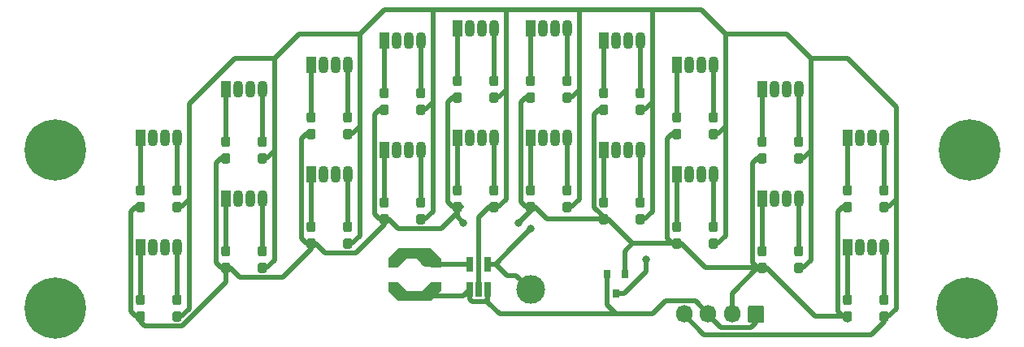
<source format=gbr>
G04 #@! TF.GenerationSoftware,KiCad,Pcbnew,5.1.5-52549c5~84~ubuntu18.04.1*
G04 #@! TF.CreationDate,2020-02-12T22:06:01+00:00*
G04 #@! TF.ProjectId,TSAL_LED,5453414c-5f4c-4454-942e-6b696361645f,rev?*
G04 #@! TF.SameCoordinates,Original*
G04 #@! TF.FileFunction,Copper,L1,Top*
G04 #@! TF.FilePolarity,Positive*
%FSLAX46Y46*%
G04 Gerber Fmt 4.6, Leading zero omitted, Abs format (unit mm)*
G04 Created by KiCad (PCBNEW 5.1.5-52549c5~84~ubuntu18.04.1) date 2020-02-12 22:06:01*
%MOMM*%
%LPD*%
G04 APERTURE LIST*
%ADD10C,3.000000*%
%ADD11R,0.800000X0.900000*%
%ADD12R,0.650000X1.560000*%
%ADD13C,0.100000*%
%ADD14O,1.700000X1.850000*%
%ADD15C,6.400000*%
%ADD16O,1.070000X1.800000*%
%ADD17R,1.070000X1.800000*%
%ADD18C,0.800000*%
%ADD19C,0.500000*%
G04 APERTURE END LIST*
D10*
X128905000Y-82550000D03*
D11*
X137795000Y-82915000D03*
X136845000Y-80915000D03*
X138745000Y-80915000D03*
D12*
X122560000Y-79850000D03*
X124460000Y-79850000D03*
X124460000Y-82550000D03*
X123510000Y-82550000D03*
X122560000Y-82550000D03*
G04 #@! TA.AperFunction,SMDPad,CuDef*
D13*
G36*
X115140000Y-78212500D02*
G01*
X118540000Y-78212500D01*
X119595000Y-79267500D01*
X119595000Y-80207500D01*
X118540000Y-80207500D01*
X117684500Y-79267500D01*
X115995500Y-79267500D01*
X115140000Y-80207500D01*
X114085000Y-80207500D01*
X114085000Y-79267500D01*
X115140000Y-78212500D01*
G37*
G04 #@! TD.AperFunction*
G04 #@! TA.AperFunction,SMDPad,CuDef*
G36*
X115140000Y-81727500D02*
G01*
X115995500Y-82667500D01*
X117684500Y-82667500D01*
X118540000Y-81727500D01*
X119595000Y-81727500D01*
X119595000Y-82667500D01*
X118540000Y-83722500D01*
X115140000Y-83722500D01*
X114085000Y-82667500D01*
X114085000Y-81727500D01*
X115140000Y-81727500D01*
G37*
G04 #@! TD.AperFunction*
G04 #@! TA.AperFunction,SMDPad,CuDef*
G36*
X148215779Y-77186144D02*
G01*
X148238834Y-77189563D01*
X148261443Y-77195227D01*
X148283387Y-77203079D01*
X148304457Y-77213044D01*
X148324448Y-77225026D01*
X148343168Y-77238910D01*
X148360438Y-77254562D01*
X148376090Y-77271832D01*
X148389974Y-77290552D01*
X148401956Y-77310543D01*
X148411921Y-77331613D01*
X148419773Y-77353557D01*
X148425437Y-77376166D01*
X148428856Y-77399221D01*
X148430000Y-77422500D01*
X148430000Y-77997500D01*
X148428856Y-78020779D01*
X148425437Y-78043834D01*
X148419773Y-78066443D01*
X148411921Y-78088387D01*
X148401956Y-78109457D01*
X148389974Y-78129448D01*
X148376090Y-78148168D01*
X148360438Y-78165438D01*
X148343168Y-78181090D01*
X148324448Y-78194974D01*
X148304457Y-78206956D01*
X148283387Y-78216921D01*
X148261443Y-78224773D01*
X148238834Y-78230437D01*
X148215779Y-78233856D01*
X148192500Y-78235000D01*
X147717500Y-78235000D01*
X147694221Y-78233856D01*
X147671166Y-78230437D01*
X147648557Y-78224773D01*
X147626613Y-78216921D01*
X147605543Y-78206956D01*
X147585552Y-78194974D01*
X147566832Y-78181090D01*
X147549562Y-78165438D01*
X147533910Y-78148168D01*
X147520026Y-78129448D01*
X147508044Y-78109457D01*
X147498079Y-78088387D01*
X147490227Y-78066443D01*
X147484563Y-78043834D01*
X147481144Y-78020779D01*
X147480000Y-77997500D01*
X147480000Y-77422500D01*
X147481144Y-77399221D01*
X147484563Y-77376166D01*
X147490227Y-77353557D01*
X147498079Y-77331613D01*
X147508044Y-77310543D01*
X147520026Y-77290552D01*
X147533910Y-77271832D01*
X147549562Y-77254562D01*
X147566832Y-77238910D01*
X147585552Y-77225026D01*
X147605543Y-77213044D01*
X147626613Y-77203079D01*
X147648557Y-77195227D01*
X147671166Y-77189563D01*
X147694221Y-77186144D01*
X147717500Y-77185000D01*
X148192500Y-77185000D01*
X148215779Y-77186144D01*
G37*
G04 #@! TD.AperFunction*
G04 #@! TA.AperFunction,SMDPad,CuDef*
G36*
X148215779Y-75436144D02*
G01*
X148238834Y-75439563D01*
X148261443Y-75445227D01*
X148283387Y-75453079D01*
X148304457Y-75463044D01*
X148324448Y-75475026D01*
X148343168Y-75488910D01*
X148360438Y-75504562D01*
X148376090Y-75521832D01*
X148389974Y-75540552D01*
X148401956Y-75560543D01*
X148411921Y-75581613D01*
X148419773Y-75603557D01*
X148425437Y-75626166D01*
X148428856Y-75649221D01*
X148430000Y-75672500D01*
X148430000Y-76247500D01*
X148428856Y-76270779D01*
X148425437Y-76293834D01*
X148419773Y-76316443D01*
X148411921Y-76338387D01*
X148401956Y-76359457D01*
X148389974Y-76379448D01*
X148376090Y-76398168D01*
X148360438Y-76415438D01*
X148343168Y-76431090D01*
X148324448Y-76444974D01*
X148304457Y-76456956D01*
X148283387Y-76466921D01*
X148261443Y-76474773D01*
X148238834Y-76480437D01*
X148215779Y-76483856D01*
X148192500Y-76485000D01*
X147717500Y-76485000D01*
X147694221Y-76483856D01*
X147671166Y-76480437D01*
X147648557Y-76474773D01*
X147626613Y-76466921D01*
X147605543Y-76456956D01*
X147585552Y-76444974D01*
X147566832Y-76431090D01*
X147549562Y-76415438D01*
X147533910Y-76398168D01*
X147520026Y-76379448D01*
X147508044Y-76359457D01*
X147498079Y-76338387D01*
X147490227Y-76316443D01*
X147484563Y-76293834D01*
X147481144Y-76270779D01*
X147480000Y-76247500D01*
X147480000Y-75672500D01*
X147481144Y-75649221D01*
X147484563Y-75626166D01*
X147490227Y-75603557D01*
X147498079Y-75581613D01*
X147508044Y-75560543D01*
X147520026Y-75540552D01*
X147533910Y-75521832D01*
X147549562Y-75504562D01*
X147566832Y-75488910D01*
X147585552Y-75475026D01*
X147605543Y-75463044D01*
X147626613Y-75453079D01*
X147648557Y-75445227D01*
X147671166Y-75439563D01*
X147694221Y-75436144D01*
X147717500Y-75435000D01*
X148192500Y-75435000D01*
X148215779Y-75436144D01*
G37*
G04 #@! TD.AperFunction*
G04 #@! TA.AperFunction,SMDPad,CuDef*
G36*
X148215779Y-65756144D02*
G01*
X148238834Y-65759563D01*
X148261443Y-65765227D01*
X148283387Y-65773079D01*
X148304457Y-65783044D01*
X148324448Y-65795026D01*
X148343168Y-65808910D01*
X148360438Y-65824562D01*
X148376090Y-65841832D01*
X148389974Y-65860552D01*
X148401956Y-65880543D01*
X148411921Y-65901613D01*
X148419773Y-65923557D01*
X148425437Y-65946166D01*
X148428856Y-65969221D01*
X148430000Y-65992500D01*
X148430000Y-66567500D01*
X148428856Y-66590779D01*
X148425437Y-66613834D01*
X148419773Y-66636443D01*
X148411921Y-66658387D01*
X148401956Y-66679457D01*
X148389974Y-66699448D01*
X148376090Y-66718168D01*
X148360438Y-66735438D01*
X148343168Y-66751090D01*
X148324448Y-66764974D01*
X148304457Y-66776956D01*
X148283387Y-66786921D01*
X148261443Y-66794773D01*
X148238834Y-66800437D01*
X148215779Y-66803856D01*
X148192500Y-66805000D01*
X147717500Y-66805000D01*
X147694221Y-66803856D01*
X147671166Y-66800437D01*
X147648557Y-66794773D01*
X147626613Y-66786921D01*
X147605543Y-66776956D01*
X147585552Y-66764974D01*
X147566832Y-66751090D01*
X147549562Y-66735438D01*
X147533910Y-66718168D01*
X147520026Y-66699448D01*
X147508044Y-66679457D01*
X147498079Y-66658387D01*
X147490227Y-66636443D01*
X147484563Y-66613834D01*
X147481144Y-66590779D01*
X147480000Y-66567500D01*
X147480000Y-65992500D01*
X147481144Y-65969221D01*
X147484563Y-65946166D01*
X147490227Y-65923557D01*
X147498079Y-65901613D01*
X147508044Y-65880543D01*
X147520026Y-65860552D01*
X147533910Y-65841832D01*
X147549562Y-65824562D01*
X147566832Y-65808910D01*
X147585552Y-65795026D01*
X147605543Y-65783044D01*
X147626613Y-65773079D01*
X147648557Y-65765227D01*
X147671166Y-65759563D01*
X147694221Y-65756144D01*
X147717500Y-65755000D01*
X148192500Y-65755000D01*
X148215779Y-65756144D01*
G37*
G04 #@! TD.AperFunction*
G04 #@! TA.AperFunction,SMDPad,CuDef*
G36*
X148215779Y-64006144D02*
G01*
X148238834Y-64009563D01*
X148261443Y-64015227D01*
X148283387Y-64023079D01*
X148304457Y-64033044D01*
X148324448Y-64045026D01*
X148343168Y-64058910D01*
X148360438Y-64074562D01*
X148376090Y-64091832D01*
X148389974Y-64110552D01*
X148401956Y-64130543D01*
X148411921Y-64151613D01*
X148419773Y-64173557D01*
X148425437Y-64196166D01*
X148428856Y-64219221D01*
X148430000Y-64242500D01*
X148430000Y-64817500D01*
X148428856Y-64840779D01*
X148425437Y-64863834D01*
X148419773Y-64886443D01*
X148411921Y-64908387D01*
X148401956Y-64929457D01*
X148389974Y-64949448D01*
X148376090Y-64968168D01*
X148360438Y-64985438D01*
X148343168Y-65001090D01*
X148324448Y-65014974D01*
X148304457Y-65026956D01*
X148283387Y-65036921D01*
X148261443Y-65044773D01*
X148238834Y-65050437D01*
X148215779Y-65053856D01*
X148192500Y-65055000D01*
X147717500Y-65055000D01*
X147694221Y-65053856D01*
X147671166Y-65050437D01*
X147648557Y-65044773D01*
X147626613Y-65036921D01*
X147605543Y-65026956D01*
X147585552Y-65014974D01*
X147566832Y-65001090D01*
X147549562Y-64985438D01*
X147533910Y-64968168D01*
X147520026Y-64949448D01*
X147508044Y-64929457D01*
X147498079Y-64908387D01*
X147490227Y-64886443D01*
X147484563Y-64863834D01*
X147481144Y-64840779D01*
X147480000Y-64817500D01*
X147480000Y-64242500D01*
X147481144Y-64219221D01*
X147484563Y-64196166D01*
X147490227Y-64173557D01*
X147498079Y-64151613D01*
X147508044Y-64130543D01*
X147520026Y-64110552D01*
X147533910Y-64091832D01*
X147549562Y-64074562D01*
X147566832Y-64058910D01*
X147585552Y-64045026D01*
X147605543Y-64033044D01*
X147626613Y-64023079D01*
X147648557Y-64015227D01*
X147671166Y-64009563D01*
X147694221Y-64006144D01*
X147717500Y-64005000D01*
X148192500Y-64005000D01*
X148215779Y-64006144D01*
G37*
G04 #@! TD.AperFunction*
G04 #@! TA.AperFunction,SMDPad,CuDef*
G36*
X132975779Y-73376144D02*
G01*
X132998834Y-73379563D01*
X133021443Y-73385227D01*
X133043387Y-73393079D01*
X133064457Y-73403044D01*
X133084448Y-73415026D01*
X133103168Y-73428910D01*
X133120438Y-73444562D01*
X133136090Y-73461832D01*
X133149974Y-73480552D01*
X133161956Y-73500543D01*
X133171921Y-73521613D01*
X133179773Y-73543557D01*
X133185437Y-73566166D01*
X133188856Y-73589221D01*
X133190000Y-73612500D01*
X133190000Y-74187500D01*
X133188856Y-74210779D01*
X133185437Y-74233834D01*
X133179773Y-74256443D01*
X133171921Y-74278387D01*
X133161956Y-74299457D01*
X133149974Y-74319448D01*
X133136090Y-74338168D01*
X133120438Y-74355438D01*
X133103168Y-74371090D01*
X133084448Y-74384974D01*
X133064457Y-74396956D01*
X133043387Y-74406921D01*
X133021443Y-74414773D01*
X132998834Y-74420437D01*
X132975779Y-74423856D01*
X132952500Y-74425000D01*
X132477500Y-74425000D01*
X132454221Y-74423856D01*
X132431166Y-74420437D01*
X132408557Y-74414773D01*
X132386613Y-74406921D01*
X132365543Y-74396956D01*
X132345552Y-74384974D01*
X132326832Y-74371090D01*
X132309562Y-74355438D01*
X132293910Y-74338168D01*
X132280026Y-74319448D01*
X132268044Y-74299457D01*
X132258079Y-74278387D01*
X132250227Y-74256443D01*
X132244563Y-74233834D01*
X132241144Y-74210779D01*
X132240000Y-74187500D01*
X132240000Y-73612500D01*
X132241144Y-73589221D01*
X132244563Y-73566166D01*
X132250227Y-73543557D01*
X132258079Y-73521613D01*
X132268044Y-73500543D01*
X132280026Y-73480552D01*
X132293910Y-73461832D01*
X132309562Y-73444562D01*
X132326832Y-73428910D01*
X132345552Y-73415026D01*
X132365543Y-73403044D01*
X132386613Y-73393079D01*
X132408557Y-73385227D01*
X132431166Y-73379563D01*
X132454221Y-73376144D01*
X132477500Y-73375000D01*
X132952500Y-73375000D01*
X132975779Y-73376144D01*
G37*
G04 #@! TD.AperFunction*
G04 #@! TA.AperFunction,SMDPad,CuDef*
G36*
X132975779Y-71626144D02*
G01*
X132998834Y-71629563D01*
X133021443Y-71635227D01*
X133043387Y-71643079D01*
X133064457Y-71653044D01*
X133084448Y-71665026D01*
X133103168Y-71678910D01*
X133120438Y-71694562D01*
X133136090Y-71711832D01*
X133149974Y-71730552D01*
X133161956Y-71750543D01*
X133171921Y-71771613D01*
X133179773Y-71793557D01*
X133185437Y-71816166D01*
X133188856Y-71839221D01*
X133190000Y-71862500D01*
X133190000Y-72437500D01*
X133188856Y-72460779D01*
X133185437Y-72483834D01*
X133179773Y-72506443D01*
X133171921Y-72528387D01*
X133161956Y-72549457D01*
X133149974Y-72569448D01*
X133136090Y-72588168D01*
X133120438Y-72605438D01*
X133103168Y-72621090D01*
X133084448Y-72634974D01*
X133064457Y-72646956D01*
X133043387Y-72656921D01*
X133021443Y-72664773D01*
X132998834Y-72670437D01*
X132975779Y-72673856D01*
X132952500Y-72675000D01*
X132477500Y-72675000D01*
X132454221Y-72673856D01*
X132431166Y-72670437D01*
X132408557Y-72664773D01*
X132386613Y-72656921D01*
X132365543Y-72646956D01*
X132345552Y-72634974D01*
X132326832Y-72621090D01*
X132309562Y-72605438D01*
X132293910Y-72588168D01*
X132280026Y-72569448D01*
X132268044Y-72549457D01*
X132258079Y-72528387D01*
X132250227Y-72506443D01*
X132244563Y-72483834D01*
X132241144Y-72460779D01*
X132240000Y-72437500D01*
X132240000Y-71862500D01*
X132241144Y-71839221D01*
X132244563Y-71816166D01*
X132250227Y-71793557D01*
X132258079Y-71771613D01*
X132268044Y-71750543D01*
X132280026Y-71730552D01*
X132293910Y-71711832D01*
X132309562Y-71694562D01*
X132326832Y-71678910D01*
X132345552Y-71665026D01*
X132365543Y-71653044D01*
X132386613Y-71643079D01*
X132408557Y-71635227D01*
X132431166Y-71629563D01*
X132454221Y-71626144D01*
X132477500Y-71625000D01*
X132952500Y-71625000D01*
X132975779Y-71626144D01*
G37*
G04 #@! TD.AperFunction*
G04 #@! TA.AperFunction,SMDPad,CuDef*
G36*
X132975779Y-61946144D02*
G01*
X132998834Y-61949563D01*
X133021443Y-61955227D01*
X133043387Y-61963079D01*
X133064457Y-61973044D01*
X133084448Y-61985026D01*
X133103168Y-61998910D01*
X133120438Y-62014562D01*
X133136090Y-62031832D01*
X133149974Y-62050552D01*
X133161956Y-62070543D01*
X133171921Y-62091613D01*
X133179773Y-62113557D01*
X133185437Y-62136166D01*
X133188856Y-62159221D01*
X133190000Y-62182500D01*
X133190000Y-62757500D01*
X133188856Y-62780779D01*
X133185437Y-62803834D01*
X133179773Y-62826443D01*
X133171921Y-62848387D01*
X133161956Y-62869457D01*
X133149974Y-62889448D01*
X133136090Y-62908168D01*
X133120438Y-62925438D01*
X133103168Y-62941090D01*
X133084448Y-62954974D01*
X133064457Y-62966956D01*
X133043387Y-62976921D01*
X133021443Y-62984773D01*
X132998834Y-62990437D01*
X132975779Y-62993856D01*
X132952500Y-62995000D01*
X132477500Y-62995000D01*
X132454221Y-62993856D01*
X132431166Y-62990437D01*
X132408557Y-62984773D01*
X132386613Y-62976921D01*
X132365543Y-62966956D01*
X132345552Y-62954974D01*
X132326832Y-62941090D01*
X132309562Y-62925438D01*
X132293910Y-62908168D01*
X132280026Y-62889448D01*
X132268044Y-62869457D01*
X132258079Y-62848387D01*
X132250227Y-62826443D01*
X132244563Y-62803834D01*
X132241144Y-62780779D01*
X132240000Y-62757500D01*
X132240000Y-62182500D01*
X132241144Y-62159221D01*
X132244563Y-62136166D01*
X132250227Y-62113557D01*
X132258079Y-62091613D01*
X132268044Y-62070543D01*
X132280026Y-62050552D01*
X132293910Y-62031832D01*
X132309562Y-62014562D01*
X132326832Y-61998910D01*
X132345552Y-61985026D01*
X132365543Y-61973044D01*
X132386613Y-61963079D01*
X132408557Y-61955227D01*
X132431166Y-61949563D01*
X132454221Y-61946144D01*
X132477500Y-61945000D01*
X132952500Y-61945000D01*
X132975779Y-61946144D01*
G37*
G04 #@! TD.AperFunction*
G04 #@! TA.AperFunction,SMDPad,CuDef*
G36*
X132975779Y-60196144D02*
G01*
X132998834Y-60199563D01*
X133021443Y-60205227D01*
X133043387Y-60213079D01*
X133064457Y-60223044D01*
X133084448Y-60235026D01*
X133103168Y-60248910D01*
X133120438Y-60264562D01*
X133136090Y-60281832D01*
X133149974Y-60300552D01*
X133161956Y-60320543D01*
X133171921Y-60341613D01*
X133179773Y-60363557D01*
X133185437Y-60386166D01*
X133188856Y-60409221D01*
X133190000Y-60432500D01*
X133190000Y-61007500D01*
X133188856Y-61030779D01*
X133185437Y-61053834D01*
X133179773Y-61076443D01*
X133171921Y-61098387D01*
X133161956Y-61119457D01*
X133149974Y-61139448D01*
X133136090Y-61158168D01*
X133120438Y-61175438D01*
X133103168Y-61191090D01*
X133084448Y-61204974D01*
X133064457Y-61216956D01*
X133043387Y-61226921D01*
X133021443Y-61234773D01*
X132998834Y-61240437D01*
X132975779Y-61243856D01*
X132952500Y-61245000D01*
X132477500Y-61245000D01*
X132454221Y-61243856D01*
X132431166Y-61240437D01*
X132408557Y-61234773D01*
X132386613Y-61226921D01*
X132365543Y-61216956D01*
X132345552Y-61204974D01*
X132326832Y-61191090D01*
X132309562Y-61175438D01*
X132293910Y-61158168D01*
X132280026Y-61139448D01*
X132268044Y-61119457D01*
X132258079Y-61098387D01*
X132250227Y-61076443D01*
X132244563Y-61053834D01*
X132241144Y-61030779D01*
X132240000Y-61007500D01*
X132240000Y-60432500D01*
X132241144Y-60409221D01*
X132244563Y-60386166D01*
X132250227Y-60363557D01*
X132258079Y-60341613D01*
X132268044Y-60320543D01*
X132280026Y-60300552D01*
X132293910Y-60281832D01*
X132309562Y-60264562D01*
X132326832Y-60248910D01*
X132345552Y-60235026D01*
X132365543Y-60223044D01*
X132386613Y-60213079D01*
X132408557Y-60205227D01*
X132431166Y-60199563D01*
X132454221Y-60196144D01*
X132477500Y-60195000D01*
X132952500Y-60195000D01*
X132975779Y-60196144D01*
G37*
G04 #@! TD.AperFunction*
G04 #@! TA.AperFunction,SMDPad,CuDef*
G36*
X125355779Y-73376144D02*
G01*
X125378834Y-73379563D01*
X125401443Y-73385227D01*
X125423387Y-73393079D01*
X125444457Y-73403044D01*
X125464448Y-73415026D01*
X125483168Y-73428910D01*
X125500438Y-73444562D01*
X125516090Y-73461832D01*
X125529974Y-73480552D01*
X125541956Y-73500543D01*
X125551921Y-73521613D01*
X125559773Y-73543557D01*
X125565437Y-73566166D01*
X125568856Y-73589221D01*
X125570000Y-73612500D01*
X125570000Y-74187500D01*
X125568856Y-74210779D01*
X125565437Y-74233834D01*
X125559773Y-74256443D01*
X125551921Y-74278387D01*
X125541956Y-74299457D01*
X125529974Y-74319448D01*
X125516090Y-74338168D01*
X125500438Y-74355438D01*
X125483168Y-74371090D01*
X125464448Y-74384974D01*
X125444457Y-74396956D01*
X125423387Y-74406921D01*
X125401443Y-74414773D01*
X125378834Y-74420437D01*
X125355779Y-74423856D01*
X125332500Y-74425000D01*
X124857500Y-74425000D01*
X124834221Y-74423856D01*
X124811166Y-74420437D01*
X124788557Y-74414773D01*
X124766613Y-74406921D01*
X124745543Y-74396956D01*
X124725552Y-74384974D01*
X124706832Y-74371090D01*
X124689562Y-74355438D01*
X124673910Y-74338168D01*
X124660026Y-74319448D01*
X124648044Y-74299457D01*
X124638079Y-74278387D01*
X124630227Y-74256443D01*
X124624563Y-74233834D01*
X124621144Y-74210779D01*
X124620000Y-74187500D01*
X124620000Y-73612500D01*
X124621144Y-73589221D01*
X124624563Y-73566166D01*
X124630227Y-73543557D01*
X124638079Y-73521613D01*
X124648044Y-73500543D01*
X124660026Y-73480552D01*
X124673910Y-73461832D01*
X124689562Y-73444562D01*
X124706832Y-73428910D01*
X124725552Y-73415026D01*
X124745543Y-73403044D01*
X124766613Y-73393079D01*
X124788557Y-73385227D01*
X124811166Y-73379563D01*
X124834221Y-73376144D01*
X124857500Y-73375000D01*
X125332500Y-73375000D01*
X125355779Y-73376144D01*
G37*
G04 #@! TD.AperFunction*
G04 #@! TA.AperFunction,SMDPad,CuDef*
G36*
X125355779Y-71626144D02*
G01*
X125378834Y-71629563D01*
X125401443Y-71635227D01*
X125423387Y-71643079D01*
X125444457Y-71653044D01*
X125464448Y-71665026D01*
X125483168Y-71678910D01*
X125500438Y-71694562D01*
X125516090Y-71711832D01*
X125529974Y-71730552D01*
X125541956Y-71750543D01*
X125551921Y-71771613D01*
X125559773Y-71793557D01*
X125565437Y-71816166D01*
X125568856Y-71839221D01*
X125570000Y-71862500D01*
X125570000Y-72437500D01*
X125568856Y-72460779D01*
X125565437Y-72483834D01*
X125559773Y-72506443D01*
X125551921Y-72528387D01*
X125541956Y-72549457D01*
X125529974Y-72569448D01*
X125516090Y-72588168D01*
X125500438Y-72605438D01*
X125483168Y-72621090D01*
X125464448Y-72634974D01*
X125444457Y-72646956D01*
X125423387Y-72656921D01*
X125401443Y-72664773D01*
X125378834Y-72670437D01*
X125355779Y-72673856D01*
X125332500Y-72675000D01*
X124857500Y-72675000D01*
X124834221Y-72673856D01*
X124811166Y-72670437D01*
X124788557Y-72664773D01*
X124766613Y-72656921D01*
X124745543Y-72646956D01*
X124725552Y-72634974D01*
X124706832Y-72621090D01*
X124689562Y-72605438D01*
X124673910Y-72588168D01*
X124660026Y-72569448D01*
X124648044Y-72549457D01*
X124638079Y-72528387D01*
X124630227Y-72506443D01*
X124624563Y-72483834D01*
X124621144Y-72460779D01*
X124620000Y-72437500D01*
X124620000Y-71862500D01*
X124621144Y-71839221D01*
X124624563Y-71816166D01*
X124630227Y-71793557D01*
X124638079Y-71771613D01*
X124648044Y-71750543D01*
X124660026Y-71730552D01*
X124673910Y-71711832D01*
X124689562Y-71694562D01*
X124706832Y-71678910D01*
X124725552Y-71665026D01*
X124745543Y-71653044D01*
X124766613Y-71643079D01*
X124788557Y-71635227D01*
X124811166Y-71629563D01*
X124834221Y-71626144D01*
X124857500Y-71625000D01*
X125332500Y-71625000D01*
X125355779Y-71626144D01*
G37*
G04 #@! TD.AperFunction*
G04 #@! TA.AperFunction,SMDPad,CuDef*
G36*
X125355779Y-61946144D02*
G01*
X125378834Y-61949563D01*
X125401443Y-61955227D01*
X125423387Y-61963079D01*
X125444457Y-61973044D01*
X125464448Y-61985026D01*
X125483168Y-61998910D01*
X125500438Y-62014562D01*
X125516090Y-62031832D01*
X125529974Y-62050552D01*
X125541956Y-62070543D01*
X125551921Y-62091613D01*
X125559773Y-62113557D01*
X125565437Y-62136166D01*
X125568856Y-62159221D01*
X125570000Y-62182500D01*
X125570000Y-62757500D01*
X125568856Y-62780779D01*
X125565437Y-62803834D01*
X125559773Y-62826443D01*
X125551921Y-62848387D01*
X125541956Y-62869457D01*
X125529974Y-62889448D01*
X125516090Y-62908168D01*
X125500438Y-62925438D01*
X125483168Y-62941090D01*
X125464448Y-62954974D01*
X125444457Y-62966956D01*
X125423387Y-62976921D01*
X125401443Y-62984773D01*
X125378834Y-62990437D01*
X125355779Y-62993856D01*
X125332500Y-62995000D01*
X124857500Y-62995000D01*
X124834221Y-62993856D01*
X124811166Y-62990437D01*
X124788557Y-62984773D01*
X124766613Y-62976921D01*
X124745543Y-62966956D01*
X124725552Y-62954974D01*
X124706832Y-62941090D01*
X124689562Y-62925438D01*
X124673910Y-62908168D01*
X124660026Y-62889448D01*
X124648044Y-62869457D01*
X124638079Y-62848387D01*
X124630227Y-62826443D01*
X124624563Y-62803834D01*
X124621144Y-62780779D01*
X124620000Y-62757500D01*
X124620000Y-62182500D01*
X124621144Y-62159221D01*
X124624563Y-62136166D01*
X124630227Y-62113557D01*
X124638079Y-62091613D01*
X124648044Y-62070543D01*
X124660026Y-62050552D01*
X124673910Y-62031832D01*
X124689562Y-62014562D01*
X124706832Y-61998910D01*
X124725552Y-61985026D01*
X124745543Y-61973044D01*
X124766613Y-61963079D01*
X124788557Y-61955227D01*
X124811166Y-61949563D01*
X124834221Y-61946144D01*
X124857500Y-61945000D01*
X125332500Y-61945000D01*
X125355779Y-61946144D01*
G37*
G04 #@! TD.AperFunction*
G04 #@! TA.AperFunction,SMDPad,CuDef*
G36*
X125355779Y-60196144D02*
G01*
X125378834Y-60199563D01*
X125401443Y-60205227D01*
X125423387Y-60213079D01*
X125444457Y-60223044D01*
X125464448Y-60235026D01*
X125483168Y-60248910D01*
X125500438Y-60264562D01*
X125516090Y-60281832D01*
X125529974Y-60300552D01*
X125541956Y-60320543D01*
X125551921Y-60341613D01*
X125559773Y-60363557D01*
X125565437Y-60386166D01*
X125568856Y-60409221D01*
X125570000Y-60432500D01*
X125570000Y-61007500D01*
X125568856Y-61030779D01*
X125565437Y-61053834D01*
X125559773Y-61076443D01*
X125551921Y-61098387D01*
X125541956Y-61119457D01*
X125529974Y-61139448D01*
X125516090Y-61158168D01*
X125500438Y-61175438D01*
X125483168Y-61191090D01*
X125464448Y-61204974D01*
X125444457Y-61216956D01*
X125423387Y-61226921D01*
X125401443Y-61234773D01*
X125378834Y-61240437D01*
X125355779Y-61243856D01*
X125332500Y-61245000D01*
X124857500Y-61245000D01*
X124834221Y-61243856D01*
X124811166Y-61240437D01*
X124788557Y-61234773D01*
X124766613Y-61226921D01*
X124745543Y-61216956D01*
X124725552Y-61204974D01*
X124706832Y-61191090D01*
X124689562Y-61175438D01*
X124673910Y-61158168D01*
X124660026Y-61139448D01*
X124648044Y-61119457D01*
X124638079Y-61098387D01*
X124630227Y-61076443D01*
X124624563Y-61053834D01*
X124621144Y-61030779D01*
X124620000Y-61007500D01*
X124620000Y-60432500D01*
X124621144Y-60409221D01*
X124624563Y-60386166D01*
X124630227Y-60363557D01*
X124638079Y-60341613D01*
X124648044Y-60320543D01*
X124660026Y-60300552D01*
X124673910Y-60281832D01*
X124689562Y-60264562D01*
X124706832Y-60248910D01*
X124725552Y-60235026D01*
X124745543Y-60223044D01*
X124766613Y-60213079D01*
X124788557Y-60205227D01*
X124811166Y-60199563D01*
X124834221Y-60196144D01*
X124857500Y-60195000D01*
X125332500Y-60195000D01*
X125355779Y-60196144D01*
G37*
G04 #@! TD.AperFunction*
G04 #@! TA.AperFunction,SMDPad,CuDef*
G36*
X110115779Y-77186144D02*
G01*
X110138834Y-77189563D01*
X110161443Y-77195227D01*
X110183387Y-77203079D01*
X110204457Y-77213044D01*
X110224448Y-77225026D01*
X110243168Y-77238910D01*
X110260438Y-77254562D01*
X110276090Y-77271832D01*
X110289974Y-77290552D01*
X110301956Y-77310543D01*
X110311921Y-77331613D01*
X110319773Y-77353557D01*
X110325437Y-77376166D01*
X110328856Y-77399221D01*
X110330000Y-77422500D01*
X110330000Y-77997500D01*
X110328856Y-78020779D01*
X110325437Y-78043834D01*
X110319773Y-78066443D01*
X110311921Y-78088387D01*
X110301956Y-78109457D01*
X110289974Y-78129448D01*
X110276090Y-78148168D01*
X110260438Y-78165438D01*
X110243168Y-78181090D01*
X110224448Y-78194974D01*
X110204457Y-78206956D01*
X110183387Y-78216921D01*
X110161443Y-78224773D01*
X110138834Y-78230437D01*
X110115779Y-78233856D01*
X110092500Y-78235000D01*
X109617500Y-78235000D01*
X109594221Y-78233856D01*
X109571166Y-78230437D01*
X109548557Y-78224773D01*
X109526613Y-78216921D01*
X109505543Y-78206956D01*
X109485552Y-78194974D01*
X109466832Y-78181090D01*
X109449562Y-78165438D01*
X109433910Y-78148168D01*
X109420026Y-78129448D01*
X109408044Y-78109457D01*
X109398079Y-78088387D01*
X109390227Y-78066443D01*
X109384563Y-78043834D01*
X109381144Y-78020779D01*
X109380000Y-77997500D01*
X109380000Y-77422500D01*
X109381144Y-77399221D01*
X109384563Y-77376166D01*
X109390227Y-77353557D01*
X109398079Y-77331613D01*
X109408044Y-77310543D01*
X109420026Y-77290552D01*
X109433910Y-77271832D01*
X109449562Y-77254562D01*
X109466832Y-77238910D01*
X109485552Y-77225026D01*
X109505543Y-77213044D01*
X109526613Y-77203079D01*
X109548557Y-77195227D01*
X109571166Y-77189563D01*
X109594221Y-77186144D01*
X109617500Y-77185000D01*
X110092500Y-77185000D01*
X110115779Y-77186144D01*
G37*
G04 #@! TD.AperFunction*
G04 #@! TA.AperFunction,SMDPad,CuDef*
G36*
X110115779Y-75436144D02*
G01*
X110138834Y-75439563D01*
X110161443Y-75445227D01*
X110183387Y-75453079D01*
X110204457Y-75463044D01*
X110224448Y-75475026D01*
X110243168Y-75488910D01*
X110260438Y-75504562D01*
X110276090Y-75521832D01*
X110289974Y-75540552D01*
X110301956Y-75560543D01*
X110311921Y-75581613D01*
X110319773Y-75603557D01*
X110325437Y-75626166D01*
X110328856Y-75649221D01*
X110330000Y-75672500D01*
X110330000Y-76247500D01*
X110328856Y-76270779D01*
X110325437Y-76293834D01*
X110319773Y-76316443D01*
X110311921Y-76338387D01*
X110301956Y-76359457D01*
X110289974Y-76379448D01*
X110276090Y-76398168D01*
X110260438Y-76415438D01*
X110243168Y-76431090D01*
X110224448Y-76444974D01*
X110204457Y-76456956D01*
X110183387Y-76466921D01*
X110161443Y-76474773D01*
X110138834Y-76480437D01*
X110115779Y-76483856D01*
X110092500Y-76485000D01*
X109617500Y-76485000D01*
X109594221Y-76483856D01*
X109571166Y-76480437D01*
X109548557Y-76474773D01*
X109526613Y-76466921D01*
X109505543Y-76456956D01*
X109485552Y-76444974D01*
X109466832Y-76431090D01*
X109449562Y-76415438D01*
X109433910Y-76398168D01*
X109420026Y-76379448D01*
X109408044Y-76359457D01*
X109398079Y-76338387D01*
X109390227Y-76316443D01*
X109384563Y-76293834D01*
X109381144Y-76270779D01*
X109380000Y-76247500D01*
X109380000Y-75672500D01*
X109381144Y-75649221D01*
X109384563Y-75626166D01*
X109390227Y-75603557D01*
X109398079Y-75581613D01*
X109408044Y-75560543D01*
X109420026Y-75540552D01*
X109433910Y-75521832D01*
X109449562Y-75504562D01*
X109466832Y-75488910D01*
X109485552Y-75475026D01*
X109505543Y-75463044D01*
X109526613Y-75453079D01*
X109548557Y-75445227D01*
X109571166Y-75439563D01*
X109594221Y-75436144D01*
X109617500Y-75435000D01*
X110092500Y-75435000D01*
X110115779Y-75436144D01*
G37*
G04 #@! TD.AperFunction*
G04 #@! TA.AperFunction,SMDPad,CuDef*
G36*
X144405779Y-77186144D02*
G01*
X144428834Y-77189563D01*
X144451443Y-77195227D01*
X144473387Y-77203079D01*
X144494457Y-77213044D01*
X144514448Y-77225026D01*
X144533168Y-77238910D01*
X144550438Y-77254562D01*
X144566090Y-77271832D01*
X144579974Y-77290552D01*
X144591956Y-77310543D01*
X144601921Y-77331613D01*
X144609773Y-77353557D01*
X144615437Y-77376166D01*
X144618856Y-77399221D01*
X144620000Y-77422500D01*
X144620000Y-77997500D01*
X144618856Y-78020779D01*
X144615437Y-78043834D01*
X144609773Y-78066443D01*
X144601921Y-78088387D01*
X144591956Y-78109457D01*
X144579974Y-78129448D01*
X144566090Y-78148168D01*
X144550438Y-78165438D01*
X144533168Y-78181090D01*
X144514448Y-78194974D01*
X144494457Y-78206956D01*
X144473387Y-78216921D01*
X144451443Y-78224773D01*
X144428834Y-78230437D01*
X144405779Y-78233856D01*
X144382500Y-78235000D01*
X143907500Y-78235000D01*
X143884221Y-78233856D01*
X143861166Y-78230437D01*
X143838557Y-78224773D01*
X143816613Y-78216921D01*
X143795543Y-78206956D01*
X143775552Y-78194974D01*
X143756832Y-78181090D01*
X143739562Y-78165438D01*
X143723910Y-78148168D01*
X143710026Y-78129448D01*
X143698044Y-78109457D01*
X143688079Y-78088387D01*
X143680227Y-78066443D01*
X143674563Y-78043834D01*
X143671144Y-78020779D01*
X143670000Y-77997500D01*
X143670000Y-77422500D01*
X143671144Y-77399221D01*
X143674563Y-77376166D01*
X143680227Y-77353557D01*
X143688079Y-77331613D01*
X143698044Y-77310543D01*
X143710026Y-77290552D01*
X143723910Y-77271832D01*
X143739562Y-77254562D01*
X143756832Y-77238910D01*
X143775552Y-77225026D01*
X143795543Y-77213044D01*
X143816613Y-77203079D01*
X143838557Y-77195227D01*
X143861166Y-77189563D01*
X143884221Y-77186144D01*
X143907500Y-77185000D01*
X144382500Y-77185000D01*
X144405779Y-77186144D01*
G37*
G04 #@! TD.AperFunction*
G04 #@! TA.AperFunction,SMDPad,CuDef*
G36*
X144405779Y-75436144D02*
G01*
X144428834Y-75439563D01*
X144451443Y-75445227D01*
X144473387Y-75453079D01*
X144494457Y-75463044D01*
X144514448Y-75475026D01*
X144533168Y-75488910D01*
X144550438Y-75504562D01*
X144566090Y-75521832D01*
X144579974Y-75540552D01*
X144591956Y-75560543D01*
X144601921Y-75581613D01*
X144609773Y-75603557D01*
X144615437Y-75626166D01*
X144618856Y-75649221D01*
X144620000Y-75672500D01*
X144620000Y-76247500D01*
X144618856Y-76270779D01*
X144615437Y-76293834D01*
X144609773Y-76316443D01*
X144601921Y-76338387D01*
X144591956Y-76359457D01*
X144579974Y-76379448D01*
X144566090Y-76398168D01*
X144550438Y-76415438D01*
X144533168Y-76431090D01*
X144514448Y-76444974D01*
X144494457Y-76456956D01*
X144473387Y-76466921D01*
X144451443Y-76474773D01*
X144428834Y-76480437D01*
X144405779Y-76483856D01*
X144382500Y-76485000D01*
X143907500Y-76485000D01*
X143884221Y-76483856D01*
X143861166Y-76480437D01*
X143838557Y-76474773D01*
X143816613Y-76466921D01*
X143795543Y-76456956D01*
X143775552Y-76444974D01*
X143756832Y-76431090D01*
X143739562Y-76415438D01*
X143723910Y-76398168D01*
X143710026Y-76379448D01*
X143698044Y-76359457D01*
X143688079Y-76338387D01*
X143680227Y-76316443D01*
X143674563Y-76293834D01*
X143671144Y-76270779D01*
X143670000Y-76247500D01*
X143670000Y-75672500D01*
X143671144Y-75649221D01*
X143674563Y-75626166D01*
X143680227Y-75603557D01*
X143688079Y-75581613D01*
X143698044Y-75560543D01*
X143710026Y-75540552D01*
X143723910Y-75521832D01*
X143739562Y-75504562D01*
X143756832Y-75488910D01*
X143775552Y-75475026D01*
X143795543Y-75463044D01*
X143816613Y-75453079D01*
X143838557Y-75445227D01*
X143861166Y-75439563D01*
X143884221Y-75436144D01*
X143907500Y-75435000D01*
X144382500Y-75435000D01*
X144405779Y-75436144D01*
G37*
G04 #@! TD.AperFunction*
G04 #@! TA.AperFunction,SMDPad,CuDef*
G36*
X144405779Y-65756144D02*
G01*
X144428834Y-65759563D01*
X144451443Y-65765227D01*
X144473387Y-65773079D01*
X144494457Y-65783044D01*
X144514448Y-65795026D01*
X144533168Y-65808910D01*
X144550438Y-65824562D01*
X144566090Y-65841832D01*
X144579974Y-65860552D01*
X144591956Y-65880543D01*
X144601921Y-65901613D01*
X144609773Y-65923557D01*
X144615437Y-65946166D01*
X144618856Y-65969221D01*
X144620000Y-65992500D01*
X144620000Y-66567500D01*
X144618856Y-66590779D01*
X144615437Y-66613834D01*
X144609773Y-66636443D01*
X144601921Y-66658387D01*
X144591956Y-66679457D01*
X144579974Y-66699448D01*
X144566090Y-66718168D01*
X144550438Y-66735438D01*
X144533168Y-66751090D01*
X144514448Y-66764974D01*
X144494457Y-66776956D01*
X144473387Y-66786921D01*
X144451443Y-66794773D01*
X144428834Y-66800437D01*
X144405779Y-66803856D01*
X144382500Y-66805000D01*
X143907500Y-66805000D01*
X143884221Y-66803856D01*
X143861166Y-66800437D01*
X143838557Y-66794773D01*
X143816613Y-66786921D01*
X143795543Y-66776956D01*
X143775552Y-66764974D01*
X143756832Y-66751090D01*
X143739562Y-66735438D01*
X143723910Y-66718168D01*
X143710026Y-66699448D01*
X143698044Y-66679457D01*
X143688079Y-66658387D01*
X143680227Y-66636443D01*
X143674563Y-66613834D01*
X143671144Y-66590779D01*
X143670000Y-66567500D01*
X143670000Y-65992500D01*
X143671144Y-65969221D01*
X143674563Y-65946166D01*
X143680227Y-65923557D01*
X143688079Y-65901613D01*
X143698044Y-65880543D01*
X143710026Y-65860552D01*
X143723910Y-65841832D01*
X143739562Y-65824562D01*
X143756832Y-65808910D01*
X143775552Y-65795026D01*
X143795543Y-65783044D01*
X143816613Y-65773079D01*
X143838557Y-65765227D01*
X143861166Y-65759563D01*
X143884221Y-65756144D01*
X143907500Y-65755000D01*
X144382500Y-65755000D01*
X144405779Y-65756144D01*
G37*
G04 #@! TD.AperFunction*
G04 #@! TA.AperFunction,SMDPad,CuDef*
G36*
X144405779Y-64006144D02*
G01*
X144428834Y-64009563D01*
X144451443Y-64015227D01*
X144473387Y-64023079D01*
X144494457Y-64033044D01*
X144514448Y-64045026D01*
X144533168Y-64058910D01*
X144550438Y-64074562D01*
X144566090Y-64091832D01*
X144579974Y-64110552D01*
X144591956Y-64130543D01*
X144601921Y-64151613D01*
X144609773Y-64173557D01*
X144615437Y-64196166D01*
X144618856Y-64219221D01*
X144620000Y-64242500D01*
X144620000Y-64817500D01*
X144618856Y-64840779D01*
X144615437Y-64863834D01*
X144609773Y-64886443D01*
X144601921Y-64908387D01*
X144591956Y-64929457D01*
X144579974Y-64949448D01*
X144566090Y-64968168D01*
X144550438Y-64985438D01*
X144533168Y-65001090D01*
X144514448Y-65014974D01*
X144494457Y-65026956D01*
X144473387Y-65036921D01*
X144451443Y-65044773D01*
X144428834Y-65050437D01*
X144405779Y-65053856D01*
X144382500Y-65055000D01*
X143907500Y-65055000D01*
X143884221Y-65053856D01*
X143861166Y-65050437D01*
X143838557Y-65044773D01*
X143816613Y-65036921D01*
X143795543Y-65026956D01*
X143775552Y-65014974D01*
X143756832Y-65001090D01*
X143739562Y-64985438D01*
X143723910Y-64968168D01*
X143710026Y-64949448D01*
X143698044Y-64929457D01*
X143688079Y-64908387D01*
X143680227Y-64886443D01*
X143674563Y-64863834D01*
X143671144Y-64840779D01*
X143670000Y-64817500D01*
X143670000Y-64242500D01*
X143671144Y-64219221D01*
X143674563Y-64196166D01*
X143680227Y-64173557D01*
X143688079Y-64151613D01*
X143698044Y-64130543D01*
X143710026Y-64110552D01*
X143723910Y-64091832D01*
X143739562Y-64074562D01*
X143756832Y-64058910D01*
X143775552Y-64045026D01*
X143795543Y-64033044D01*
X143816613Y-64023079D01*
X143838557Y-64015227D01*
X143861166Y-64009563D01*
X143884221Y-64006144D01*
X143907500Y-64005000D01*
X144382500Y-64005000D01*
X144405779Y-64006144D01*
G37*
G04 #@! TD.AperFunction*
G04 #@! TA.AperFunction,SMDPad,CuDef*
G36*
X140595779Y-74646144D02*
G01*
X140618834Y-74649563D01*
X140641443Y-74655227D01*
X140663387Y-74663079D01*
X140684457Y-74673044D01*
X140704448Y-74685026D01*
X140723168Y-74698910D01*
X140740438Y-74714562D01*
X140756090Y-74731832D01*
X140769974Y-74750552D01*
X140781956Y-74770543D01*
X140791921Y-74791613D01*
X140799773Y-74813557D01*
X140805437Y-74836166D01*
X140808856Y-74859221D01*
X140810000Y-74882500D01*
X140810000Y-75457500D01*
X140808856Y-75480779D01*
X140805437Y-75503834D01*
X140799773Y-75526443D01*
X140791921Y-75548387D01*
X140781956Y-75569457D01*
X140769974Y-75589448D01*
X140756090Y-75608168D01*
X140740438Y-75625438D01*
X140723168Y-75641090D01*
X140704448Y-75654974D01*
X140684457Y-75666956D01*
X140663387Y-75676921D01*
X140641443Y-75684773D01*
X140618834Y-75690437D01*
X140595779Y-75693856D01*
X140572500Y-75695000D01*
X140097500Y-75695000D01*
X140074221Y-75693856D01*
X140051166Y-75690437D01*
X140028557Y-75684773D01*
X140006613Y-75676921D01*
X139985543Y-75666956D01*
X139965552Y-75654974D01*
X139946832Y-75641090D01*
X139929562Y-75625438D01*
X139913910Y-75608168D01*
X139900026Y-75589448D01*
X139888044Y-75569457D01*
X139878079Y-75548387D01*
X139870227Y-75526443D01*
X139864563Y-75503834D01*
X139861144Y-75480779D01*
X139860000Y-75457500D01*
X139860000Y-74882500D01*
X139861144Y-74859221D01*
X139864563Y-74836166D01*
X139870227Y-74813557D01*
X139878079Y-74791613D01*
X139888044Y-74770543D01*
X139900026Y-74750552D01*
X139913910Y-74731832D01*
X139929562Y-74714562D01*
X139946832Y-74698910D01*
X139965552Y-74685026D01*
X139985543Y-74673044D01*
X140006613Y-74663079D01*
X140028557Y-74655227D01*
X140051166Y-74649563D01*
X140074221Y-74646144D01*
X140097500Y-74645000D01*
X140572500Y-74645000D01*
X140595779Y-74646144D01*
G37*
G04 #@! TD.AperFunction*
G04 #@! TA.AperFunction,SMDPad,CuDef*
G36*
X140595779Y-72896144D02*
G01*
X140618834Y-72899563D01*
X140641443Y-72905227D01*
X140663387Y-72913079D01*
X140684457Y-72923044D01*
X140704448Y-72935026D01*
X140723168Y-72948910D01*
X140740438Y-72964562D01*
X140756090Y-72981832D01*
X140769974Y-73000552D01*
X140781956Y-73020543D01*
X140791921Y-73041613D01*
X140799773Y-73063557D01*
X140805437Y-73086166D01*
X140808856Y-73109221D01*
X140810000Y-73132500D01*
X140810000Y-73707500D01*
X140808856Y-73730779D01*
X140805437Y-73753834D01*
X140799773Y-73776443D01*
X140791921Y-73798387D01*
X140781956Y-73819457D01*
X140769974Y-73839448D01*
X140756090Y-73858168D01*
X140740438Y-73875438D01*
X140723168Y-73891090D01*
X140704448Y-73904974D01*
X140684457Y-73916956D01*
X140663387Y-73926921D01*
X140641443Y-73934773D01*
X140618834Y-73940437D01*
X140595779Y-73943856D01*
X140572500Y-73945000D01*
X140097500Y-73945000D01*
X140074221Y-73943856D01*
X140051166Y-73940437D01*
X140028557Y-73934773D01*
X140006613Y-73926921D01*
X139985543Y-73916956D01*
X139965552Y-73904974D01*
X139946832Y-73891090D01*
X139929562Y-73875438D01*
X139913910Y-73858168D01*
X139900026Y-73839448D01*
X139888044Y-73819457D01*
X139878079Y-73798387D01*
X139870227Y-73776443D01*
X139864563Y-73753834D01*
X139861144Y-73730779D01*
X139860000Y-73707500D01*
X139860000Y-73132500D01*
X139861144Y-73109221D01*
X139864563Y-73086166D01*
X139870227Y-73063557D01*
X139878079Y-73041613D01*
X139888044Y-73020543D01*
X139900026Y-73000552D01*
X139913910Y-72981832D01*
X139929562Y-72964562D01*
X139946832Y-72948910D01*
X139965552Y-72935026D01*
X139985543Y-72923044D01*
X140006613Y-72913079D01*
X140028557Y-72905227D01*
X140051166Y-72899563D01*
X140074221Y-72896144D01*
X140097500Y-72895000D01*
X140572500Y-72895000D01*
X140595779Y-72896144D01*
G37*
G04 #@! TD.AperFunction*
G04 #@! TA.AperFunction,SMDPad,CuDef*
G36*
X140595779Y-63216144D02*
G01*
X140618834Y-63219563D01*
X140641443Y-63225227D01*
X140663387Y-63233079D01*
X140684457Y-63243044D01*
X140704448Y-63255026D01*
X140723168Y-63268910D01*
X140740438Y-63284562D01*
X140756090Y-63301832D01*
X140769974Y-63320552D01*
X140781956Y-63340543D01*
X140791921Y-63361613D01*
X140799773Y-63383557D01*
X140805437Y-63406166D01*
X140808856Y-63429221D01*
X140810000Y-63452500D01*
X140810000Y-64027500D01*
X140808856Y-64050779D01*
X140805437Y-64073834D01*
X140799773Y-64096443D01*
X140791921Y-64118387D01*
X140781956Y-64139457D01*
X140769974Y-64159448D01*
X140756090Y-64178168D01*
X140740438Y-64195438D01*
X140723168Y-64211090D01*
X140704448Y-64224974D01*
X140684457Y-64236956D01*
X140663387Y-64246921D01*
X140641443Y-64254773D01*
X140618834Y-64260437D01*
X140595779Y-64263856D01*
X140572500Y-64265000D01*
X140097500Y-64265000D01*
X140074221Y-64263856D01*
X140051166Y-64260437D01*
X140028557Y-64254773D01*
X140006613Y-64246921D01*
X139985543Y-64236956D01*
X139965552Y-64224974D01*
X139946832Y-64211090D01*
X139929562Y-64195438D01*
X139913910Y-64178168D01*
X139900026Y-64159448D01*
X139888044Y-64139457D01*
X139878079Y-64118387D01*
X139870227Y-64096443D01*
X139864563Y-64073834D01*
X139861144Y-64050779D01*
X139860000Y-64027500D01*
X139860000Y-63452500D01*
X139861144Y-63429221D01*
X139864563Y-63406166D01*
X139870227Y-63383557D01*
X139878079Y-63361613D01*
X139888044Y-63340543D01*
X139900026Y-63320552D01*
X139913910Y-63301832D01*
X139929562Y-63284562D01*
X139946832Y-63268910D01*
X139965552Y-63255026D01*
X139985543Y-63243044D01*
X140006613Y-63233079D01*
X140028557Y-63225227D01*
X140051166Y-63219563D01*
X140074221Y-63216144D01*
X140097500Y-63215000D01*
X140572500Y-63215000D01*
X140595779Y-63216144D01*
G37*
G04 #@! TD.AperFunction*
G04 #@! TA.AperFunction,SMDPad,CuDef*
G36*
X140595779Y-61466144D02*
G01*
X140618834Y-61469563D01*
X140641443Y-61475227D01*
X140663387Y-61483079D01*
X140684457Y-61493044D01*
X140704448Y-61505026D01*
X140723168Y-61518910D01*
X140740438Y-61534562D01*
X140756090Y-61551832D01*
X140769974Y-61570552D01*
X140781956Y-61590543D01*
X140791921Y-61611613D01*
X140799773Y-61633557D01*
X140805437Y-61656166D01*
X140808856Y-61679221D01*
X140810000Y-61702500D01*
X140810000Y-62277500D01*
X140808856Y-62300779D01*
X140805437Y-62323834D01*
X140799773Y-62346443D01*
X140791921Y-62368387D01*
X140781956Y-62389457D01*
X140769974Y-62409448D01*
X140756090Y-62428168D01*
X140740438Y-62445438D01*
X140723168Y-62461090D01*
X140704448Y-62474974D01*
X140684457Y-62486956D01*
X140663387Y-62496921D01*
X140641443Y-62504773D01*
X140618834Y-62510437D01*
X140595779Y-62513856D01*
X140572500Y-62515000D01*
X140097500Y-62515000D01*
X140074221Y-62513856D01*
X140051166Y-62510437D01*
X140028557Y-62504773D01*
X140006613Y-62496921D01*
X139985543Y-62486956D01*
X139965552Y-62474974D01*
X139946832Y-62461090D01*
X139929562Y-62445438D01*
X139913910Y-62428168D01*
X139900026Y-62409448D01*
X139888044Y-62389457D01*
X139878079Y-62368387D01*
X139870227Y-62346443D01*
X139864563Y-62323834D01*
X139861144Y-62300779D01*
X139860000Y-62277500D01*
X139860000Y-61702500D01*
X139861144Y-61679221D01*
X139864563Y-61656166D01*
X139870227Y-61633557D01*
X139878079Y-61611613D01*
X139888044Y-61590543D01*
X139900026Y-61570552D01*
X139913910Y-61551832D01*
X139929562Y-61534562D01*
X139946832Y-61518910D01*
X139965552Y-61505026D01*
X139985543Y-61493044D01*
X140006613Y-61483079D01*
X140028557Y-61475227D01*
X140051166Y-61469563D01*
X140074221Y-61466144D01*
X140097500Y-61465000D01*
X140572500Y-61465000D01*
X140595779Y-61466144D01*
G37*
G04 #@! TD.AperFunction*
G04 #@! TA.AperFunction,SMDPad,CuDef*
G36*
X136785779Y-74646144D02*
G01*
X136808834Y-74649563D01*
X136831443Y-74655227D01*
X136853387Y-74663079D01*
X136874457Y-74673044D01*
X136894448Y-74685026D01*
X136913168Y-74698910D01*
X136930438Y-74714562D01*
X136946090Y-74731832D01*
X136959974Y-74750552D01*
X136971956Y-74770543D01*
X136981921Y-74791613D01*
X136989773Y-74813557D01*
X136995437Y-74836166D01*
X136998856Y-74859221D01*
X137000000Y-74882500D01*
X137000000Y-75457500D01*
X136998856Y-75480779D01*
X136995437Y-75503834D01*
X136989773Y-75526443D01*
X136981921Y-75548387D01*
X136971956Y-75569457D01*
X136959974Y-75589448D01*
X136946090Y-75608168D01*
X136930438Y-75625438D01*
X136913168Y-75641090D01*
X136894448Y-75654974D01*
X136874457Y-75666956D01*
X136853387Y-75676921D01*
X136831443Y-75684773D01*
X136808834Y-75690437D01*
X136785779Y-75693856D01*
X136762500Y-75695000D01*
X136287500Y-75695000D01*
X136264221Y-75693856D01*
X136241166Y-75690437D01*
X136218557Y-75684773D01*
X136196613Y-75676921D01*
X136175543Y-75666956D01*
X136155552Y-75654974D01*
X136136832Y-75641090D01*
X136119562Y-75625438D01*
X136103910Y-75608168D01*
X136090026Y-75589448D01*
X136078044Y-75569457D01*
X136068079Y-75548387D01*
X136060227Y-75526443D01*
X136054563Y-75503834D01*
X136051144Y-75480779D01*
X136050000Y-75457500D01*
X136050000Y-74882500D01*
X136051144Y-74859221D01*
X136054563Y-74836166D01*
X136060227Y-74813557D01*
X136068079Y-74791613D01*
X136078044Y-74770543D01*
X136090026Y-74750552D01*
X136103910Y-74731832D01*
X136119562Y-74714562D01*
X136136832Y-74698910D01*
X136155552Y-74685026D01*
X136175543Y-74673044D01*
X136196613Y-74663079D01*
X136218557Y-74655227D01*
X136241166Y-74649563D01*
X136264221Y-74646144D01*
X136287500Y-74645000D01*
X136762500Y-74645000D01*
X136785779Y-74646144D01*
G37*
G04 #@! TD.AperFunction*
G04 #@! TA.AperFunction,SMDPad,CuDef*
G36*
X136785779Y-72896144D02*
G01*
X136808834Y-72899563D01*
X136831443Y-72905227D01*
X136853387Y-72913079D01*
X136874457Y-72923044D01*
X136894448Y-72935026D01*
X136913168Y-72948910D01*
X136930438Y-72964562D01*
X136946090Y-72981832D01*
X136959974Y-73000552D01*
X136971956Y-73020543D01*
X136981921Y-73041613D01*
X136989773Y-73063557D01*
X136995437Y-73086166D01*
X136998856Y-73109221D01*
X137000000Y-73132500D01*
X137000000Y-73707500D01*
X136998856Y-73730779D01*
X136995437Y-73753834D01*
X136989773Y-73776443D01*
X136981921Y-73798387D01*
X136971956Y-73819457D01*
X136959974Y-73839448D01*
X136946090Y-73858168D01*
X136930438Y-73875438D01*
X136913168Y-73891090D01*
X136894448Y-73904974D01*
X136874457Y-73916956D01*
X136853387Y-73926921D01*
X136831443Y-73934773D01*
X136808834Y-73940437D01*
X136785779Y-73943856D01*
X136762500Y-73945000D01*
X136287500Y-73945000D01*
X136264221Y-73943856D01*
X136241166Y-73940437D01*
X136218557Y-73934773D01*
X136196613Y-73926921D01*
X136175543Y-73916956D01*
X136155552Y-73904974D01*
X136136832Y-73891090D01*
X136119562Y-73875438D01*
X136103910Y-73858168D01*
X136090026Y-73839448D01*
X136078044Y-73819457D01*
X136068079Y-73798387D01*
X136060227Y-73776443D01*
X136054563Y-73753834D01*
X136051144Y-73730779D01*
X136050000Y-73707500D01*
X136050000Y-73132500D01*
X136051144Y-73109221D01*
X136054563Y-73086166D01*
X136060227Y-73063557D01*
X136068079Y-73041613D01*
X136078044Y-73020543D01*
X136090026Y-73000552D01*
X136103910Y-72981832D01*
X136119562Y-72964562D01*
X136136832Y-72948910D01*
X136155552Y-72935026D01*
X136175543Y-72923044D01*
X136196613Y-72913079D01*
X136218557Y-72905227D01*
X136241166Y-72899563D01*
X136264221Y-72896144D01*
X136287500Y-72895000D01*
X136762500Y-72895000D01*
X136785779Y-72896144D01*
G37*
G04 #@! TD.AperFunction*
G04 #@! TA.AperFunction,SMDPad,CuDef*
G36*
X136785779Y-63216144D02*
G01*
X136808834Y-63219563D01*
X136831443Y-63225227D01*
X136853387Y-63233079D01*
X136874457Y-63243044D01*
X136894448Y-63255026D01*
X136913168Y-63268910D01*
X136930438Y-63284562D01*
X136946090Y-63301832D01*
X136959974Y-63320552D01*
X136971956Y-63340543D01*
X136981921Y-63361613D01*
X136989773Y-63383557D01*
X136995437Y-63406166D01*
X136998856Y-63429221D01*
X137000000Y-63452500D01*
X137000000Y-64027500D01*
X136998856Y-64050779D01*
X136995437Y-64073834D01*
X136989773Y-64096443D01*
X136981921Y-64118387D01*
X136971956Y-64139457D01*
X136959974Y-64159448D01*
X136946090Y-64178168D01*
X136930438Y-64195438D01*
X136913168Y-64211090D01*
X136894448Y-64224974D01*
X136874457Y-64236956D01*
X136853387Y-64246921D01*
X136831443Y-64254773D01*
X136808834Y-64260437D01*
X136785779Y-64263856D01*
X136762500Y-64265000D01*
X136287500Y-64265000D01*
X136264221Y-64263856D01*
X136241166Y-64260437D01*
X136218557Y-64254773D01*
X136196613Y-64246921D01*
X136175543Y-64236956D01*
X136155552Y-64224974D01*
X136136832Y-64211090D01*
X136119562Y-64195438D01*
X136103910Y-64178168D01*
X136090026Y-64159448D01*
X136078044Y-64139457D01*
X136068079Y-64118387D01*
X136060227Y-64096443D01*
X136054563Y-64073834D01*
X136051144Y-64050779D01*
X136050000Y-64027500D01*
X136050000Y-63452500D01*
X136051144Y-63429221D01*
X136054563Y-63406166D01*
X136060227Y-63383557D01*
X136068079Y-63361613D01*
X136078044Y-63340543D01*
X136090026Y-63320552D01*
X136103910Y-63301832D01*
X136119562Y-63284562D01*
X136136832Y-63268910D01*
X136155552Y-63255026D01*
X136175543Y-63243044D01*
X136196613Y-63233079D01*
X136218557Y-63225227D01*
X136241166Y-63219563D01*
X136264221Y-63216144D01*
X136287500Y-63215000D01*
X136762500Y-63215000D01*
X136785779Y-63216144D01*
G37*
G04 #@! TD.AperFunction*
G04 #@! TA.AperFunction,SMDPad,CuDef*
G36*
X136785779Y-61466144D02*
G01*
X136808834Y-61469563D01*
X136831443Y-61475227D01*
X136853387Y-61483079D01*
X136874457Y-61493044D01*
X136894448Y-61505026D01*
X136913168Y-61518910D01*
X136930438Y-61534562D01*
X136946090Y-61551832D01*
X136959974Y-61570552D01*
X136971956Y-61590543D01*
X136981921Y-61611613D01*
X136989773Y-61633557D01*
X136995437Y-61656166D01*
X136998856Y-61679221D01*
X137000000Y-61702500D01*
X137000000Y-62277500D01*
X136998856Y-62300779D01*
X136995437Y-62323834D01*
X136989773Y-62346443D01*
X136981921Y-62368387D01*
X136971956Y-62389457D01*
X136959974Y-62409448D01*
X136946090Y-62428168D01*
X136930438Y-62445438D01*
X136913168Y-62461090D01*
X136894448Y-62474974D01*
X136874457Y-62486956D01*
X136853387Y-62496921D01*
X136831443Y-62504773D01*
X136808834Y-62510437D01*
X136785779Y-62513856D01*
X136762500Y-62515000D01*
X136287500Y-62515000D01*
X136264221Y-62513856D01*
X136241166Y-62510437D01*
X136218557Y-62504773D01*
X136196613Y-62496921D01*
X136175543Y-62486956D01*
X136155552Y-62474974D01*
X136136832Y-62461090D01*
X136119562Y-62445438D01*
X136103910Y-62428168D01*
X136090026Y-62409448D01*
X136078044Y-62389457D01*
X136068079Y-62368387D01*
X136060227Y-62346443D01*
X136054563Y-62323834D01*
X136051144Y-62300779D01*
X136050000Y-62277500D01*
X136050000Y-61702500D01*
X136051144Y-61679221D01*
X136054563Y-61656166D01*
X136060227Y-61633557D01*
X136068079Y-61611613D01*
X136078044Y-61590543D01*
X136090026Y-61570552D01*
X136103910Y-61551832D01*
X136119562Y-61534562D01*
X136136832Y-61518910D01*
X136155552Y-61505026D01*
X136175543Y-61493044D01*
X136196613Y-61483079D01*
X136218557Y-61475227D01*
X136241166Y-61469563D01*
X136264221Y-61466144D01*
X136287500Y-61465000D01*
X136762500Y-61465000D01*
X136785779Y-61466144D01*
G37*
G04 #@! TD.AperFunction*
G04 #@! TA.AperFunction,SMDPad,CuDef*
G36*
X165995779Y-84806144D02*
G01*
X166018834Y-84809563D01*
X166041443Y-84815227D01*
X166063387Y-84823079D01*
X166084457Y-84833044D01*
X166104448Y-84845026D01*
X166123168Y-84858910D01*
X166140438Y-84874562D01*
X166156090Y-84891832D01*
X166169974Y-84910552D01*
X166181956Y-84930543D01*
X166191921Y-84951613D01*
X166199773Y-84973557D01*
X166205437Y-84996166D01*
X166208856Y-85019221D01*
X166210000Y-85042500D01*
X166210000Y-85617500D01*
X166208856Y-85640779D01*
X166205437Y-85663834D01*
X166199773Y-85686443D01*
X166191921Y-85708387D01*
X166181956Y-85729457D01*
X166169974Y-85749448D01*
X166156090Y-85768168D01*
X166140438Y-85785438D01*
X166123168Y-85801090D01*
X166104448Y-85814974D01*
X166084457Y-85826956D01*
X166063387Y-85836921D01*
X166041443Y-85844773D01*
X166018834Y-85850437D01*
X165995779Y-85853856D01*
X165972500Y-85855000D01*
X165497500Y-85855000D01*
X165474221Y-85853856D01*
X165451166Y-85850437D01*
X165428557Y-85844773D01*
X165406613Y-85836921D01*
X165385543Y-85826956D01*
X165365552Y-85814974D01*
X165346832Y-85801090D01*
X165329562Y-85785438D01*
X165313910Y-85768168D01*
X165300026Y-85749448D01*
X165288044Y-85729457D01*
X165278079Y-85708387D01*
X165270227Y-85686443D01*
X165264563Y-85663834D01*
X165261144Y-85640779D01*
X165260000Y-85617500D01*
X165260000Y-85042500D01*
X165261144Y-85019221D01*
X165264563Y-84996166D01*
X165270227Y-84973557D01*
X165278079Y-84951613D01*
X165288044Y-84930543D01*
X165300026Y-84910552D01*
X165313910Y-84891832D01*
X165329562Y-84874562D01*
X165346832Y-84858910D01*
X165365552Y-84845026D01*
X165385543Y-84833044D01*
X165406613Y-84823079D01*
X165428557Y-84815227D01*
X165451166Y-84809563D01*
X165474221Y-84806144D01*
X165497500Y-84805000D01*
X165972500Y-84805000D01*
X165995779Y-84806144D01*
G37*
G04 #@! TD.AperFunction*
G04 #@! TA.AperFunction,SMDPad,CuDef*
G36*
X165995779Y-83056144D02*
G01*
X166018834Y-83059563D01*
X166041443Y-83065227D01*
X166063387Y-83073079D01*
X166084457Y-83083044D01*
X166104448Y-83095026D01*
X166123168Y-83108910D01*
X166140438Y-83124562D01*
X166156090Y-83141832D01*
X166169974Y-83160552D01*
X166181956Y-83180543D01*
X166191921Y-83201613D01*
X166199773Y-83223557D01*
X166205437Y-83246166D01*
X166208856Y-83269221D01*
X166210000Y-83292500D01*
X166210000Y-83867500D01*
X166208856Y-83890779D01*
X166205437Y-83913834D01*
X166199773Y-83936443D01*
X166191921Y-83958387D01*
X166181956Y-83979457D01*
X166169974Y-83999448D01*
X166156090Y-84018168D01*
X166140438Y-84035438D01*
X166123168Y-84051090D01*
X166104448Y-84064974D01*
X166084457Y-84076956D01*
X166063387Y-84086921D01*
X166041443Y-84094773D01*
X166018834Y-84100437D01*
X165995779Y-84103856D01*
X165972500Y-84105000D01*
X165497500Y-84105000D01*
X165474221Y-84103856D01*
X165451166Y-84100437D01*
X165428557Y-84094773D01*
X165406613Y-84086921D01*
X165385543Y-84076956D01*
X165365552Y-84064974D01*
X165346832Y-84051090D01*
X165329562Y-84035438D01*
X165313910Y-84018168D01*
X165300026Y-83999448D01*
X165288044Y-83979457D01*
X165278079Y-83958387D01*
X165270227Y-83936443D01*
X165264563Y-83913834D01*
X165261144Y-83890779D01*
X165260000Y-83867500D01*
X165260000Y-83292500D01*
X165261144Y-83269221D01*
X165264563Y-83246166D01*
X165270227Y-83223557D01*
X165278079Y-83201613D01*
X165288044Y-83180543D01*
X165300026Y-83160552D01*
X165313910Y-83141832D01*
X165329562Y-83124562D01*
X165346832Y-83108910D01*
X165365552Y-83095026D01*
X165385543Y-83083044D01*
X165406613Y-83073079D01*
X165428557Y-83065227D01*
X165451166Y-83059563D01*
X165474221Y-83056144D01*
X165497500Y-83055000D01*
X165972500Y-83055000D01*
X165995779Y-83056144D01*
G37*
G04 #@! TD.AperFunction*
G04 #@! TA.AperFunction,SMDPad,CuDef*
G36*
X92335779Y-73376144D02*
G01*
X92358834Y-73379563D01*
X92381443Y-73385227D01*
X92403387Y-73393079D01*
X92424457Y-73403044D01*
X92444448Y-73415026D01*
X92463168Y-73428910D01*
X92480438Y-73444562D01*
X92496090Y-73461832D01*
X92509974Y-73480552D01*
X92521956Y-73500543D01*
X92531921Y-73521613D01*
X92539773Y-73543557D01*
X92545437Y-73566166D01*
X92548856Y-73589221D01*
X92550000Y-73612500D01*
X92550000Y-74187500D01*
X92548856Y-74210779D01*
X92545437Y-74233834D01*
X92539773Y-74256443D01*
X92531921Y-74278387D01*
X92521956Y-74299457D01*
X92509974Y-74319448D01*
X92496090Y-74338168D01*
X92480438Y-74355438D01*
X92463168Y-74371090D01*
X92444448Y-74384974D01*
X92424457Y-74396956D01*
X92403387Y-74406921D01*
X92381443Y-74414773D01*
X92358834Y-74420437D01*
X92335779Y-74423856D01*
X92312500Y-74425000D01*
X91837500Y-74425000D01*
X91814221Y-74423856D01*
X91791166Y-74420437D01*
X91768557Y-74414773D01*
X91746613Y-74406921D01*
X91725543Y-74396956D01*
X91705552Y-74384974D01*
X91686832Y-74371090D01*
X91669562Y-74355438D01*
X91653910Y-74338168D01*
X91640026Y-74319448D01*
X91628044Y-74299457D01*
X91618079Y-74278387D01*
X91610227Y-74256443D01*
X91604563Y-74233834D01*
X91601144Y-74210779D01*
X91600000Y-74187500D01*
X91600000Y-73612500D01*
X91601144Y-73589221D01*
X91604563Y-73566166D01*
X91610227Y-73543557D01*
X91618079Y-73521613D01*
X91628044Y-73500543D01*
X91640026Y-73480552D01*
X91653910Y-73461832D01*
X91669562Y-73444562D01*
X91686832Y-73428910D01*
X91705552Y-73415026D01*
X91725543Y-73403044D01*
X91746613Y-73393079D01*
X91768557Y-73385227D01*
X91791166Y-73379563D01*
X91814221Y-73376144D01*
X91837500Y-73375000D01*
X92312500Y-73375000D01*
X92335779Y-73376144D01*
G37*
G04 #@! TD.AperFunction*
G04 #@! TA.AperFunction,SMDPad,CuDef*
G36*
X92335779Y-71626144D02*
G01*
X92358834Y-71629563D01*
X92381443Y-71635227D01*
X92403387Y-71643079D01*
X92424457Y-71653044D01*
X92444448Y-71665026D01*
X92463168Y-71678910D01*
X92480438Y-71694562D01*
X92496090Y-71711832D01*
X92509974Y-71730552D01*
X92521956Y-71750543D01*
X92531921Y-71771613D01*
X92539773Y-71793557D01*
X92545437Y-71816166D01*
X92548856Y-71839221D01*
X92550000Y-71862500D01*
X92550000Y-72437500D01*
X92548856Y-72460779D01*
X92545437Y-72483834D01*
X92539773Y-72506443D01*
X92531921Y-72528387D01*
X92521956Y-72549457D01*
X92509974Y-72569448D01*
X92496090Y-72588168D01*
X92480438Y-72605438D01*
X92463168Y-72621090D01*
X92444448Y-72634974D01*
X92424457Y-72646956D01*
X92403387Y-72656921D01*
X92381443Y-72664773D01*
X92358834Y-72670437D01*
X92335779Y-72673856D01*
X92312500Y-72675000D01*
X91837500Y-72675000D01*
X91814221Y-72673856D01*
X91791166Y-72670437D01*
X91768557Y-72664773D01*
X91746613Y-72656921D01*
X91725543Y-72646956D01*
X91705552Y-72634974D01*
X91686832Y-72621090D01*
X91669562Y-72605438D01*
X91653910Y-72588168D01*
X91640026Y-72569448D01*
X91628044Y-72549457D01*
X91618079Y-72528387D01*
X91610227Y-72506443D01*
X91604563Y-72483834D01*
X91601144Y-72460779D01*
X91600000Y-72437500D01*
X91600000Y-71862500D01*
X91601144Y-71839221D01*
X91604563Y-71816166D01*
X91610227Y-71793557D01*
X91618079Y-71771613D01*
X91628044Y-71750543D01*
X91640026Y-71730552D01*
X91653910Y-71711832D01*
X91669562Y-71694562D01*
X91686832Y-71678910D01*
X91705552Y-71665026D01*
X91725543Y-71653044D01*
X91746613Y-71643079D01*
X91768557Y-71635227D01*
X91791166Y-71629563D01*
X91814221Y-71626144D01*
X91837500Y-71625000D01*
X92312500Y-71625000D01*
X92335779Y-71626144D01*
G37*
G04 #@! TD.AperFunction*
G04 #@! TA.AperFunction,SMDPad,CuDef*
G36*
X129165779Y-73376144D02*
G01*
X129188834Y-73379563D01*
X129211443Y-73385227D01*
X129233387Y-73393079D01*
X129254457Y-73403044D01*
X129274448Y-73415026D01*
X129293168Y-73428910D01*
X129310438Y-73444562D01*
X129326090Y-73461832D01*
X129339974Y-73480552D01*
X129351956Y-73500543D01*
X129361921Y-73521613D01*
X129369773Y-73543557D01*
X129375437Y-73566166D01*
X129378856Y-73589221D01*
X129380000Y-73612500D01*
X129380000Y-74187500D01*
X129378856Y-74210779D01*
X129375437Y-74233834D01*
X129369773Y-74256443D01*
X129361921Y-74278387D01*
X129351956Y-74299457D01*
X129339974Y-74319448D01*
X129326090Y-74338168D01*
X129310438Y-74355438D01*
X129293168Y-74371090D01*
X129274448Y-74384974D01*
X129254457Y-74396956D01*
X129233387Y-74406921D01*
X129211443Y-74414773D01*
X129188834Y-74420437D01*
X129165779Y-74423856D01*
X129142500Y-74425000D01*
X128667500Y-74425000D01*
X128644221Y-74423856D01*
X128621166Y-74420437D01*
X128598557Y-74414773D01*
X128576613Y-74406921D01*
X128555543Y-74396956D01*
X128535552Y-74384974D01*
X128516832Y-74371090D01*
X128499562Y-74355438D01*
X128483910Y-74338168D01*
X128470026Y-74319448D01*
X128458044Y-74299457D01*
X128448079Y-74278387D01*
X128440227Y-74256443D01*
X128434563Y-74233834D01*
X128431144Y-74210779D01*
X128430000Y-74187500D01*
X128430000Y-73612500D01*
X128431144Y-73589221D01*
X128434563Y-73566166D01*
X128440227Y-73543557D01*
X128448079Y-73521613D01*
X128458044Y-73500543D01*
X128470026Y-73480552D01*
X128483910Y-73461832D01*
X128499562Y-73444562D01*
X128516832Y-73428910D01*
X128535552Y-73415026D01*
X128555543Y-73403044D01*
X128576613Y-73393079D01*
X128598557Y-73385227D01*
X128621166Y-73379563D01*
X128644221Y-73376144D01*
X128667500Y-73375000D01*
X129142500Y-73375000D01*
X129165779Y-73376144D01*
G37*
G04 #@! TD.AperFunction*
G04 #@! TA.AperFunction,SMDPad,CuDef*
G36*
X129165779Y-71626144D02*
G01*
X129188834Y-71629563D01*
X129211443Y-71635227D01*
X129233387Y-71643079D01*
X129254457Y-71653044D01*
X129274448Y-71665026D01*
X129293168Y-71678910D01*
X129310438Y-71694562D01*
X129326090Y-71711832D01*
X129339974Y-71730552D01*
X129351956Y-71750543D01*
X129361921Y-71771613D01*
X129369773Y-71793557D01*
X129375437Y-71816166D01*
X129378856Y-71839221D01*
X129380000Y-71862500D01*
X129380000Y-72437500D01*
X129378856Y-72460779D01*
X129375437Y-72483834D01*
X129369773Y-72506443D01*
X129361921Y-72528387D01*
X129351956Y-72549457D01*
X129339974Y-72569448D01*
X129326090Y-72588168D01*
X129310438Y-72605438D01*
X129293168Y-72621090D01*
X129274448Y-72634974D01*
X129254457Y-72646956D01*
X129233387Y-72656921D01*
X129211443Y-72664773D01*
X129188834Y-72670437D01*
X129165779Y-72673856D01*
X129142500Y-72675000D01*
X128667500Y-72675000D01*
X128644221Y-72673856D01*
X128621166Y-72670437D01*
X128598557Y-72664773D01*
X128576613Y-72656921D01*
X128555543Y-72646956D01*
X128535552Y-72634974D01*
X128516832Y-72621090D01*
X128499562Y-72605438D01*
X128483910Y-72588168D01*
X128470026Y-72569448D01*
X128458044Y-72549457D01*
X128448079Y-72528387D01*
X128440227Y-72506443D01*
X128434563Y-72483834D01*
X128431144Y-72460779D01*
X128430000Y-72437500D01*
X128430000Y-71862500D01*
X128431144Y-71839221D01*
X128434563Y-71816166D01*
X128440227Y-71793557D01*
X128448079Y-71771613D01*
X128458044Y-71750543D01*
X128470026Y-71730552D01*
X128483910Y-71711832D01*
X128499562Y-71694562D01*
X128516832Y-71678910D01*
X128535552Y-71665026D01*
X128555543Y-71653044D01*
X128576613Y-71643079D01*
X128598557Y-71635227D01*
X128621166Y-71629563D01*
X128644221Y-71626144D01*
X128667500Y-71625000D01*
X129142500Y-71625000D01*
X129165779Y-71626144D01*
G37*
G04 #@! TD.AperFunction*
G04 #@! TA.AperFunction,SMDPad,CuDef*
G36*
X129165779Y-61946144D02*
G01*
X129188834Y-61949563D01*
X129211443Y-61955227D01*
X129233387Y-61963079D01*
X129254457Y-61973044D01*
X129274448Y-61985026D01*
X129293168Y-61998910D01*
X129310438Y-62014562D01*
X129326090Y-62031832D01*
X129339974Y-62050552D01*
X129351956Y-62070543D01*
X129361921Y-62091613D01*
X129369773Y-62113557D01*
X129375437Y-62136166D01*
X129378856Y-62159221D01*
X129380000Y-62182500D01*
X129380000Y-62757500D01*
X129378856Y-62780779D01*
X129375437Y-62803834D01*
X129369773Y-62826443D01*
X129361921Y-62848387D01*
X129351956Y-62869457D01*
X129339974Y-62889448D01*
X129326090Y-62908168D01*
X129310438Y-62925438D01*
X129293168Y-62941090D01*
X129274448Y-62954974D01*
X129254457Y-62966956D01*
X129233387Y-62976921D01*
X129211443Y-62984773D01*
X129188834Y-62990437D01*
X129165779Y-62993856D01*
X129142500Y-62995000D01*
X128667500Y-62995000D01*
X128644221Y-62993856D01*
X128621166Y-62990437D01*
X128598557Y-62984773D01*
X128576613Y-62976921D01*
X128555543Y-62966956D01*
X128535552Y-62954974D01*
X128516832Y-62941090D01*
X128499562Y-62925438D01*
X128483910Y-62908168D01*
X128470026Y-62889448D01*
X128458044Y-62869457D01*
X128448079Y-62848387D01*
X128440227Y-62826443D01*
X128434563Y-62803834D01*
X128431144Y-62780779D01*
X128430000Y-62757500D01*
X128430000Y-62182500D01*
X128431144Y-62159221D01*
X128434563Y-62136166D01*
X128440227Y-62113557D01*
X128448079Y-62091613D01*
X128458044Y-62070543D01*
X128470026Y-62050552D01*
X128483910Y-62031832D01*
X128499562Y-62014562D01*
X128516832Y-61998910D01*
X128535552Y-61985026D01*
X128555543Y-61973044D01*
X128576613Y-61963079D01*
X128598557Y-61955227D01*
X128621166Y-61949563D01*
X128644221Y-61946144D01*
X128667500Y-61945000D01*
X129142500Y-61945000D01*
X129165779Y-61946144D01*
G37*
G04 #@! TD.AperFunction*
G04 #@! TA.AperFunction,SMDPad,CuDef*
G36*
X129165779Y-60196144D02*
G01*
X129188834Y-60199563D01*
X129211443Y-60205227D01*
X129233387Y-60213079D01*
X129254457Y-60223044D01*
X129274448Y-60235026D01*
X129293168Y-60248910D01*
X129310438Y-60264562D01*
X129326090Y-60281832D01*
X129339974Y-60300552D01*
X129351956Y-60320543D01*
X129361921Y-60341613D01*
X129369773Y-60363557D01*
X129375437Y-60386166D01*
X129378856Y-60409221D01*
X129380000Y-60432500D01*
X129380000Y-61007500D01*
X129378856Y-61030779D01*
X129375437Y-61053834D01*
X129369773Y-61076443D01*
X129361921Y-61098387D01*
X129351956Y-61119457D01*
X129339974Y-61139448D01*
X129326090Y-61158168D01*
X129310438Y-61175438D01*
X129293168Y-61191090D01*
X129274448Y-61204974D01*
X129254457Y-61216956D01*
X129233387Y-61226921D01*
X129211443Y-61234773D01*
X129188834Y-61240437D01*
X129165779Y-61243856D01*
X129142500Y-61245000D01*
X128667500Y-61245000D01*
X128644221Y-61243856D01*
X128621166Y-61240437D01*
X128598557Y-61234773D01*
X128576613Y-61226921D01*
X128555543Y-61216956D01*
X128535552Y-61204974D01*
X128516832Y-61191090D01*
X128499562Y-61175438D01*
X128483910Y-61158168D01*
X128470026Y-61139448D01*
X128458044Y-61119457D01*
X128448079Y-61098387D01*
X128440227Y-61076443D01*
X128434563Y-61053834D01*
X128431144Y-61030779D01*
X128430000Y-61007500D01*
X128430000Y-60432500D01*
X128431144Y-60409221D01*
X128434563Y-60386166D01*
X128440227Y-60363557D01*
X128448079Y-60341613D01*
X128458044Y-60320543D01*
X128470026Y-60300552D01*
X128483910Y-60281832D01*
X128499562Y-60264562D01*
X128516832Y-60248910D01*
X128535552Y-60235026D01*
X128555543Y-60223044D01*
X128576613Y-60213079D01*
X128598557Y-60205227D01*
X128621166Y-60199563D01*
X128644221Y-60196144D01*
X128667500Y-60195000D01*
X129142500Y-60195000D01*
X129165779Y-60196144D01*
G37*
G04 #@! TD.AperFunction*
G04 #@! TA.AperFunction,SMDPad,CuDef*
G36*
X162185779Y-84806144D02*
G01*
X162208834Y-84809563D01*
X162231443Y-84815227D01*
X162253387Y-84823079D01*
X162274457Y-84833044D01*
X162294448Y-84845026D01*
X162313168Y-84858910D01*
X162330438Y-84874562D01*
X162346090Y-84891832D01*
X162359974Y-84910552D01*
X162371956Y-84930543D01*
X162381921Y-84951613D01*
X162389773Y-84973557D01*
X162395437Y-84996166D01*
X162398856Y-85019221D01*
X162400000Y-85042500D01*
X162400000Y-85617500D01*
X162398856Y-85640779D01*
X162395437Y-85663834D01*
X162389773Y-85686443D01*
X162381921Y-85708387D01*
X162371956Y-85729457D01*
X162359974Y-85749448D01*
X162346090Y-85768168D01*
X162330438Y-85785438D01*
X162313168Y-85801090D01*
X162294448Y-85814974D01*
X162274457Y-85826956D01*
X162253387Y-85836921D01*
X162231443Y-85844773D01*
X162208834Y-85850437D01*
X162185779Y-85853856D01*
X162162500Y-85855000D01*
X161687500Y-85855000D01*
X161664221Y-85853856D01*
X161641166Y-85850437D01*
X161618557Y-85844773D01*
X161596613Y-85836921D01*
X161575543Y-85826956D01*
X161555552Y-85814974D01*
X161536832Y-85801090D01*
X161519562Y-85785438D01*
X161503910Y-85768168D01*
X161490026Y-85749448D01*
X161478044Y-85729457D01*
X161468079Y-85708387D01*
X161460227Y-85686443D01*
X161454563Y-85663834D01*
X161451144Y-85640779D01*
X161450000Y-85617500D01*
X161450000Y-85042500D01*
X161451144Y-85019221D01*
X161454563Y-84996166D01*
X161460227Y-84973557D01*
X161468079Y-84951613D01*
X161478044Y-84930543D01*
X161490026Y-84910552D01*
X161503910Y-84891832D01*
X161519562Y-84874562D01*
X161536832Y-84858910D01*
X161555552Y-84845026D01*
X161575543Y-84833044D01*
X161596613Y-84823079D01*
X161618557Y-84815227D01*
X161641166Y-84809563D01*
X161664221Y-84806144D01*
X161687500Y-84805000D01*
X162162500Y-84805000D01*
X162185779Y-84806144D01*
G37*
G04 #@! TD.AperFunction*
G04 #@! TA.AperFunction,SMDPad,CuDef*
G36*
X162185779Y-83056144D02*
G01*
X162208834Y-83059563D01*
X162231443Y-83065227D01*
X162253387Y-83073079D01*
X162274457Y-83083044D01*
X162294448Y-83095026D01*
X162313168Y-83108910D01*
X162330438Y-83124562D01*
X162346090Y-83141832D01*
X162359974Y-83160552D01*
X162371956Y-83180543D01*
X162381921Y-83201613D01*
X162389773Y-83223557D01*
X162395437Y-83246166D01*
X162398856Y-83269221D01*
X162400000Y-83292500D01*
X162400000Y-83867500D01*
X162398856Y-83890779D01*
X162395437Y-83913834D01*
X162389773Y-83936443D01*
X162381921Y-83958387D01*
X162371956Y-83979457D01*
X162359974Y-83999448D01*
X162346090Y-84018168D01*
X162330438Y-84035438D01*
X162313168Y-84051090D01*
X162294448Y-84064974D01*
X162274457Y-84076956D01*
X162253387Y-84086921D01*
X162231443Y-84094773D01*
X162208834Y-84100437D01*
X162185779Y-84103856D01*
X162162500Y-84105000D01*
X161687500Y-84105000D01*
X161664221Y-84103856D01*
X161641166Y-84100437D01*
X161618557Y-84094773D01*
X161596613Y-84086921D01*
X161575543Y-84076956D01*
X161555552Y-84064974D01*
X161536832Y-84051090D01*
X161519562Y-84035438D01*
X161503910Y-84018168D01*
X161490026Y-83999448D01*
X161478044Y-83979457D01*
X161468079Y-83958387D01*
X161460227Y-83936443D01*
X161454563Y-83913834D01*
X161451144Y-83890779D01*
X161450000Y-83867500D01*
X161450000Y-83292500D01*
X161451144Y-83269221D01*
X161454563Y-83246166D01*
X161460227Y-83223557D01*
X161468079Y-83201613D01*
X161478044Y-83180543D01*
X161490026Y-83160552D01*
X161503910Y-83141832D01*
X161519562Y-83124562D01*
X161536832Y-83108910D01*
X161555552Y-83095026D01*
X161575543Y-83083044D01*
X161596613Y-83073079D01*
X161618557Y-83065227D01*
X161641166Y-83059563D01*
X161664221Y-83056144D01*
X161687500Y-83055000D01*
X162162500Y-83055000D01*
X162185779Y-83056144D01*
G37*
G04 #@! TD.AperFunction*
G04 #@! TA.AperFunction,SMDPad,CuDef*
G36*
X88525779Y-73376144D02*
G01*
X88548834Y-73379563D01*
X88571443Y-73385227D01*
X88593387Y-73393079D01*
X88614457Y-73403044D01*
X88634448Y-73415026D01*
X88653168Y-73428910D01*
X88670438Y-73444562D01*
X88686090Y-73461832D01*
X88699974Y-73480552D01*
X88711956Y-73500543D01*
X88721921Y-73521613D01*
X88729773Y-73543557D01*
X88735437Y-73566166D01*
X88738856Y-73589221D01*
X88740000Y-73612500D01*
X88740000Y-74187500D01*
X88738856Y-74210779D01*
X88735437Y-74233834D01*
X88729773Y-74256443D01*
X88721921Y-74278387D01*
X88711956Y-74299457D01*
X88699974Y-74319448D01*
X88686090Y-74338168D01*
X88670438Y-74355438D01*
X88653168Y-74371090D01*
X88634448Y-74384974D01*
X88614457Y-74396956D01*
X88593387Y-74406921D01*
X88571443Y-74414773D01*
X88548834Y-74420437D01*
X88525779Y-74423856D01*
X88502500Y-74425000D01*
X88027500Y-74425000D01*
X88004221Y-74423856D01*
X87981166Y-74420437D01*
X87958557Y-74414773D01*
X87936613Y-74406921D01*
X87915543Y-74396956D01*
X87895552Y-74384974D01*
X87876832Y-74371090D01*
X87859562Y-74355438D01*
X87843910Y-74338168D01*
X87830026Y-74319448D01*
X87818044Y-74299457D01*
X87808079Y-74278387D01*
X87800227Y-74256443D01*
X87794563Y-74233834D01*
X87791144Y-74210779D01*
X87790000Y-74187500D01*
X87790000Y-73612500D01*
X87791144Y-73589221D01*
X87794563Y-73566166D01*
X87800227Y-73543557D01*
X87808079Y-73521613D01*
X87818044Y-73500543D01*
X87830026Y-73480552D01*
X87843910Y-73461832D01*
X87859562Y-73444562D01*
X87876832Y-73428910D01*
X87895552Y-73415026D01*
X87915543Y-73403044D01*
X87936613Y-73393079D01*
X87958557Y-73385227D01*
X87981166Y-73379563D01*
X88004221Y-73376144D01*
X88027500Y-73375000D01*
X88502500Y-73375000D01*
X88525779Y-73376144D01*
G37*
G04 #@! TD.AperFunction*
G04 #@! TA.AperFunction,SMDPad,CuDef*
G36*
X88525779Y-71626144D02*
G01*
X88548834Y-71629563D01*
X88571443Y-71635227D01*
X88593387Y-71643079D01*
X88614457Y-71653044D01*
X88634448Y-71665026D01*
X88653168Y-71678910D01*
X88670438Y-71694562D01*
X88686090Y-71711832D01*
X88699974Y-71730552D01*
X88711956Y-71750543D01*
X88721921Y-71771613D01*
X88729773Y-71793557D01*
X88735437Y-71816166D01*
X88738856Y-71839221D01*
X88740000Y-71862500D01*
X88740000Y-72437500D01*
X88738856Y-72460779D01*
X88735437Y-72483834D01*
X88729773Y-72506443D01*
X88721921Y-72528387D01*
X88711956Y-72549457D01*
X88699974Y-72569448D01*
X88686090Y-72588168D01*
X88670438Y-72605438D01*
X88653168Y-72621090D01*
X88634448Y-72634974D01*
X88614457Y-72646956D01*
X88593387Y-72656921D01*
X88571443Y-72664773D01*
X88548834Y-72670437D01*
X88525779Y-72673856D01*
X88502500Y-72675000D01*
X88027500Y-72675000D01*
X88004221Y-72673856D01*
X87981166Y-72670437D01*
X87958557Y-72664773D01*
X87936613Y-72656921D01*
X87915543Y-72646956D01*
X87895552Y-72634974D01*
X87876832Y-72621090D01*
X87859562Y-72605438D01*
X87843910Y-72588168D01*
X87830026Y-72569448D01*
X87818044Y-72549457D01*
X87808079Y-72528387D01*
X87800227Y-72506443D01*
X87794563Y-72483834D01*
X87791144Y-72460779D01*
X87790000Y-72437500D01*
X87790000Y-71862500D01*
X87791144Y-71839221D01*
X87794563Y-71816166D01*
X87800227Y-71793557D01*
X87808079Y-71771613D01*
X87818044Y-71750543D01*
X87830026Y-71730552D01*
X87843910Y-71711832D01*
X87859562Y-71694562D01*
X87876832Y-71678910D01*
X87895552Y-71665026D01*
X87915543Y-71653044D01*
X87936613Y-71643079D01*
X87958557Y-71635227D01*
X87981166Y-71629563D01*
X88004221Y-71626144D01*
X88027500Y-71625000D01*
X88502500Y-71625000D01*
X88525779Y-71626144D01*
G37*
G04 #@! TD.AperFunction*
G04 #@! TA.AperFunction,SMDPad,CuDef*
G36*
X157105779Y-79726144D02*
G01*
X157128834Y-79729563D01*
X157151443Y-79735227D01*
X157173387Y-79743079D01*
X157194457Y-79753044D01*
X157214448Y-79765026D01*
X157233168Y-79778910D01*
X157250438Y-79794562D01*
X157266090Y-79811832D01*
X157279974Y-79830552D01*
X157291956Y-79850543D01*
X157301921Y-79871613D01*
X157309773Y-79893557D01*
X157315437Y-79916166D01*
X157318856Y-79939221D01*
X157320000Y-79962500D01*
X157320000Y-80537500D01*
X157318856Y-80560779D01*
X157315437Y-80583834D01*
X157309773Y-80606443D01*
X157301921Y-80628387D01*
X157291956Y-80649457D01*
X157279974Y-80669448D01*
X157266090Y-80688168D01*
X157250438Y-80705438D01*
X157233168Y-80721090D01*
X157214448Y-80734974D01*
X157194457Y-80746956D01*
X157173387Y-80756921D01*
X157151443Y-80764773D01*
X157128834Y-80770437D01*
X157105779Y-80773856D01*
X157082500Y-80775000D01*
X156607500Y-80775000D01*
X156584221Y-80773856D01*
X156561166Y-80770437D01*
X156538557Y-80764773D01*
X156516613Y-80756921D01*
X156495543Y-80746956D01*
X156475552Y-80734974D01*
X156456832Y-80721090D01*
X156439562Y-80705438D01*
X156423910Y-80688168D01*
X156410026Y-80669448D01*
X156398044Y-80649457D01*
X156388079Y-80628387D01*
X156380227Y-80606443D01*
X156374563Y-80583834D01*
X156371144Y-80560779D01*
X156370000Y-80537500D01*
X156370000Y-79962500D01*
X156371144Y-79939221D01*
X156374563Y-79916166D01*
X156380227Y-79893557D01*
X156388079Y-79871613D01*
X156398044Y-79850543D01*
X156410026Y-79830552D01*
X156423910Y-79811832D01*
X156439562Y-79794562D01*
X156456832Y-79778910D01*
X156475552Y-79765026D01*
X156495543Y-79753044D01*
X156516613Y-79743079D01*
X156538557Y-79735227D01*
X156561166Y-79729563D01*
X156584221Y-79726144D01*
X156607500Y-79725000D01*
X157082500Y-79725000D01*
X157105779Y-79726144D01*
G37*
G04 #@! TD.AperFunction*
G04 #@! TA.AperFunction,SMDPad,CuDef*
G36*
X157105779Y-77976144D02*
G01*
X157128834Y-77979563D01*
X157151443Y-77985227D01*
X157173387Y-77993079D01*
X157194457Y-78003044D01*
X157214448Y-78015026D01*
X157233168Y-78028910D01*
X157250438Y-78044562D01*
X157266090Y-78061832D01*
X157279974Y-78080552D01*
X157291956Y-78100543D01*
X157301921Y-78121613D01*
X157309773Y-78143557D01*
X157315437Y-78166166D01*
X157318856Y-78189221D01*
X157320000Y-78212500D01*
X157320000Y-78787500D01*
X157318856Y-78810779D01*
X157315437Y-78833834D01*
X157309773Y-78856443D01*
X157301921Y-78878387D01*
X157291956Y-78899457D01*
X157279974Y-78919448D01*
X157266090Y-78938168D01*
X157250438Y-78955438D01*
X157233168Y-78971090D01*
X157214448Y-78984974D01*
X157194457Y-78996956D01*
X157173387Y-79006921D01*
X157151443Y-79014773D01*
X157128834Y-79020437D01*
X157105779Y-79023856D01*
X157082500Y-79025000D01*
X156607500Y-79025000D01*
X156584221Y-79023856D01*
X156561166Y-79020437D01*
X156538557Y-79014773D01*
X156516613Y-79006921D01*
X156495543Y-78996956D01*
X156475552Y-78984974D01*
X156456832Y-78971090D01*
X156439562Y-78955438D01*
X156423910Y-78938168D01*
X156410026Y-78919448D01*
X156398044Y-78899457D01*
X156388079Y-78878387D01*
X156380227Y-78856443D01*
X156374563Y-78833834D01*
X156371144Y-78810779D01*
X156370000Y-78787500D01*
X156370000Y-78212500D01*
X156371144Y-78189221D01*
X156374563Y-78166166D01*
X156380227Y-78143557D01*
X156388079Y-78121613D01*
X156398044Y-78100543D01*
X156410026Y-78080552D01*
X156423910Y-78061832D01*
X156439562Y-78044562D01*
X156456832Y-78028910D01*
X156475552Y-78015026D01*
X156495543Y-78003044D01*
X156516613Y-77993079D01*
X156538557Y-77985227D01*
X156561166Y-77979563D01*
X156584221Y-77976144D01*
X156607500Y-77975000D01*
X157082500Y-77975000D01*
X157105779Y-77976144D01*
G37*
G04 #@! TD.AperFunction*
G04 #@! TA.AperFunction,SMDPad,CuDef*
G36*
X101225779Y-68296144D02*
G01*
X101248834Y-68299563D01*
X101271443Y-68305227D01*
X101293387Y-68313079D01*
X101314457Y-68323044D01*
X101334448Y-68335026D01*
X101353168Y-68348910D01*
X101370438Y-68364562D01*
X101386090Y-68381832D01*
X101399974Y-68400552D01*
X101411956Y-68420543D01*
X101421921Y-68441613D01*
X101429773Y-68463557D01*
X101435437Y-68486166D01*
X101438856Y-68509221D01*
X101440000Y-68532500D01*
X101440000Y-69107500D01*
X101438856Y-69130779D01*
X101435437Y-69153834D01*
X101429773Y-69176443D01*
X101421921Y-69198387D01*
X101411956Y-69219457D01*
X101399974Y-69239448D01*
X101386090Y-69258168D01*
X101370438Y-69275438D01*
X101353168Y-69291090D01*
X101334448Y-69304974D01*
X101314457Y-69316956D01*
X101293387Y-69326921D01*
X101271443Y-69334773D01*
X101248834Y-69340437D01*
X101225779Y-69343856D01*
X101202500Y-69345000D01*
X100727500Y-69345000D01*
X100704221Y-69343856D01*
X100681166Y-69340437D01*
X100658557Y-69334773D01*
X100636613Y-69326921D01*
X100615543Y-69316956D01*
X100595552Y-69304974D01*
X100576832Y-69291090D01*
X100559562Y-69275438D01*
X100543910Y-69258168D01*
X100530026Y-69239448D01*
X100518044Y-69219457D01*
X100508079Y-69198387D01*
X100500227Y-69176443D01*
X100494563Y-69153834D01*
X100491144Y-69130779D01*
X100490000Y-69107500D01*
X100490000Y-68532500D01*
X100491144Y-68509221D01*
X100494563Y-68486166D01*
X100500227Y-68463557D01*
X100508079Y-68441613D01*
X100518044Y-68420543D01*
X100530026Y-68400552D01*
X100543910Y-68381832D01*
X100559562Y-68364562D01*
X100576832Y-68348910D01*
X100595552Y-68335026D01*
X100615543Y-68323044D01*
X100636613Y-68313079D01*
X100658557Y-68305227D01*
X100681166Y-68299563D01*
X100704221Y-68296144D01*
X100727500Y-68295000D01*
X101202500Y-68295000D01*
X101225779Y-68296144D01*
G37*
G04 #@! TD.AperFunction*
G04 #@! TA.AperFunction,SMDPad,CuDef*
G36*
X101225779Y-66546144D02*
G01*
X101248834Y-66549563D01*
X101271443Y-66555227D01*
X101293387Y-66563079D01*
X101314457Y-66573044D01*
X101334448Y-66585026D01*
X101353168Y-66598910D01*
X101370438Y-66614562D01*
X101386090Y-66631832D01*
X101399974Y-66650552D01*
X101411956Y-66670543D01*
X101421921Y-66691613D01*
X101429773Y-66713557D01*
X101435437Y-66736166D01*
X101438856Y-66759221D01*
X101440000Y-66782500D01*
X101440000Y-67357500D01*
X101438856Y-67380779D01*
X101435437Y-67403834D01*
X101429773Y-67426443D01*
X101421921Y-67448387D01*
X101411956Y-67469457D01*
X101399974Y-67489448D01*
X101386090Y-67508168D01*
X101370438Y-67525438D01*
X101353168Y-67541090D01*
X101334448Y-67554974D01*
X101314457Y-67566956D01*
X101293387Y-67576921D01*
X101271443Y-67584773D01*
X101248834Y-67590437D01*
X101225779Y-67593856D01*
X101202500Y-67595000D01*
X100727500Y-67595000D01*
X100704221Y-67593856D01*
X100681166Y-67590437D01*
X100658557Y-67584773D01*
X100636613Y-67576921D01*
X100615543Y-67566956D01*
X100595552Y-67554974D01*
X100576832Y-67541090D01*
X100559562Y-67525438D01*
X100543910Y-67508168D01*
X100530026Y-67489448D01*
X100518044Y-67469457D01*
X100508079Y-67448387D01*
X100500227Y-67426443D01*
X100494563Y-67403834D01*
X100491144Y-67380779D01*
X100490000Y-67357500D01*
X100490000Y-66782500D01*
X100491144Y-66759221D01*
X100494563Y-66736166D01*
X100500227Y-66713557D01*
X100508079Y-66691613D01*
X100518044Y-66670543D01*
X100530026Y-66650552D01*
X100543910Y-66631832D01*
X100559562Y-66614562D01*
X100576832Y-66598910D01*
X100595552Y-66585026D01*
X100615543Y-66573044D01*
X100636613Y-66563079D01*
X100658557Y-66555227D01*
X100681166Y-66549563D01*
X100704221Y-66546144D01*
X100727500Y-66545000D01*
X101202500Y-66545000D01*
X101225779Y-66546144D01*
G37*
G04 #@! TD.AperFunction*
G04 #@! TA.AperFunction,SMDPad,CuDef*
G36*
X121545779Y-73376144D02*
G01*
X121568834Y-73379563D01*
X121591443Y-73385227D01*
X121613387Y-73393079D01*
X121634457Y-73403044D01*
X121654448Y-73415026D01*
X121673168Y-73428910D01*
X121690438Y-73444562D01*
X121706090Y-73461832D01*
X121719974Y-73480552D01*
X121731956Y-73500543D01*
X121741921Y-73521613D01*
X121749773Y-73543557D01*
X121755437Y-73566166D01*
X121758856Y-73589221D01*
X121760000Y-73612500D01*
X121760000Y-74187500D01*
X121758856Y-74210779D01*
X121755437Y-74233834D01*
X121749773Y-74256443D01*
X121741921Y-74278387D01*
X121731956Y-74299457D01*
X121719974Y-74319448D01*
X121706090Y-74338168D01*
X121690438Y-74355438D01*
X121673168Y-74371090D01*
X121654448Y-74384974D01*
X121634457Y-74396956D01*
X121613387Y-74406921D01*
X121591443Y-74414773D01*
X121568834Y-74420437D01*
X121545779Y-74423856D01*
X121522500Y-74425000D01*
X121047500Y-74425000D01*
X121024221Y-74423856D01*
X121001166Y-74420437D01*
X120978557Y-74414773D01*
X120956613Y-74406921D01*
X120935543Y-74396956D01*
X120915552Y-74384974D01*
X120896832Y-74371090D01*
X120879562Y-74355438D01*
X120863910Y-74338168D01*
X120850026Y-74319448D01*
X120838044Y-74299457D01*
X120828079Y-74278387D01*
X120820227Y-74256443D01*
X120814563Y-74233834D01*
X120811144Y-74210779D01*
X120810000Y-74187500D01*
X120810000Y-73612500D01*
X120811144Y-73589221D01*
X120814563Y-73566166D01*
X120820227Y-73543557D01*
X120828079Y-73521613D01*
X120838044Y-73500543D01*
X120850026Y-73480552D01*
X120863910Y-73461832D01*
X120879562Y-73444562D01*
X120896832Y-73428910D01*
X120915552Y-73415026D01*
X120935543Y-73403044D01*
X120956613Y-73393079D01*
X120978557Y-73385227D01*
X121001166Y-73379563D01*
X121024221Y-73376144D01*
X121047500Y-73375000D01*
X121522500Y-73375000D01*
X121545779Y-73376144D01*
G37*
G04 #@! TD.AperFunction*
G04 #@! TA.AperFunction,SMDPad,CuDef*
G36*
X121545779Y-71626144D02*
G01*
X121568834Y-71629563D01*
X121591443Y-71635227D01*
X121613387Y-71643079D01*
X121634457Y-71653044D01*
X121654448Y-71665026D01*
X121673168Y-71678910D01*
X121690438Y-71694562D01*
X121706090Y-71711832D01*
X121719974Y-71730552D01*
X121731956Y-71750543D01*
X121741921Y-71771613D01*
X121749773Y-71793557D01*
X121755437Y-71816166D01*
X121758856Y-71839221D01*
X121760000Y-71862500D01*
X121760000Y-72437500D01*
X121758856Y-72460779D01*
X121755437Y-72483834D01*
X121749773Y-72506443D01*
X121741921Y-72528387D01*
X121731956Y-72549457D01*
X121719974Y-72569448D01*
X121706090Y-72588168D01*
X121690438Y-72605438D01*
X121673168Y-72621090D01*
X121654448Y-72634974D01*
X121634457Y-72646956D01*
X121613387Y-72656921D01*
X121591443Y-72664773D01*
X121568834Y-72670437D01*
X121545779Y-72673856D01*
X121522500Y-72675000D01*
X121047500Y-72675000D01*
X121024221Y-72673856D01*
X121001166Y-72670437D01*
X120978557Y-72664773D01*
X120956613Y-72656921D01*
X120935543Y-72646956D01*
X120915552Y-72634974D01*
X120896832Y-72621090D01*
X120879562Y-72605438D01*
X120863910Y-72588168D01*
X120850026Y-72569448D01*
X120838044Y-72549457D01*
X120828079Y-72528387D01*
X120820227Y-72506443D01*
X120814563Y-72483834D01*
X120811144Y-72460779D01*
X120810000Y-72437500D01*
X120810000Y-71862500D01*
X120811144Y-71839221D01*
X120814563Y-71816166D01*
X120820227Y-71793557D01*
X120828079Y-71771613D01*
X120838044Y-71750543D01*
X120850026Y-71730552D01*
X120863910Y-71711832D01*
X120879562Y-71694562D01*
X120896832Y-71678910D01*
X120915552Y-71665026D01*
X120935543Y-71653044D01*
X120956613Y-71643079D01*
X120978557Y-71635227D01*
X121001166Y-71629563D01*
X121024221Y-71626144D01*
X121047500Y-71625000D01*
X121522500Y-71625000D01*
X121545779Y-71626144D01*
G37*
G04 #@! TD.AperFunction*
G04 #@! TA.AperFunction,SMDPad,CuDef*
G36*
X121545779Y-61946144D02*
G01*
X121568834Y-61949563D01*
X121591443Y-61955227D01*
X121613387Y-61963079D01*
X121634457Y-61973044D01*
X121654448Y-61985026D01*
X121673168Y-61998910D01*
X121690438Y-62014562D01*
X121706090Y-62031832D01*
X121719974Y-62050552D01*
X121731956Y-62070543D01*
X121741921Y-62091613D01*
X121749773Y-62113557D01*
X121755437Y-62136166D01*
X121758856Y-62159221D01*
X121760000Y-62182500D01*
X121760000Y-62757500D01*
X121758856Y-62780779D01*
X121755437Y-62803834D01*
X121749773Y-62826443D01*
X121741921Y-62848387D01*
X121731956Y-62869457D01*
X121719974Y-62889448D01*
X121706090Y-62908168D01*
X121690438Y-62925438D01*
X121673168Y-62941090D01*
X121654448Y-62954974D01*
X121634457Y-62966956D01*
X121613387Y-62976921D01*
X121591443Y-62984773D01*
X121568834Y-62990437D01*
X121545779Y-62993856D01*
X121522500Y-62995000D01*
X121047500Y-62995000D01*
X121024221Y-62993856D01*
X121001166Y-62990437D01*
X120978557Y-62984773D01*
X120956613Y-62976921D01*
X120935543Y-62966956D01*
X120915552Y-62954974D01*
X120896832Y-62941090D01*
X120879562Y-62925438D01*
X120863910Y-62908168D01*
X120850026Y-62889448D01*
X120838044Y-62869457D01*
X120828079Y-62848387D01*
X120820227Y-62826443D01*
X120814563Y-62803834D01*
X120811144Y-62780779D01*
X120810000Y-62757500D01*
X120810000Y-62182500D01*
X120811144Y-62159221D01*
X120814563Y-62136166D01*
X120820227Y-62113557D01*
X120828079Y-62091613D01*
X120838044Y-62070543D01*
X120850026Y-62050552D01*
X120863910Y-62031832D01*
X120879562Y-62014562D01*
X120896832Y-61998910D01*
X120915552Y-61985026D01*
X120935543Y-61973044D01*
X120956613Y-61963079D01*
X120978557Y-61955227D01*
X121001166Y-61949563D01*
X121024221Y-61946144D01*
X121047500Y-61945000D01*
X121522500Y-61945000D01*
X121545779Y-61946144D01*
G37*
G04 #@! TD.AperFunction*
G04 #@! TA.AperFunction,SMDPad,CuDef*
G36*
X121545779Y-60196144D02*
G01*
X121568834Y-60199563D01*
X121591443Y-60205227D01*
X121613387Y-60213079D01*
X121634457Y-60223044D01*
X121654448Y-60235026D01*
X121673168Y-60248910D01*
X121690438Y-60264562D01*
X121706090Y-60281832D01*
X121719974Y-60300552D01*
X121731956Y-60320543D01*
X121741921Y-60341613D01*
X121749773Y-60363557D01*
X121755437Y-60386166D01*
X121758856Y-60409221D01*
X121760000Y-60432500D01*
X121760000Y-61007500D01*
X121758856Y-61030779D01*
X121755437Y-61053834D01*
X121749773Y-61076443D01*
X121741921Y-61098387D01*
X121731956Y-61119457D01*
X121719974Y-61139448D01*
X121706090Y-61158168D01*
X121690438Y-61175438D01*
X121673168Y-61191090D01*
X121654448Y-61204974D01*
X121634457Y-61216956D01*
X121613387Y-61226921D01*
X121591443Y-61234773D01*
X121568834Y-61240437D01*
X121545779Y-61243856D01*
X121522500Y-61245000D01*
X121047500Y-61245000D01*
X121024221Y-61243856D01*
X121001166Y-61240437D01*
X120978557Y-61234773D01*
X120956613Y-61226921D01*
X120935543Y-61216956D01*
X120915552Y-61204974D01*
X120896832Y-61191090D01*
X120879562Y-61175438D01*
X120863910Y-61158168D01*
X120850026Y-61139448D01*
X120838044Y-61119457D01*
X120828079Y-61098387D01*
X120820227Y-61076443D01*
X120814563Y-61053834D01*
X120811144Y-61030779D01*
X120810000Y-61007500D01*
X120810000Y-60432500D01*
X120811144Y-60409221D01*
X120814563Y-60386166D01*
X120820227Y-60363557D01*
X120828079Y-60341613D01*
X120838044Y-60320543D01*
X120850026Y-60300552D01*
X120863910Y-60281832D01*
X120879562Y-60264562D01*
X120896832Y-60248910D01*
X120915552Y-60235026D01*
X120935543Y-60223044D01*
X120956613Y-60213079D01*
X120978557Y-60205227D01*
X121001166Y-60199563D01*
X121024221Y-60196144D01*
X121047500Y-60195000D01*
X121522500Y-60195000D01*
X121545779Y-60196144D01*
G37*
G04 #@! TD.AperFunction*
G04 #@! TA.AperFunction,SMDPad,CuDef*
G36*
X153295779Y-79726144D02*
G01*
X153318834Y-79729563D01*
X153341443Y-79735227D01*
X153363387Y-79743079D01*
X153384457Y-79753044D01*
X153404448Y-79765026D01*
X153423168Y-79778910D01*
X153440438Y-79794562D01*
X153456090Y-79811832D01*
X153469974Y-79830552D01*
X153481956Y-79850543D01*
X153491921Y-79871613D01*
X153499773Y-79893557D01*
X153505437Y-79916166D01*
X153508856Y-79939221D01*
X153510000Y-79962500D01*
X153510000Y-80537500D01*
X153508856Y-80560779D01*
X153505437Y-80583834D01*
X153499773Y-80606443D01*
X153491921Y-80628387D01*
X153481956Y-80649457D01*
X153469974Y-80669448D01*
X153456090Y-80688168D01*
X153440438Y-80705438D01*
X153423168Y-80721090D01*
X153404448Y-80734974D01*
X153384457Y-80746956D01*
X153363387Y-80756921D01*
X153341443Y-80764773D01*
X153318834Y-80770437D01*
X153295779Y-80773856D01*
X153272500Y-80775000D01*
X152797500Y-80775000D01*
X152774221Y-80773856D01*
X152751166Y-80770437D01*
X152728557Y-80764773D01*
X152706613Y-80756921D01*
X152685543Y-80746956D01*
X152665552Y-80734974D01*
X152646832Y-80721090D01*
X152629562Y-80705438D01*
X152613910Y-80688168D01*
X152600026Y-80669448D01*
X152588044Y-80649457D01*
X152578079Y-80628387D01*
X152570227Y-80606443D01*
X152564563Y-80583834D01*
X152561144Y-80560779D01*
X152560000Y-80537500D01*
X152560000Y-79962500D01*
X152561144Y-79939221D01*
X152564563Y-79916166D01*
X152570227Y-79893557D01*
X152578079Y-79871613D01*
X152588044Y-79850543D01*
X152600026Y-79830552D01*
X152613910Y-79811832D01*
X152629562Y-79794562D01*
X152646832Y-79778910D01*
X152665552Y-79765026D01*
X152685543Y-79753044D01*
X152706613Y-79743079D01*
X152728557Y-79735227D01*
X152751166Y-79729563D01*
X152774221Y-79726144D01*
X152797500Y-79725000D01*
X153272500Y-79725000D01*
X153295779Y-79726144D01*
G37*
G04 #@! TD.AperFunction*
G04 #@! TA.AperFunction,SMDPad,CuDef*
G36*
X153295779Y-77976144D02*
G01*
X153318834Y-77979563D01*
X153341443Y-77985227D01*
X153363387Y-77993079D01*
X153384457Y-78003044D01*
X153404448Y-78015026D01*
X153423168Y-78028910D01*
X153440438Y-78044562D01*
X153456090Y-78061832D01*
X153469974Y-78080552D01*
X153481956Y-78100543D01*
X153491921Y-78121613D01*
X153499773Y-78143557D01*
X153505437Y-78166166D01*
X153508856Y-78189221D01*
X153510000Y-78212500D01*
X153510000Y-78787500D01*
X153508856Y-78810779D01*
X153505437Y-78833834D01*
X153499773Y-78856443D01*
X153491921Y-78878387D01*
X153481956Y-78899457D01*
X153469974Y-78919448D01*
X153456090Y-78938168D01*
X153440438Y-78955438D01*
X153423168Y-78971090D01*
X153404448Y-78984974D01*
X153384457Y-78996956D01*
X153363387Y-79006921D01*
X153341443Y-79014773D01*
X153318834Y-79020437D01*
X153295779Y-79023856D01*
X153272500Y-79025000D01*
X152797500Y-79025000D01*
X152774221Y-79023856D01*
X152751166Y-79020437D01*
X152728557Y-79014773D01*
X152706613Y-79006921D01*
X152685543Y-78996956D01*
X152665552Y-78984974D01*
X152646832Y-78971090D01*
X152629562Y-78955438D01*
X152613910Y-78938168D01*
X152600026Y-78919448D01*
X152588044Y-78899457D01*
X152578079Y-78878387D01*
X152570227Y-78856443D01*
X152564563Y-78833834D01*
X152561144Y-78810779D01*
X152560000Y-78787500D01*
X152560000Y-78212500D01*
X152561144Y-78189221D01*
X152564563Y-78166166D01*
X152570227Y-78143557D01*
X152578079Y-78121613D01*
X152588044Y-78100543D01*
X152600026Y-78080552D01*
X152613910Y-78061832D01*
X152629562Y-78044562D01*
X152646832Y-78028910D01*
X152665552Y-78015026D01*
X152685543Y-78003044D01*
X152706613Y-77993079D01*
X152728557Y-77985227D01*
X152751166Y-77979563D01*
X152774221Y-77976144D01*
X152797500Y-77975000D01*
X153272500Y-77975000D01*
X153295779Y-77976144D01*
G37*
G04 #@! TD.AperFunction*
G04 #@! TA.AperFunction,SMDPad,CuDef*
G36*
X97415779Y-68296144D02*
G01*
X97438834Y-68299563D01*
X97461443Y-68305227D01*
X97483387Y-68313079D01*
X97504457Y-68323044D01*
X97524448Y-68335026D01*
X97543168Y-68348910D01*
X97560438Y-68364562D01*
X97576090Y-68381832D01*
X97589974Y-68400552D01*
X97601956Y-68420543D01*
X97611921Y-68441613D01*
X97619773Y-68463557D01*
X97625437Y-68486166D01*
X97628856Y-68509221D01*
X97630000Y-68532500D01*
X97630000Y-69107500D01*
X97628856Y-69130779D01*
X97625437Y-69153834D01*
X97619773Y-69176443D01*
X97611921Y-69198387D01*
X97601956Y-69219457D01*
X97589974Y-69239448D01*
X97576090Y-69258168D01*
X97560438Y-69275438D01*
X97543168Y-69291090D01*
X97524448Y-69304974D01*
X97504457Y-69316956D01*
X97483387Y-69326921D01*
X97461443Y-69334773D01*
X97438834Y-69340437D01*
X97415779Y-69343856D01*
X97392500Y-69345000D01*
X96917500Y-69345000D01*
X96894221Y-69343856D01*
X96871166Y-69340437D01*
X96848557Y-69334773D01*
X96826613Y-69326921D01*
X96805543Y-69316956D01*
X96785552Y-69304974D01*
X96766832Y-69291090D01*
X96749562Y-69275438D01*
X96733910Y-69258168D01*
X96720026Y-69239448D01*
X96708044Y-69219457D01*
X96698079Y-69198387D01*
X96690227Y-69176443D01*
X96684563Y-69153834D01*
X96681144Y-69130779D01*
X96680000Y-69107500D01*
X96680000Y-68532500D01*
X96681144Y-68509221D01*
X96684563Y-68486166D01*
X96690227Y-68463557D01*
X96698079Y-68441613D01*
X96708044Y-68420543D01*
X96720026Y-68400552D01*
X96733910Y-68381832D01*
X96749562Y-68364562D01*
X96766832Y-68348910D01*
X96785552Y-68335026D01*
X96805543Y-68323044D01*
X96826613Y-68313079D01*
X96848557Y-68305227D01*
X96871166Y-68299563D01*
X96894221Y-68296144D01*
X96917500Y-68295000D01*
X97392500Y-68295000D01*
X97415779Y-68296144D01*
G37*
G04 #@! TD.AperFunction*
G04 #@! TA.AperFunction,SMDPad,CuDef*
G36*
X97415779Y-66546144D02*
G01*
X97438834Y-66549563D01*
X97461443Y-66555227D01*
X97483387Y-66563079D01*
X97504457Y-66573044D01*
X97524448Y-66585026D01*
X97543168Y-66598910D01*
X97560438Y-66614562D01*
X97576090Y-66631832D01*
X97589974Y-66650552D01*
X97601956Y-66670543D01*
X97611921Y-66691613D01*
X97619773Y-66713557D01*
X97625437Y-66736166D01*
X97628856Y-66759221D01*
X97630000Y-66782500D01*
X97630000Y-67357500D01*
X97628856Y-67380779D01*
X97625437Y-67403834D01*
X97619773Y-67426443D01*
X97611921Y-67448387D01*
X97601956Y-67469457D01*
X97589974Y-67489448D01*
X97576090Y-67508168D01*
X97560438Y-67525438D01*
X97543168Y-67541090D01*
X97524448Y-67554974D01*
X97504457Y-67566956D01*
X97483387Y-67576921D01*
X97461443Y-67584773D01*
X97438834Y-67590437D01*
X97415779Y-67593856D01*
X97392500Y-67595000D01*
X96917500Y-67595000D01*
X96894221Y-67593856D01*
X96871166Y-67590437D01*
X96848557Y-67584773D01*
X96826613Y-67576921D01*
X96805543Y-67566956D01*
X96785552Y-67554974D01*
X96766832Y-67541090D01*
X96749562Y-67525438D01*
X96733910Y-67508168D01*
X96720026Y-67489448D01*
X96708044Y-67469457D01*
X96698079Y-67448387D01*
X96690227Y-67426443D01*
X96684563Y-67403834D01*
X96681144Y-67380779D01*
X96680000Y-67357500D01*
X96680000Y-66782500D01*
X96681144Y-66759221D01*
X96684563Y-66736166D01*
X96690227Y-66713557D01*
X96698079Y-66691613D01*
X96708044Y-66670543D01*
X96720026Y-66650552D01*
X96733910Y-66631832D01*
X96749562Y-66614562D01*
X96766832Y-66598910D01*
X96785552Y-66585026D01*
X96805543Y-66573044D01*
X96826613Y-66563079D01*
X96848557Y-66555227D01*
X96871166Y-66549563D01*
X96894221Y-66546144D01*
X96917500Y-66545000D01*
X97392500Y-66545000D01*
X97415779Y-66546144D01*
G37*
G04 #@! TD.AperFunction*
G04 #@! TA.AperFunction,SMDPad,CuDef*
G36*
X101225779Y-79726144D02*
G01*
X101248834Y-79729563D01*
X101271443Y-79735227D01*
X101293387Y-79743079D01*
X101314457Y-79753044D01*
X101334448Y-79765026D01*
X101353168Y-79778910D01*
X101370438Y-79794562D01*
X101386090Y-79811832D01*
X101399974Y-79830552D01*
X101411956Y-79850543D01*
X101421921Y-79871613D01*
X101429773Y-79893557D01*
X101435437Y-79916166D01*
X101438856Y-79939221D01*
X101440000Y-79962500D01*
X101440000Y-80537500D01*
X101438856Y-80560779D01*
X101435437Y-80583834D01*
X101429773Y-80606443D01*
X101421921Y-80628387D01*
X101411956Y-80649457D01*
X101399974Y-80669448D01*
X101386090Y-80688168D01*
X101370438Y-80705438D01*
X101353168Y-80721090D01*
X101334448Y-80734974D01*
X101314457Y-80746956D01*
X101293387Y-80756921D01*
X101271443Y-80764773D01*
X101248834Y-80770437D01*
X101225779Y-80773856D01*
X101202500Y-80775000D01*
X100727500Y-80775000D01*
X100704221Y-80773856D01*
X100681166Y-80770437D01*
X100658557Y-80764773D01*
X100636613Y-80756921D01*
X100615543Y-80746956D01*
X100595552Y-80734974D01*
X100576832Y-80721090D01*
X100559562Y-80705438D01*
X100543910Y-80688168D01*
X100530026Y-80669448D01*
X100518044Y-80649457D01*
X100508079Y-80628387D01*
X100500227Y-80606443D01*
X100494563Y-80583834D01*
X100491144Y-80560779D01*
X100490000Y-80537500D01*
X100490000Y-79962500D01*
X100491144Y-79939221D01*
X100494563Y-79916166D01*
X100500227Y-79893557D01*
X100508079Y-79871613D01*
X100518044Y-79850543D01*
X100530026Y-79830552D01*
X100543910Y-79811832D01*
X100559562Y-79794562D01*
X100576832Y-79778910D01*
X100595552Y-79765026D01*
X100615543Y-79753044D01*
X100636613Y-79743079D01*
X100658557Y-79735227D01*
X100681166Y-79729563D01*
X100704221Y-79726144D01*
X100727500Y-79725000D01*
X101202500Y-79725000D01*
X101225779Y-79726144D01*
G37*
G04 #@! TD.AperFunction*
G04 #@! TA.AperFunction,SMDPad,CuDef*
G36*
X101225779Y-77976144D02*
G01*
X101248834Y-77979563D01*
X101271443Y-77985227D01*
X101293387Y-77993079D01*
X101314457Y-78003044D01*
X101334448Y-78015026D01*
X101353168Y-78028910D01*
X101370438Y-78044562D01*
X101386090Y-78061832D01*
X101399974Y-78080552D01*
X101411956Y-78100543D01*
X101421921Y-78121613D01*
X101429773Y-78143557D01*
X101435437Y-78166166D01*
X101438856Y-78189221D01*
X101440000Y-78212500D01*
X101440000Y-78787500D01*
X101438856Y-78810779D01*
X101435437Y-78833834D01*
X101429773Y-78856443D01*
X101421921Y-78878387D01*
X101411956Y-78899457D01*
X101399974Y-78919448D01*
X101386090Y-78938168D01*
X101370438Y-78955438D01*
X101353168Y-78971090D01*
X101334448Y-78984974D01*
X101314457Y-78996956D01*
X101293387Y-79006921D01*
X101271443Y-79014773D01*
X101248834Y-79020437D01*
X101225779Y-79023856D01*
X101202500Y-79025000D01*
X100727500Y-79025000D01*
X100704221Y-79023856D01*
X100681166Y-79020437D01*
X100658557Y-79014773D01*
X100636613Y-79006921D01*
X100615543Y-78996956D01*
X100595552Y-78984974D01*
X100576832Y-78971090D01*
X100559562Y-78955438D01*
X100543910Y-78938168D01*
X100530026Y-78919448D01*
X100518044Y-78899457D01*
X100508079Y-78878387D01*
X100500227Y-78856443D01*
X100494563Y-78833834D01*
X100491144Y-78810779D01*
X100490000Y-78787500D01*
X100490000Y-78212500D01*
X100491144Y-78189221D01*
X100494563Y-78166166D01*
X100500227Y-78143557D01*
X100508079Y-78121613D01*
X100518044Y-78100543D01*
X100530026Y-78080552D01*
X100543910Y-78061832D01*
X100559562Y-78044562D01*
X100576832Y-78028910D01*
X100595552Y-78015026D01*
X100615543Y-78003044D01*
X100636613Y-77993079D01*
X100658557Y-77985227D01*
X100681166Y-77979563D01*
X100704221Y-77976144D01*
X100727500Y-77975000D01*
X101202500Y-77975000D01*
X101225779Y-77976144D01*
G37*
G04 #@! TD.AperFunction*
G04 #@! TA.AperFunction,SMDPad,CuDef*
G36*
X157105779Y-68296144D02*
G01*
X157128834Y-68299563D01*
X157151443Y-68305227D01*
X157173387Y-68313079D01*
X157194457Y-68323044D01*
X157214448Y-68335026D01*
X157233168Y-68348910D01*
X157250438Y-68364562D01*
X157266090Y-68381832D01*
X157279974Y-68400552D01*
X157291956Y-68420543D01*
X157301921Y-68441613D01*
X157309773Y-68463557D01*
X157315437Y-68486166D01*
X157318856Y-68509221D01*
X157320000Y-68532500D01*
X157320000Y-69107500D01*
X157318856Y-69130779D01*
X157315437Y-69153834D01*
X157309773Y-69176443D01*
X157301921Y-69198387D01*
X157291956Y-69219457D01*
X157279974Y-69239448D01*
X157266090Y-69258168D01*
X157250438Y-69275438D01*
X157233168Y-69291090D01*
X157214448Y-69304974D01*
X157194457Y-69316956D01*
X157173387Y-69326921D01*
X157151443Y-69334773D01*
X157128834Y-69340437D01*
X157105779Y-69343856D01*
X157082500Y-69345000D01*
X156607500Y-69345000D01*
X156584221Y-69343856D01*
X156561166Y-69340437D01*
X156538557Y-69334773D01*
X156516613Y-69326921D01*
X156495543Y-69316956D01*
X156475552Y-69304974D01*
X156456832Y-69291090D01*
X156439562Y-69275438D01*
X156423910Y-69258168D01*
X156410026Y-69239448D01*
X156398044Y-69219457D01*
X156388079Y-69198387D01*
X156380227Y-69176443D01*
X156374563Y-69153834D01*
X156371144Y-69130779D01*
X156370000Y-69107500D01*
X156370000Y-68532500D01*
X156371144Y-68509221D01*
X156374563Y-68486166D01*
X156380227Y-68463557D01*
X156388079Y-68441613D01*
X156398044Y-68420543D01*
X156410026Y-68400552D01*
X156423910Y-68381832D01*
X156439562Y-68364562D01*
X156456832Y-68348910D01*
X156475552Y-68335026D01*
X156495543Y-68323044D01*
X156516613Y-68313079D01*
X156538557Y-68305227D01*
X156561166Y-68299563D01*
X156584221Y-68296144D01*
X156607500Y-68295000D01*
X157082500Y-68295000D01*
X157105779Y-68296144D01*
G37*
G04 #@! TD.AperFunction*
G04 #@! TA.AperFunction,SMDPad,CuDef*
G36*
X157105779Y-66546144D02*
G01*
X157128834Y-66549563D01*
X157151443Y-66555227D01*
X157173387Y-66563079D01*
X157194457Y-66573044D01*
X157214448Y-66585026D01*
X157233168Y-66598910D01*
X157250438Y-66614562D01*
X157266090Y-66631832D01*
X157279974Y-66650552D01*
X157291956Y-66670543D01*
X157301921Y-66691613D01*
X157309773Y-66713557D01*
X157315437Y-66736166D01*
X157318856Y-66759221D01*
X157320000Y-66782500D01*
X157320000Y-67357500D01*
X157318856Y-67380779D01*
X157315437Y-67403834D01*
X157309773Y-67426443D01*
X157301921Y-67448387D01*
X157291956Y-67469457D01*
X157279974Y-67489448D01*
X157266090Y-67508168D01*
X157250438Y-67525438D01*
X157233168Y-67541090D01*
X157214448Y-67554974D01*
X157194457Y-67566956D01*
X157173387Y-67576921D01*
X157151443Y-67584773D01*
X157128834Y-67590437D01*
X157105779Y-67593856D01*
X157082500Y-67595000D01*
X156607500Y-67595000D01*
X156584221Y-67593856D01*
X156561166Y-67590437D01*
X156538557Y-67584773D01*
X156516613Y-67576921D01*
X156495543Y-67566956D01*
X156475552Y-67554974D01*
X156456832Y-67541090D01*
X156439562Y-67525438D01*
X156423910Y-67508168D01*
X156410026Y-67489448D01*
X156398044Y-67469457D01*
X156388079Y-67448387D01*
X156380227Y-67426443D01*
X156374563Y-67403834D01*
X156371144Y-67380779D01*
X156370000Y-67357500D01*
X156370000Y-66782500D01*
X156371144Y-66759221D01*
X156374563Y-66736166D01*
X156380227Y-66713557D01*
X156388079Y-66691613D01*
X156398044Y-66670543D01*
X156410026Y-66650552D01*
X156423910Y-66631832D01*
X156439562Y-66614562D01*
X156456832Y-66598910D01*
X156475552Y-66585026D01*
X156495543Y-66573044D01*
X156516613Y-66563079D01*
X156538557Y-66555227D01*
X156561166Y-66549563D01*
X156584221Y-66546144D01*
X156607500Y-66545000D01*
X157082500Y-66545000D01*
X157105779Y-66546144D01*
G37*
G04 #@! TD.AperFunction*
G04 #@! TA.AperFunction,SMDPad,CuDef*
G36*
X117735779Y-74646144D02*
G01*
X117758834Y-74649563D01*
X117781443Y-74655227D01*
X117803387Y-74663079D01*
X117824457Y-74673044D01*
X117844448Y-74685026D01*
X117863168Y-74698910D01*
X117880438Y-74714562D01*
X117896090Y-74731832D01*
X117909974Y-74750552D01*
X117921956Y-74770543D01*
X117931921Y-74791613D01*
X117939773Y-74813557D01*
X117945437Y-74836166D01*
X117948856Y-74859221D01*
X117950000Y-74882500D01*
X117950000Y-75457500D01*
X117948856Y-75480779D01*
X117945437Y-75503834D01*
X117939773Y-75526443D01*
X117931921Y-75548387D01*
X117921956Y-75569457D01*
X117909974Y-75589448D01*
X117896090Y-75608168D01*
X117880438Y-75625438D01*
X117863168Y-75641090D01*
X117844448Y-75654974D01*
X117824457Y-75666956D01*
X117803387Y-75676921D01*
X117781443Y-75684773D01*
X117758834Y-75690437D01*
X117735779Y-75693856D01*
X117712500Y-75695000D01*
X117237500Y-75695000D01*
X117214221Y-75693856D01*
X117191166Y-75690437D01*
X117168557Y-75684773D01*
X117146613Y-75676921D01*
X117125543Y-75666956D01*
X117105552Y-75654974D01*
X117086832Y-75641090D01*
X117069562Y-75625438D01*
X117053910Y-75608168D01*
X117040026Y-75589448D01*
X117028044Y-75569457D01*
X117018079Y-75548387D01*
X117010227Y-75526443D01*
X117004563Y-75503834D01*
X117001144Y-75480779D01*
X117000000Y-75457500D01*
X117000000Y-74882500D01*
X117001144Y-74859221D01*
X117004563Y-74836166D01*
X117010227Y-74813557D01*
X117018079Y-74791613D01*
X117028044Y-74770543D01*
X117040026Y-74750552D01*
X117053910Y-74731832D01*
X117069562Y-74714562D01*
X117086832Y-74698910D01*
X117105552Y-74685026D01*
X117125543Y-74673044D01*
X117146613Y-74663079D01*
X117168557Y-74655227D01*
X117191166Y-74649563D01*
X117214221Y-74646144D01*
X117237500Y-74645000D01*
X117712500Y-74645000D01*
X117735779Y-74646144D01*
G37*
G04 #@! TD.AperFunction*
G04 #@! TA.AperFunction,SMDPad,CuDef*
G36*
X117735779Y-72896144D02*
G01*
X117758834Y-72899563D01*
X117781443Y-72905227D01*
X117803387Y-72913079D01*
X117824457Y-72923044D01*
X117844448Y-72935026D01*
X117863168Y-72948910D01*
X117880438Y-72964562D01*
X117896090Y-72981832D01*
X117909974Y-73000552D01*
X117921956Y-73020543D01*
X117931921Y-73041613D01*
X117939773Y-73063557D01*
X117945437Y-73086166D01*
X117948856Y-73109221D01*
X117950000Y-73132500D01*
X117950000Y-73707500D01*
X117948856Y-73730779D01*
X117945437Y-73753834D01*
X117939773Y-73776443D01*
X117931921Y-73798387D01*
X117921956Y-73819457D01*
X117909974Y-73839448D01*
X117896090Y-73858168D01*
X117880438Y-73875438D01*
X117863168Y-73891090D01*
X117844448Y-73904974D01*
X117824457Y-73916956D01*
X117803387Y-73926921D01*
X117781443Y-73934773D01*
X117758834Y-73940437D01*
X117735779Y-73943856D01*
X117712500Y-73945000D01*
X117237500Y-73945000D01*
X117214221Y-73943856D01*
X117191166Y-73940437D01*
X117168557Y-73934773D01*
X117146613Y-73926921D01*
X117125543Y-73916956D01*
X117105552Y-73904974D01*
X117086832Y-73891090D01*
X117069562Y-73875438D01*
X117053910Y-73858168D01*
X117040026Y-73839448D01*
X117028044Y-73819457D01*
X117018079Y-73798387D01*
X117010227Y-73776443D01*
X117004563Y-73753834D01*
X117001144Y-73730779D01*
X117000000Y-73707500D01*
X117000000Y-73132500D01*
X117001144Y-73109221D01*
X117004563Y-73086166D01*
X117010227Y-73063557D01*
X117018079Y-73041613D01*
X117028044Y-73020543D01*
X117040026Y-73000552D01*
X117053910Y-72981832D01*
X117069562Y-72964562D01*
X117086832Y-72948910D01*
X117105552Y-72935026D01*
X117125543Y-72923044D01*
X117146613Y-72913079D01*
X117168557Y-72905227D01*
X117191166Y-72899563D01*
X117214221Y-72896144D01*
X117237500Y-72895000D01*
X117712500Y-72895000D01*
X117735779Y-72896144D01*
G37*
G04 #@! TD.AperFunction*
G04 #@! TA.AperFunction,SMDPad,CuDef*
G36*
X117735779Y-63216144D02*
G01*
X117758834Y-63219563D01*
X117781443Y-63225227D01*
X117803387Y-63233079D01*
X117824457Y-63243044D01*
X117844448Y-63255026D01*
X117863168Y-63268910D01*
X117880438Y-63284562D01*
X117896090Y-63301832D01*
X117909974Y-63320552D01*
X117921956Y-63340543D01*
X117931921Y-63361613D01*
X117939773Y-63383557D01*
X117945437Y-63406166D01*
X117948856Y-63429221D01*
X117950000Y-63452500D01*
X117950000Y-64027500D01*
X117948856Y-64050779D01*
X117945437Y-64073834D01*
X117939773Y-64096443D01*
X117931921Y-64118387D01*
X117921956Y-64139457D01*
X117909974Y-64159448D01*
X117896090Y-64178168D01*
X117880438Y-64195438D01*
X117863168Y-64211090D01*
X117844448Y-64224974D01*
X117824457Y-64236956D01*
X117803387Y-64246921D01*
X117781443Y-64254773D01*
X117758834Y-64260437D01*
X117735779Y-64263856D01*
X117712500Y-64265000D01*
X117237500Y-64265000D01*
X117214221Y-64263856D01*
X117191166Y-64260437D01*
X117168557Y-64254773D01*
X117146613Y-64246921D01*
X117125543Y-64236956D01*
X117105552Y-64224974D01*
X117086832Y-64211090D01*
X117069562Y-64195438D01*
X117053910Y-64178168D01*
X117040026Y-64159448D01*
X117028044Y-64139457D01*
X117018079Y-64118387D01*
X117010227Y-64096443D01*
X117004563Y-64073834D01*
X117001144Y-64050779D01*
X117000000Y-64027500D01*
X117000000Y-63452500D01*
X117001144Y-63429221D01*
X117004563Y-63406166D01*
X117010227Y-63383557D01*
X117018079Y-63361613D01*
X117028044Y-63340543D01*
X117040026Y-63320552D01*
X117053910Y-63301832D01*
X117069562Y-63284562D01*
X117086832Y-63268910D01*
X117105552Y-63255026D01*
X117125543Y-63243044D01*
X117146613Y-63233079D01*
X117168557Y-63225227D01*
X117191166Y-63219563D01*
X117214221Y-63216144D01*
X117237500Y-63215000D01*
X117712500Y-63215000D01*
X117735779Y-63216144D01*
G37*
G04 #@! TD.AperFunction*
G04 #@! TA.AperFunction,SMDPad,CuDef*
G36*
X117735779Y-61466144D02*
G01*
X117758834Y-61469563D01*
X117781443Y-61475227D01*
X117803387Y-61483079D01*
X117824457Y-61493044D01*
X117844448Y-61505026D01*
X117863168Y-61518910D01*
X117880438Y-61534562D01*
X117896090Y-61551832D01*
X117909974Y-61570552D01*
X117921956Y-61590543D01*
X117931921Y-61611613D01*
X117939773Y-61633557D01*
X117945437Y-61656166D01*
X117948856Y-61679221D01*
X117950000Y-61702500D01*
X117950000Y-62277500D01*
X117948856Y-62300779D01*
X117945437Y-62323834D01*
X117939773Y-62346443D01*
X117931921Y-62368387D01*
X117921956Y-62389457D01*
X117909974Y-62409448D01*
X117896090Y-62428168D01*
X117880438Y-62445438D01*
X117863168Y-62461090D01*
X117844448Y-62474974D01*
X117824457Y-62486956D01*
X117803387Y-62496921D01*
X117781443Y-62504773D01*
X117758834Y-62510437D01*
X117735779Y-62513856D01*
X117712500Y-62515000D01*
X117237500Y-62515000D01*
X117214221Y-62513856D01*
X117191166Y-62510437D01*
X117168557Y-62504773D01*
X117146613Y-62496921D01*
X117125543Y-62486956D01*
X117105552Y-62474974D01*
X117086832Y-62461090D01*
X117069562Y-62445438D01*
X117053910Y-62428168D01*
X117040026Y-62409448D01*
X117028044Y-62389457D01*
X117018079Y-62368387D01*
X117010227Y-62346443D01*
X117004563Y-62323834D01*
X117001144Y-62300779D01*
X117000000Y-62277500D01*
X117000000Y-61702500D01*
X117001144Y-61679221D01*
X117004563Y-61656166D01*
X117010227Y-61633557D01*
X117018079Y-61611613D01*
X117028044Y-61590543D01*
X117040026Y-61570552D01*
X117053910Y-61551832D01*
X117069562Y-61534562D01*
X117086832Y-61518910D01*
X117105552Y-61505026D01*
X117125543Y-61493044D01*
X117146613Y-61483079D01*
X117168557Y-61475227D01*
X117191166Y-61469563D01*
X117214221Y-61466144D01*
X117237500Y-61465000D01*
X117712500Y-61465000D01*
X117735779Y-61466144D01*
G37*
G04 #@! TD.AperFunction*
G04 #@! TA.AperFunction,SMDPad,CuDef*
G36*
X97415779Y-79726144D02*
G01*
X97438834Y-79729563D01*
X97461443Y-79735227D01*
X97483387Y-79743079D01*
X97504457Y-79753044D01*
X97524448Y-79765026D01*
X97543168Y-79778910D01*
X97560438Y-79794562D01*
X97576090Y-79811832D01*
X97589974Y-79830552D01*
X97601956Y-79850543D01*
X97611921Y-79871613D01*
X97619773Y-79893557D01*
X97625437Y-79916166D01*
X97628856Y-79939221D01*
X97630000Y-79962500D01*
X97630000Y-80537500D01*
X97628856Y-80560779D01*
X97625437Y-80583834D01*
X97619773Y-80606443D01*
X97611921Y-80628387D01*
X97601956Y-80649457D01*
X97589974Y-80669448D01*
X97576090Y-80688168D01*
X97560438Y-80705438D01*
X97543168Y-80721090D01*
X97524448Y-80734974D01*
X97504457Y-80746956D01*
X97483387Y-80756921D01*
X97461443Y-80764773D01*
X97438834Y-80770437D01*
X97415779Y-80773856D01*
X97392500Y-80775000D01*
X96917500Y-80775000D01*
X96894221Y-80773856D01*
X96871166Y-80770437D01*
X96848557Y-80764773D01*
X96826613Y-80756921D01*
X96805543Y-80746956D01*
X96785552Y-80734974D01*
X96766832Y-80721090D01*
X96749562Y-80705438D01*
X96733910Y-80688168D01*
X96720026Y-80669448D01*
X96708044Y-80649457D01*
X96698079Y-80628387D01*
X96690227Y-80606443D01*
X96684563Y-80583834D01*
X96681144Y-80560779D01*
X96680000Y-80537500D01*
X96680000Y-79962500D01*
X96681144Y-79939221D01*
X96684563Y-79916166D01*
X96690227Y-79893557D01*
X96698079Y-79871613D01*
X96708044Y-79850543D01*
X96720026Y-79830552D01*
X96733910Y-79811832D01*
X96749562Y-79794562D01*
X96766832Y-79778910D01*
X96785552Y-79765026D01*
X96805543Y-79753044D01*
X96826613Y-79743079D01*
X96848557Y-79735227D01*
X96871166Y-79729563D01*
X96894221Y-79726144D01*
X96917500Y-79725000D01*
X97392500Y-79725000D01*
X97415779Y-79726144D01*
G37*
G04 #@! TD.AperFunction*
G04 #@! TA.AperFunction,SMDPad,CuDef*
G36*
X97415779Y-77976144D02*
G01*
X97438834Y-77979563D01*
X97461443Y-77985227D01*
X97483387Y-77993079D01*
X97504457Y-78003044D01*
X97524448Y-78015026D01*
X97543168Y-78028910D01*
X97560438Y-78044562D01*
X97576090Y-78061832D01*
X97589974Y-78080552D01*
X97601956Y-78100543D01*
X97611921Y-78121613D01*
X97619773Y-78143557D01*
X97625437Y-78166166D01*
X97628856Y-78189221D01*
X97630000Y-78212500D01*
X97630000Y-78787500D01*
X97628856Y-78810779D01*
X97625437Y-78833834D01*
X97619773Y-78856443D01*
X97611921Y-78878387D01*
X97601956Y-78899457D01*
X97589974Y-78919448D01*
X97576090Y-78938168D01*
X97560438Y-78955438D01*
X97543168Y-78971090D01*
X97524448Y-78984974D01*
X97504457Y-78996956D01*
X97483387Y-79006921D01*
X97461443Y-79014773D01*
X97438834Y-79020437D01*
X97415779Y-79023856D01*
X97392500Y-79025000D01*
X96917500Y-79025000D01*
X96894221Y-79023856D01*
X96871166Y-79020437D01*
X96848557Y-79014773D01*
X96826613Y-79006921D01*
X96805543Y-78996956D01*
X96785552Y-78984974D01*
X96766832Y-78971090D01*
X96749562Y-78955438D01*
X96733910Y-78938168D01*
X96720026Y-78919448D01*
X96708044Y-78899457D01*
X96698079Y-78878387D01*
X96690227Y-78856443D01*
X96684563Y-78833834D01*
X96681144Y-78810779D01*
X96680000Y-78787500D01*
X96680000Y-78212500D01*
X96681144Y-78189221D01*
X96684563Y-78166166D01*
X96690227Y-78143557D01*
X96698079Y-78121613D01*
X96708044Y-78100543D01*
X96720026Y-78080552D01*
X96733910Y-78061832D01*
X96749562Y-78044562D01*
X96766832Y-78028910D01*
X96785552Y-78015026D01*
X96805543Y-78003044D01*
X96826613Y-77993079D01*
X96848557Y-77985227D01*
X96871166Y-77979563D01*
X96894221Y-77976144D01*
X96917500Y-77975000D01*
X97392500Y-77975000D01*
X97415779Y-77976144D01*
G37*
G04 #@! TD.AperFunction*
G04 #@! TA.AperFunction,SMDPad,CuDef*
G36*
X153295779Y-68296144D02*
G01*
X153318834Y-68299563D01*
X153341443Y-68305227D01*
X153363387Y-68313079D01*
X153384457Y-68323044D01*
X153404448Y-68335026D01*
X153423168Y-68348910D01*
X153440438Y-68364562D01*
X153456090Y-68381832D01*
X153469974Y-68400552D01*
X153481956Y-68420543D01*
X153491921Y-68441613D01*
X153499773Y-68463557D01*
X153505437Y-68486166D01*
X153508856Y-68509221D01*
X153510000Y-68532500D01*
X153510000Y-69107500D01*
X153508856Y-69130779D01*
X153505437Y-69153834D01*
X153499773Y-69176443D01*
X153491921Y-69198387D01*
X153481956Y-69219457D01*
X153469974Y-69239448D01*
X153456090Y-69258168D01*
X153440438Y-69275438D01*
X153423168Y-69291090D01*
X153404448Y-69304974D01*
X153384457Y-69316956D01*
X153363387Y-69326921D01*
X153341443Y-69334773D01*
X153318834Y-69340437D01*
X153295779Y-69343856D01*
X153272500Y-69345000D01*
X152797500Y-69345000D01*
X152774221Y-69343856D01*
X152751166Y-69340437D01*
X152728557Y-69334773D01*
X152706613Y-69326921D01*
X152685543Y-69316956D01*
X152665552Y-69304974D01*
X152646832Y-69291090D01*
X152629562Y-69275438D01*
X152613910Y-69258168D01*
X152600026Y-69239448D01*
X152588044Y-69219457D01*
X152578079Y-69198387D01*
X152570227Y-69176443D01*
X152564563Y-69153834D01*
X152561144Y-69130779D01*
X152560000Y-69107500D01*
X152560000Y-68532500D01*
X152561144Y-68509221D01*
X152564563Y-68486166D01*
X152570227Y-68463557D01*
X152578079Y-68441613D01*
X152588044Y-68420543D01*
X152600026Y-68400552D01*
X152613910Y-68381832D01*
X152629562Y-68364562D01*
X152646832Y-68348910D01*
X152665552Y-68335026D01*
X152685543Y-68323044D01*
X152706613Y-68313079D01*
X152728557Y-68305227D01*
X152751166Y-68299563D01*
X152774221Y-68296144D01*
X152797500Y-68295000D01*
X153272500Y-68295000D01*
X153295779Y-68296144D01*
G37*
G04 #@! TD.AperFunction*
G04 #@! TA.AperFunction,SMDPad,CuDef*
G36*
X153295779Y-66546144D02*
G01*
X153318834Y-66549563D01*
X153341443Y-66555227D01*
X153363387Y-66563079D01*
X153384457Y-66573044D01*
X153404448Y-66585026D01*
X153423168Y-66598910D01*
X153440438Y-66614562D01*
X153456090Y-66631832D01*
X153469974Y-66650552D01*
X153481956Y-66670543D01*
X153491921Y-66691613D01*
X153499773Y-66713557D01*
X153505437Y-66736166D01*
X153508856Y-66759221D01*
X153510000Y-66782500D01*
X153510000Y-67357500D01*
X153508856Y-67380779D01*
X153505437Y-67403834D01*
X153499773Y-67426443D01*
X153491921Y-67448387D01*
X153481956Y-67469457D01*
X153469974Y-67489448D01*
X153456090Y-67508168D01*
X153440438Y-67525438D01*
X153423168Y-67541090D01*
X153404448Y-67554974D01*
X153384457Y-67566956D01*
X153363387Y-67576921D01*
X153341443Y-67584773D01*
X153318834Y-67590437D01*
X153295779Y-67593856D01*
X153272500Y-67595000D01*
X152797500Y-67595000D01*
X152774221Y-67593856D01*
X152751166Y-67590437D01*
X152728557Y-67584773D01*
X152706613Y-67576921D01*
X152685543Y-67566956D01*
X152665552Y-67554974D01*
X152646832Y-67541090D01*
X152629562Y-67525438D01*
X152613910Y-67508168D01*
X152600026Y-67489448D01*
X152588044Y-67469457D01*
X152578079Y-67448387D01*
X152570227Y-67426443D01*
X152564563Y-67403834D01*
X152561144Y-67380779D01*
X152560000Y-67357500D01*
X152560000Y-66782500D01*
X152561144Y-66759221D01*
X152564563Y-66736166D01*
X152570227Y-66713557D01*
X152578079Y-66691613D01*
X152588044Y-66670543D01*
X152600026Y-66650552D01*
X152613910Y-66631832D01*
X152629562Y-66614562D01*
X152646832Y-66598910D01*
X152665552Y-66585026D01*
X152685543Y-66573044D01*
X152706613Y-66563079D01*
X152728557Y-66555227D01*
X152751166Y-66549563D01*
X152774221Y-66546144D01*
X152797500Y-66545000D01*
X153272500Y-66545000D01*
X153295779Y-66546144D01*
G37*
G04 #@! TD.AperFunction*
G04 #@! TA.AperFunction,SMDPad,CuDef*
G36*
X113925779Y-74646144D02*
G01*
X113948834Y-74649563D01*
X113971443Y-74655227D01*
X113993387Y-74663079D01*
X114014457Y-74673044D01*
X114034448Y-74685026D01*
X114053168Y-74698910D01*
X114070438Y-74714562D01*
X114086090Y-74731832D01*
X114099974Y-74750552D01*
X114111956Y-74770543D01*
X114121921Y-74791613D01*
X114129773Y-74813557D01*
X114135437Y-74836166D01*
X114138856Y-74859221D01*
X114140000Y-74882500D01*
X114140000Y-75457500D01*
X114138856Y-75480779D01*
X114135437Y-75503834D01*
X114129773Y-75526443D01*
X114121921Y-75548387D01*
X114111956Y-75569457D01*
X114099974Y-75589448D01*
X114086090Y-75608168D01*
X114070438Y-75625438D01*
X114053168Y-75641090D01*
X114034448Y-75654974D01*
X114014457Y-75666956D01*
X113993387Y-75676921D01*
X113971443Y-75684773D01*
X113948834Y-75690437D01*
X113925779Y-75693856D01*
X113902500Y-75695000D01*
X113427500Y-75695000D01*
X113404221Y-75693856D01*
X113381166Y-75690437D01*
X113358557Y-75684773D01*
X113336613Y-75676921D01*
X113315543Y-75666956D01*
X113295552Y-75654974D01*
X113276832Y-75641090D01*
X113259562Y-75625438D01*
X113243910Y-75608168D01*
X113230026Y-75589448D01*
X113218044Y-75569457D01*
X113208079Y-75548387D01*
X113200227Y-75526443D01*
X113194563Y-75503834D01*
X113191144Y-75480779D01*
X113190000Y-75457500D01*
X113190000Y-74882500D01*
X113191144Y-74859221D01*
X113194563Y-74836166D01*
X113200227Y-74813557D01*
X113208079Y-74791613D01*
X113218044Y-74770543D01*
X113230026Y-74750552D01*
X113243910Y-74731832D01*
X113259562Y-74714562D01*
X113276832Y-74698910D01*
X113295552Y-74685026D01*
X113315543Y-74673044D01*
X113336613Y-74663079D01*
X113358557Y-74655227D01*
X113381166Y-74649563D01*
X113404221Y-74646144D01*
X113427500Y-74645000D01*
X113902500Y-74645000D01*
X113925779Y-74646144D01*
G37*
G04 #@! TD.AperFunction*
G04 #@! TA.AperFunction,SMDPad,CuDef*
G36*
X113925779Y-72896144D02*
G01*
X113948834Y-72899563D01*
X113971443Y-72905227D01*
X113993387Y-72913079D01*
X114014457Y-72923044D01*
X114034448Y-72935026D01*
X114053168Y-72948910D01*
X114070438Y-72964562D01*
X114086090Y-72981832D01*
X114099974Y-73000552D01*
X114111956Y-73020543D01*
X114121921Y-73041613D01*
X114129773Y-73063557D01*
X114135437Y-73086166D01*
X114138856Y-73109221D01*
X114140000Y-73132500D01*
X114140000Y-73707500D01*
X114138856Y-73730779D01*
X114135437Y-73753834D01*
X114129773Y-73776443D01*
X114121921Y-73798387D01*
X114111956Y-73819457D01*
X114099974Y-73839448D01*
X114086090Y-73858168D01*
X114070438Y-73875438D01*
X114053168Y-73891090D01*
X114034448Y-73904974D01*
X114014457Y-73916956D01*
X113993387Y-73926921D01*
X113971443Y-73934773D01*
X113948834Y-73940437D01*
X113925779Y-73943856D01*
X113902500Y-73945000D01*
X113427500Y-73945000D01*
X113404221Y-73943856D01*
X113381166Y-73940437D01*
X113358557Y-73934773D01*
X113336613Y-73926921D01*
X113315543Y-73916956D01*
X113295552Y-73904974D01*
X113276832Y-73891090D01*
X113259562Y-73875438D01*
X113243910Y-73858168D01*
X113230026Y-73839448D01*
X113218044Y-73819457D01*
X113208079Y-73798387D01*
X113200227Y-73776443D01*
X113194563Y-73753834D01*
X113191144Y-73730779D01*
X113190000Y-73707500D01*
X113190000Y-73132500D01*
X113191144Y-73109221D01*
X113194563Y-73086166D01*
X113200227Y-73063557D01*
X113208079Y-73041613D01*
X113218044Y-73020543D01*
X113230026Y-73000552D01*
X113243910Y-72981832D01*
X113259562Y-72964562D01*
X113276832Y-72948910D01*
X113295552Y-72935026D01*
X113315543Y-72923044D01*
X113336613Y-72913079D01*
X113358557Y-72905227D01*
X113381166Y-72899563D01*
X113404221Y-72896144D01*
X113427500Y-72895000D01*
X113902500Y-72895000D01*
X113925779Y-72896144D01*
G37*
G04 #@! TD.AperFunction*
G04 #@! TA.AperFunction,SMDPad,CuDef*
G36*
X113925779Y-63216144D02*
G01*
X113948834Y-63219563D01*
X113971443Y-63225227D01*
X113993387Y-63233079D01*
X114014457Y-63243044D01*
X114034448Y-63255026D01*
X114053168Y-63268910D01*
X114070438Y-63284562D01*
X114086090Y-63301832D01*
X114099974Y-63320552D01*
X114111956Y-63340543D01*
X114121921Y-63361613D01*
X114129773Y-63383557D01*
X114135437Y-63406166D01*
X114138856Y-63429221D01*
X114140000Y-63452500D01*
X114140000Y-64027500D01*
X114138856Y-64050779D01*
X114135437Y-64073834D01*
X114129773Y-64096443D01*
X114121921Y-64118387D01*
X114111956Y-64139457D01*
X114099974Y-64159448D01*
X114086090Y-64178168D01*
X114070438Y-64195438D01*
X114053168Y-64211090D01*
X114034448Y-64224974D01*
X114014457Y-64236956D01*
X113993387Y-64246921D01*
X113971443Y-64254773D01*
X113948834Y-64260437D01*
X113925779Y-64263856D01*
X113902500Y-64265000D01*
X113427500Y-64265000D01*
X113404221Y-64263856D01*
X113381166Y-64260437D01*
X113358557Y-64254773D01*
X113336613Y-64246921D01*
X113315543Y-64236956D01*
X113295552Y-64224974D01*
X113276832Y-64211090D01*
X113259562Y-64195438D01*
X113243910Y-64178168D01*
X113230026Y-64159448D01*
X113218044Y-64139457D01*
X113208079Y-64118387D01*
X113200227Y-64096443D01*
X113194563Y-64073834D01*
X113191144Y-64050779D01*
X113190000Y-64027500D01*
X113190000Y-63452500D01*
X113191144Y-63429221D01*
X113194563Y-63406166D01*
X113200227Y-63383557D01*
X113208079Y-63361613D01*
X113218044Y-63340543D01*
X113230026Y-63320552D01*
X113243910Y-63301832D01*
X113259562Y-63284562D01*
X113276832Y-63268910D01*
X113295552Y-63255026D01*
X113315543Y-63243044D01*
X113336613Y-63233079D01*
X113358557Y-63225227D01*
X113381166Y-63219563D01*
X113404221Y-63216144D01*
X113427500Y-63215000D01*
X113902500Y-63215000D01*
X113925779Y-63216144D01*
G37*
G04 #@! TD.AperFunction*
G04 #@! TA.AperFunction,SMDPad,CuDef*
G36*
X113925779Y-61466144D02*
G01*
X113948834Y-61469563D01*
X113971443Y-61475227D01*
X113993387Y-61483079D01*
X114014457Y-61493044D01*
X114034448Y-61505026D01*
X114053168Y-61518910D01*
X114070438Y-61534562D01*
X114086090Y-61551832D01*
X114099974Y-61570552D01*
X114111956Y-61590543D01*
X114121921Y-61611613D01*
X114129773Y-61633557D01*
X114135437Y-61656166D01*
X114138856Y-61679221D01*
X114140000Y-61702500D01*
X114140000Y-62277500D01*
X114138856Y-62300779D01*
X114135437Y-62323834D01*
X114129773Y-62346443D01*
X114121921Y-62368387D01*
X114111956Y-62389457D01*
X114099974Y-62409448D01*
X114086090Y-62428168D01*
X114070438Y-62445438D01*
X114053168Y-62461090D01*
X114034448Y-62474974D01*
X114014457Y-62486956D01*
X113993387Y-62496921D01*
X113971443Y-62504773D01*
X113948834Y-62510437D01*
X113925779Y-62513856D01*
X113902500Y-62515000D01*
X113427500Y-62515000D01*
X113404221Y-62513856D01*
X113381166Y-62510437D01*
X113358557Y-62504773D01*
X113336613Y-62496921D01*
X113315543Y-62486956D01*
X113295552Y-62474974D01*
X113276832Y-62461090D01*
X113259562Y-62445438D01*
X113243910Y-62428168D01*
X113230026Y-62409448D01*
X113218044Y-62389457D01*
X113208079Y-62368387D01*
X113200227Y-62346443D01*
X113194563Y-62323834D01*
X113191144Y-62300779D01*
X113190000Y-62277500D01*
X113190000Y-61702500D01*
X113191144Y-61679221D01*
X113194563Y-61656166D01*
X113200227Y-61633557D01*
X113208079Y-61611613D01*
X113218044Y-61590543D01*
X113230026Y-61570552D01*
X113243910Y-61551832D01*
X113259562Y-61534562D01*
X113276832Y-61518910D01*
X113295552Y-61505026D01*
X113315543Y-61493044D01*
X113336613Y-61483079D01*
X113358557Y-61475227D01*
X113381166Y-61469563D01*
X113404221Y-61466144D01*
X113427500Y-61465000D01*
X113902500Y-61465000D01*
X113925779Y-61466144D01*
G37*
G04 #@! TD.AperFunction*
G04 #@! TA.AperFunction,SMDPad,CuDef*
G36*
X92335779Y-84806144D02*
G01*
X92358834Y-84809563D01*
X92381443Y-84815227D01*
X92403387Y-84823079D01*
X92424457Y-84833044D01*
X92444448Y-84845026D01*
X92463168Y-84858910D01*
X92480438Y-84874562D01*
X92496090Y-84891832D01*
X92509974Y-84910552D01*
X92521956Y-84930543D01*
X92531921Y-84951613D01*
X92539773Y-84973557D01*
X92545437Y-84996166D01*
X92548856Y-85019221D01*
X92550000Y-85042500D01*
X92550000Y-85617500D01*
X92548856Y-85640779D01*
X92545437Y-85663834D01*
X92539773Y-85686443D01*
X92531921Y-85708387D01*
X92521956Y-85729457D01*
X92509974Y-85749448D01*
X92496090Y-85768168D01*
X92480438Y-85785438D01*
X92463168Y-85801090D01*
X92444448Y-85814974D01*
X92424457Y-85826956D01*
X92403387Y-85836921D01*
X92381443Y-85844773D01*
X92358834Y-85850437D01*
X92335779Y-85853856D01*
X92312500Y-85855000D01*
X91837500Y-85855000D01*
X91814221Y-85853856D01*
X91791166Y-85850437D01*
X91768557Y-85844773D01*
X91746613Y-85836921D01*
X91725543Y-85826956D01*
X91705552Y-85814974D01*
X91686832Y-85801090D01*
X91669562Y-85785438D01*
X91653910Y-85768168D01*
X91640026Y-85749448D01*
X91628044Y-85729457D01*
X91618079Y-85708387D01*
X91610227Y-85686443D01*
X91604563Y-85663834D01*
X91601144Y-85640779D01*
X91600000Y-85617500D01*
X91600000Y-85042500D01*
X91601144Y-85019221D01*
X91604563Y-84996166D01*
X91610227Y-84973557D01*
X91618079Y-84951613D01*
X91628044Y-84930543D01*
X91640026Y-84910552D01*
X91653910Y-84891832D01*
X91669562Y-84874562D01*
X91686832Y-84858910D01*
X91705552Y-84845026D01*
X91725543Y-84833044D01*
X91746613Y-84823079D01*
X91768557Y-84815227D01*
X91791166Y-84809563D01*
X91814221Y-84806144D01*
X91837500Y-84805000D01*
X92312500Y-84805000D01*
X92335779Y-84806144D01*
G37*
G04 #@! TD.AperFunction*
G04 #@! TA.AperFunction,SMDPad,CuDef*
G36*
X92335779Y-83056144D02*
G01*
X92358834Y-83059563D01*
X92381443Y-83065227D01*
X92403387Y-83073079D01*
X92424457Y-83083044D01*
X92444448Y-83095026D01*
X92463168Y-83108910D01*
X92480438Y-83124562D01*
X92496090Y-83141832D01*
X92509974Y-83160552D01*
X92521956Y-83180543D01*
X92531921Y-83201613D01*
X92539773Y-83223557D01*
X92545437Y-83246166D01*
X92548856Y-83269221D01*
X92550000Y-83292500D01*
X92550000Y-83867500D01*
X92548856Y-83890779D01*
X92545437Y-83913834D01*
X92539773Y-83936443D01*
X92531921Y-83958387D01*
X92521956Y-83979457D01*
X92509974Y-83999448D01*
X92496090Y-84018168D01*
X92480438Y-84035438D01*
X92463168Y-84051090D01*
X92444448Y-84064974D01*
X92424457Y-84076956D01*
X92403387Y-84086921D01*
X92381443Y-84094773D01*
X92358834Y-84100437D01*
X92335779Y-84103856D01*
X92312500Y-84105000D01*
X91837500Y-84105000D01*
X91814221Y-84103856D01*
X91791166Y-84100437D01*
X91768557Y-84094773D01*
X91746613Y-84086921D01*
X91725543Y-84076956D01*
X91705552Y-84064974D01*
X91686832Y-84051090D01*
X91669562Y-84035438D01*
X91653910Y-84018168D01*
X91640026Y-83999448D01*
X91628044Y-83979457D01*
X91618079Y-83958387D01*
X91610227Y-83936443D01*
X91604563Y-83913834D01*
X91601144Y-83890779D01*
X91600000Y-83867500D01*
X91600000Y-83292500D01*
X91601144Y-83269221D01*
X91604563Y-83246166D01*
X91610227Y-83223557D01*
X91618079Y-83201613D01*
X91628044Y-83180543D01*
X91640026Y-83160552D01*
X91653910Y-83141832D01*
X91669562Y-83124562D01*
X91686832Y-83108910D01*
X91705552Y-83095026D01*
X91725543Y-83083044D01*
X91746613Y-83073079D01*
X91768557Y-83065227D01*
X91791166Y-83059563D01*
X91814221Y-83056144D01*
X91837500Y-83055000D01*
X92312500Y-83055000D01*
X92335779Y-83056144D01*
G37*
G04 #@! TD.AperFunction*
G04 #@! TA.AperFunction,SMDPad,CuDef*
G36*
X165995779Y-73376144D02*
G01*
X166018834Y-73379563D01*
X166041443Y-73385227D01*
X166063387Y-73393079D01*
X166084457Y-73403044D01*
X166104448Y-73415026D01*
X166123168Y-73428910D01*
X166140438Y-73444562D01*
X166156090Y-73461832D01*
X166169974Y-73480552D01*
X166181956Y-73500543D01*
X166191921Y-73521613D01*
X166199773Y-73543557D01*
X166205437Y-73566166D01*
X166208856Y-73589221D01*
X166210000Y-73612500D01*
X166210000Y-74187500D01*
X166208856Y-74210779D01*
X166205437Y-74233834D01*
X166199773Y-74256443D01*
X166191921Y-74278387D01*
X166181956Y-74299457D01*
X166169974Y-74319448D01*
X166156090Y-74338168D01*
X166140438Y-74355438D01*
X166123168Y-74371090D01*
X166104448Y-74384974D01*
X166084457Y-74396956D01*
X166063387Y-74406921D01*
X166041443Y-74414773D01*
X166018834Y-74420437D01*
X165995779Y-74423856D01*
X165972500Y-74425000D01*
X165497500Y-74425000D01*
X165474221Y-74423856D01*
X165451166Y-74420437D01*
X165428557Y-74414773D01*
X165406613Y-74406921D01*
X165385543Y-74396956D01*
X165365552Y-74384974D01*
X165346832Y-74371090D01*
X165329562Y-74355438D01*
X165313910Y-74338168D01*
X165300026Y-74319448D01*
X165288044Y-74299457D01*
X165278079Y-74278387D01*
X165270227Y-74256443D01*
X165264563Y-74233834D01*
X165261144Y-74210779D01*
X165260000Y-74187500D01*
X165260000Y-73612500D01*
X165261144Y-73589221D01*
X165264563Y-73566166D01*
X165270227Y-73543557D01*
X165278079Y-73521613D01*
X165288044Y-73500543D01*
X165300026Y-73480552D01*
X165313910Y-73461832D01*
X165329562Y-73444562D01*
X165346832Y-73428910D01*
X165365552Y-73415026D01*
X165385543Y-73403044D01*
X165406613Y-73393079D01*
X165428557Y-73385227D01*
X165451166Y-73379563D01*
X165474221Y-73376144D01*
X165497500Y-73375000D01*
X165972500Y-73375000D01*
X165995779Y-73376144D01*
G37*
G04 #@! TD.AperFunction*
G04 #@! TA.AperFunction,SMDPad,CuDef*
G36*
X165995779Y-71626144D02*
G01*
X166018834Y-71629563D01*
X166041443Y-71635227D01*
X166063387Y-71643079D01*
X166084457Y-71653044D01*
X166104448Y-71665026D01*
X166123168Y-71678910D01*
X166140438Y-71694562D01*
X166156090Y-71711832D01*
X166169974Y-71730552D01*
X166181956Y-71750543D01*
X166191921Y-71771613D01*
X166199773Y-71793557D01*
X166205437Y-71816166D01*
X166208856Y-71839221D01*
X166210000Y-71862500D01*
X166210000Y-72437500D01*
X166208856Y-72460779D01*
X166205437Y-72483834D01*
X166199773Y-72506443D01*
X166191921Y-72528387D01*
X166181956Y-72549457D01*
X166169974Y-72569448D01*
X166156090Y-72588168D01*
X166140438Y-72605438D01*
X166123168Y-72621090D01*
X166104448Y-72634974D01*
X166084457Y-72646956D01*
X166063387Y-72656921D01*
X166041443Y-72664773D01*
X166018834Y-72670437D01*
X165995779Y-72673856D01*
X165972500Y-72675000D01*
X165497500Y-72675000D01*
X165474221Y-72673856D01*
X165451166Y-72670437D01*
X165428557Y-72664773D01*
X165406613Y-72656921D01*
X165385543Y-72646956D01*
X165365552Y-72634974D01*
X165346832Y-72621090D01*
X165329562Y-72605438D01*
X165313910Y-72588168D01*
X165300026Y-72569448D01*
X165288044Y-72549457D01*
X165278079Y-72528387D01*
X165270227Y-72506443D01*
X165264563Y-72483834D01*
X165261144Y-72460779D01*
X165260000Y-72437500D01*
X165260000Y-71862500D01*
X165261144Y-71839221D01*
X165264563Y-71816166D01*
X165270227Y-71793557D01*
X165278079Y-71771613D01*
X165288044Y-71750543D01*
X165300026Y-71730552D01*
X165313910Y-71711832D01*
X165329562Y-71694562D01*
X165346832Y-71678910D01*
X165365552Y-71665026D01*
X165385543Y-71653044D01*
X165406613Y-71643079D01*
X165428557Y-71635227D01*
X165451166Y-71629563D01*
X165474221Y-71626144D01*
X165497500Y-71625000D01*
X165972500Y-71625000D01*
X165995779Y-71626144D01*
G37*
G04 #@! TD.AperFunction*
G04 #@! TA.AperFunction,SMDPad,CuDef*
G36*
X110115779Y-65756144D02*
G01*
X110138834Y-65759563D01*
X110161443Y-65765227D01*
X110183387Y-65773079D01*
X110204457Y-65783044D01*
X110224448Y-65795026D01*
X110243168Y-65808910D01*
X110260438Y-65824562D01*
X110276090Y-65841832D01*
X110289974Y-65860552D01*
X110301956Y-65880543D01*
X110311921Y-65901613D01*
X110319773Y-65923557D01*
X110325437Y-65946166D01*
X110328856Y-65969221D01*
X110330000Y-65992500D01*
X110330000Y-66567500D01*
X110328856Y-66590779D01*
X110325437Y-66613834D01*
X110319773Y-66636443D01*
X110311921Y-66658387D01*
X110301956Y-66679457D01*
X110289974Y-66699448D01*
X110276090Y-66718168D01*
X110260438Y-66735438D01*
X110243168Y-66751090D01*
X110224448Y-66764974D01*
X110204457Y-66776956D01*
X110183387Y-66786921D01*
X110161443Y-66794773D01*
X110138834Y-66800437D01*
X110115779Y-66803856D01*
X110092500Y-66805000D01*
X109617500Y-66805000D01*
X109594221Y-66803856D01*
X109571166Y-66800437D01*
X109548557Y-66794773D01*
X109526613Y-66786921D01*
X109505543Y-66776956D01*
X109485552Y-66764974D01*
X109466832Y-66751090D01*
X109449562Y-66735438D01*
X109433910Y-66718168D01*
X109420026Y-66699448D01*
X109408044Y-66679457D01*
X109398079Y-66658387D01*
X109390227Y-66636443D01*
X109384563Y-66613834D01*
X109381144Y-66590779D01*
X109380000Y-66567500D01*
X109380000Y-65992500D01*
X109381144Y-65969221D01*
X109384563Y-65946166D01*
X109390227Y-65923557D01*
X109398079Y-65901613D01*
X109408044Y-65880543D01*
X109420026Y-65860552D01*
X109433910Y-65841832D01*
X109449562Y-65824562D01*
X109466832Y-65808910D01*
X109485552Y-65795026D01*
X109505543Y-65783044D01*
X109526613Y-65773079D01*
X109548557Y-65765227D01*
X109571166Y-65759563D01*
X109594221Y-65756144D01*
X109617500Y-65755000D01*
X110092500Y-65755000D01*
X110115779Y-65756144D01*
G37*
G04 #@! TD.AperFunction*
G04 #@! TA.AperFunction,SMDPad,CuDef*
G36*
X110115779Y-64006144D02*
G01*
X110138834Y-64009563D01*
X110161443Y-64015227D01*
X110183387Y-64023079D01*
X110204457Y-64033044D01*
X110224448Y-64045026D01*
X110243168Y-64058910D01*
X110260438Y-64074562D01*
X110276090Y-64091832D01*
X110289974Y-64110552D01*
X110301956Y-64130543D01*
X110311921Y-64151613D01*
X110319773Y-64173557D01*
X110325437Y-64196166D01*
X110328856Y-64219221D01*
X110330000Y-64242500D01*
X110330000Y-64817500D01*
X110328856Y-64840779D01*
X110325437Y-64863834D01*
X110319773Y-64886443D01*
X110311921Y-64908387D01*
X110301956Y-64929457D01*
X110289974Y-64949448D01*
X110276090Y-64968168D01*
X110260438Y-64985438D01*
X110243168Y-65001090D01*
X110224448Y-65014974D01*
X110204457Y-65026956D01*
X110183387Y-65036921D01*
X110161443Y-65044773D01*
X110138834Y-65050437D01*
X110115779Y-65053856D01*
X110092500Y-65055000D01*
X109617500Y-65055000D01*
X109594221Y-65053856D01*
X109571166Y-65050437D01*
X109548557Y-65044773D01*
X109526613Y-65036921D01*
X109505543Y-65026956D01*
X109485552Y-65014974D01*
X109466832Y-65001090D01*
X109449562Y-64985438D01*
X109433910Y-64968168D01*
X109420026Y-64949448D01*
X109408044Y-64929457D01*
X109398079Y-64908387D01*
X109390227Y-64886443D01*
X109384563Y-64863834D01*
X109381144Y-64840779D01*
X109380000Y-64817500D01*
X109380000Y-64242500D01*
X109381144Y-64219221D01*
X109384563Y-64196166D01*
X109390227Y-64173557D01*
X109398079Y-64151613D01*
X109408044Y-64130543D01*
X109420026Y-64110552D01*
X109433910Y-64091832D01*
X109449562Y-64074562D01*
X109466832Y-64058910D01*
X109485552Y-64045026D01*
X109505543Y-64033044D01*
X109526613Y-64023079D01*
X109548557Y-64015227D01*
X109571166Y-64009563D01*
X109594221Y-64006144D01*
X109617500Y-64005000D01*
X110092500Y-64005000D01*
X110115779Y-64006144D01*
G37*
G04 #@! TD.AperFunction*
G04 #@! TA.AperFunction,SMDPad,CuDef*
G36*
X88525779Y-84806144D02*
G01*
X88548834Y-84809563D01*
X88571443Y-84815227D01*
X88593387Y-84823079D01*
X88614457Y-84833044D01*
X88634448Y-84845026D01*
X88653168Y-84858910D01*
X88670438Y-84874562D01*
X88686090Y-84891832D01*
X88699974Y-84910552D01*
X88711956Y-84930543D01*
X88721921Y-84951613D01*
X88729773Y-84973557D01*
X88735437Y-84996166D01*
X88738856Y-85019221D01*
X88740000Y-85042500D01*
X88740000Y-85617500D01*
X88738856Y-85640779D01*
X88735437Y-85663834D01*
X88729773Y-85686443D01*
X88721921Y-85708387D01*
X88711956Y-85729457D01*
X88699974Y-85749448D01*
X88686090Y-85768168D01*
X88670438Y-85785438D01*
X88653168Y-85801090D01*
X88634448Y-85814974D01*
X88614457Y-85826956D01*
X88593387Y-85836921D01*
X88571443Y-85844773D01*
X88548834Y-85850437D01*
X88525779Y-85853856D01*
X88502500Y-85855000D01*
X88027500Y-85855000D01*
X88004221Y-85853856D01*
X87981166Y-85850437D01*
X87958557Y-85844773D01*
X87936613Y-85836921D01*
X87915543Y-85826956D01*
X87895552Y-85814974D01*
X87876832Y-85801090D01*
X87859562Y-85785438D01*
X87843910Y-85768168D01*
X87830026Y-85749448D01*
X87818044Y-85729457D01*
X87808079Y-85708387D01*
X87800227Y-85686443D01*
X87794563Y-85663834D01*
X87791144Y-85640779D01*
X87790000Y-85617500D01*
X87790000Y-85042500D01*
X87791144Y-85019221D01*
X87794563Y-84996166D01*
X87800227Y-84973557D01*
X87808079Y-84951613D01*
X87818044Y-84930543D01*
X87830026Y-84910552D01*
X87843910Y-84891832D01*
X87859562Y-84874562D01*
X87876832Y-84858910D01*
X87895552Y-84845026D01*
X87915543Y-84833044D01*
X87936613Y-84823079D01*
X87958557Y-84815227D01*
X87981166Y-84809563D01*
X88004221Y-84806144D01*
X88027500Y-84805000D01*
X88502500Y-84805000D01*
X88525779Y-84806144D01*
G37*
G04 #@! TD.AperFunction*
G04 #@! TA.AperFunction,SMDPad,CuDef*
G36*
X88525779Y-83056144D02*
G01*
X88548834Y-83059563D01*
X88571443Y-83065227D01*
X88593387Y-83073079D01*
X88614457Y-83083044D01*
X88634448Y-83095026D01*
X88653168Y-83108910D01*
X88670438Y-83124562D01*
X88686090Y-83141832D01*
X88699974Y-83160552D01*
X88711956Y-83180543D01*
X88721921Y-83201613D01*
X88729773Y-83223557D01*
X88735437Y-83246166D01*
X88738856Y-83269221D01*
X88740000Y-83292500D01*
X88740000Y-83867500D01*
X88738856Y-83890779D01*
X88735437Y-83913834D01*
X88729773Y-83936443D01*
X88721921Y-83958387D01*
X88711956Y-83979457D01*
X88699974Y-83999448D01*
X88686090Y-84018168D01*
X88670438Y-84035438D01*
X88653168Y-84051090D01*
X88634448Y-84064974D01*
X88614457Y-84076956D01*
X88593387Y-84086921D01*
X88571443Y-84094773D01*
X88548834Y-84100437D01*
X88525779Y-84103856D01*
X88502500Y-84105000D01*
X88027500Y-84105000D01*
X88004221Y-84103856D01*
X87981166Y-84100437D01*
X87958557Y-84094773D01*
X87936613Y-84086921D01*
X87915543Y-84076956D01*
X87895552Y-84064974D01*
X87876832Y-84051090D01*
X87859562Y-84035438D01*
X87843910Y-84018168D01*
X87830026Y-83999448D01*
X87818044Y-83979457D01*
X87808079Y-83958387D01*
X87800227Y-83936443D01*
X87794563Y-83913834D01*
X87791144Y-83890779D01*
X87790000Y-83867500D01*
X87790000Y-83292500D01*
X87791144Y-83269221D01*
X87794563Y-83246166D01*
X87800227Y-83223557D01*
X87808079Y-83201613D01*
X87818044Y-83180543D01*
X87830026Y-83160552D01*
X87843910Y-83141832D01*
X87859562Y-83124562D01*
X87876832Y-83108910D01*
X87895552Y-83095026D01*
X87915543Y-83083044D01*
X87936613Y-83073079D01*
X87958557Y-83065227D01*
X87981166Y-83059563D01*
X88004221Y-83056144D01*
X88027500Y-83055000D01*
X88502500Y-83055000D01*
X88525779Y-83056144D01*
G37*
G04 #@! TD.AperFunction*
G04 #@! TA.AperFunction,SMDPad,CuDef*
G36*
X162185779Y-73376144D02*
G01*
X162208834Y-73379563D01*
X162231443Y-73385227D01*
X162253387Y-73393079D01*
X162274457Y-73403044D01*
X162294448Y-73415026D01*
X162313168Y-73428910D01*
X162330438Y-73444562D01*
X162346090Y-73461832D01*
X162359974Y-73480552D01*
X162371956Y-73500543D01*
X162381921Y-73521613D01*
X162389773Y-73543557D01*
X162395437Y-73566166D01*
X162398856Y-73589221D01*
X162400000Y-73612500D01*
X162400000Y-74187500D01*
X162398856Y-74210779D01*
X162395437Y-74233834D01*
X162389773Y-74256443D01*
X162381921Y-74278387D01*
X162371956Y-74299457D01*
X162359974Y-74319448D01*
X162346090Y-74338168D01*
X162330438Y-74355438D01*
X162313168Y-74371090D01*
X162294448Y-74384974D01*
X162274457Y-74396956D01*
X162253387Y-74406921D01*
X162231443Y-74414773D01*
X162208834Y-74420437D01*
X162185779Y-74423856D01*
X162162500Y-74425000D01*
X161687500Y-74425000D01*
X161664221Y-74423856D01*
X161641166Y-74420437D01*
X161618557Y-74414773D01*
X161596613Y-74406921D01*
X161575543Y-74396956D01*
X161555552Y-74384974D01*
X161536832Y-74371090D01*
X161519562Y-74355438D01*
X161503910Y-74338168D01*
X161490026Y-74319448D01*
X161478044Y-74299457D01*
X161468079Y-74278387D01*
X161460227Y-74256443D01*
X161454563Y-74233834D01*
X161451144Y-74210779D01*
X161450000Y-74187500D01*
X161450000Y-73612500D01*
X161451144Y-73589221D01*
X161454563Y-73566166D01*
X161460227Y-73543557D01*
X161468079Y-73521613D01*
X161478044Y-73500543D01*
X161490026Y-73480552D01*
X161503910Y-73461832D01*
X161519562Y-73444562D01*
X161536832Y-73428910D01*
X161555552Y-73415026D01*
X161575543Y-73403044D01*
X161596613Y-73393079D01*
X161618557Y-73385227D01*
X161641166Y-73379563D01*
X161664221Y-73376144D01*
X161687500Y-73375000D01*
X162162500Y-73375000D01*
X162185779Y-73376144D01*
G37*
G04 #@! TD.AperFunction*
G04 #@! TA.AperFunction,SMDPad,CuDef*
G36*
X162185779Y-71626144D02*
G01*
X162208834Y-71629563D01*
X162231443Y-71635227D01*
X162253387Y-71643079D01*
X162274457Y-71653044D01*
X162294448Y-71665026D01*
X162313168Y-71678910D01*
X162330438Y-71694562D01*
X162346090Y-71711832D01*
X162359974Y-71730552D01*
X162371956Y-71750543D01*
X162381921Y-71771613D01*
X162389773Y-71793557D01*
X162395437Y-71816166D01*
X162398856Y-71839221D01*
X162400000Y-71862500D01*
X162400000Y-72437500D01*
X162398856Y-72460779D01*
X162395437Y-72483834D01*
X162389773Y-72506443D01*
X162381921Y-72528387D01*
X162371956Y-72549457D01*
X162359974Y-72569448D01*
X162346090Y-72588168D01*
X162330438Y-72605438D01*
X162313168Y-72621090D01*
X162294448Y-72634974D01*
X162274457Y-72646956D01*
X162253387Y-72656921D01*
X162231443Y-72664773D01*
X162208834Y-72670437D01*
X162185779Y-72673856D01*
X162162500Y-72675000D01*
X161687500Y-72675000D01*
X161664221Y-72673856D01*
X161641166Y-72670437D01*
X161618557Y-72664773D01*
X161596613Y-72656921D01*
X161575543Y-72646956D01*
X161555552Y-72634974D01*
X161536832Y-72621090D01*
X161519562Y-72605438D01*
X161503910Y-72588168D01*
X161490026Y-72569448D01*
X161478044Y-72549457D01*
X161468079Y-72528387D01*
X161460227Y-72506443D01*
X161454563Y-72483834D01*
X161451144Y-72460779D01*
X161450000Y-72437500D01*
X161450000Y-71862500D01*
X161451144Y-71839221D01*
X161454563Y-71816166D01*
X161460227Y-71793557D01*
X161468079Y-71771613D01*
X161478044Y-71750543D01*
X161490026Y-71730552D01*
X161503910Y-71711832D01*
X161519562Y-71694562D01*
X161536832Y-71678910D01*
X161555552Y-71665026D01*
X161575543Y-71653044D01*
X161596613Y-71643079D01*
X161618557Y-71635227D01*
X161641166Y-71629563D01*
X161664221Y-71626144D01*
X161687500Y-71625000D01*
X162162500Y-71625000D01*
X162185779Y-71626144D01*
G37*
G04 #@! TD.AperFunction*
G04 #@! TA.AperFunction,SMDPad,CuDef*
G36*
X106305779Y-77186144D02*
G01*
X106328834Y-77189563D01*
X106351443Y-77195227D01*
X106373387Y-77203079D01*
X106394457Y-77213044D01*
X106414448Y-77225026D01*
X106433168Y-77238910D01*
X106450438Y-77254562D01*
X106466090Y-77271832D01*
X106479974Y-77290552D01*
X106491956Y-77310543D01*
X106501921Y-77331613D01*
X106509773Y-77353557D01*
X106515437Y-77376166D01*
X106518856Y-77399221D01*
X106520000Y-77422500D01*
X106520000Y-77997500D01*
X106518856Y-78020779D01*
X106515437Y-78043834D01*
X106509773Y-78066443D01*
X106501921Y-78088387D01*
X106491956Y-78109457D01*
X106479974Y-78129448D01*
X106466090Y-78148168D01*
X106450438Y-78165438D01*
X106433168Y-78181090D01*
X106414448Y-78194974D01*
X106394457Y-78206956D01*
X106373387Y-78216921D01*
X106351443Y-78224773D01*
X106328834Y-78230437D01*
X106305779Y-78233856D01*
X106282500Y-78235000D01*
X105807500Y-78235000D01*
X105784221Y-78233856D01*
X105761166Y-78230437D01*
X105738557Y-78224773D01*
X105716613Y-78216921D01*
X105695543Y-78206956D01*
X105675552Y-78194974D01*
X105656832Y-78181090D01*
X105639562Y-78165438D01*
X105623910Y-78148168D01*
X105610026Y-78129448D01*
X105598044Y-78109457D01*
X105588079Y-78088387D01*
X105580227Y-78066443D01*
X105574563Y-78043834D01*
X105571144Y-78020779D01*
X105570000Y-77997500D01*
X105570000Y-77422500D01*
X105571144Y-77399221D01*
X105574563Y-77376166D01*
X105580227Y-77353557D01*
X105588079Y-77331613D01*
X105598044Y-77310543D01*
X105610026Y-77290552D01*
X105623910Y-77271832D01*
X105639562Y-77254562D01*
X105656832Y-77238910D01*
X105675552Y-77225026D01*
X105695543Y-77213044D01*
X105716613Y-77203079D01*
X105738557Y-77195227D01*
X105761166Y-77189563D01*
X105784221Y-77186144D01*
X105807500Y-77185000D01*
X106282500Y-77185000D01*
X106305779Y-77186144D01*
G37*
G04 #@! TD.AperFunction*
G04 #@! TA.AperFunction,SMDPad,CuDef*
G36*
X106305779Y-75436144D02*
G01*
X106328834Y-75439563D01*
X106351443Y-75445227D01*
X106373387Y-75453079D01*
X106394457Y-75463044D01*
X106414448Y-75475026D01*
X106433168Y-75488910D01*
X106450438Y-75504562D01*
X106466090Y-75521832D01*
X106479974Y-75540552D01*
X106491956Y-75560543D01*
X106501921Y-75581613D01*
X106509773Y-75603557D01*
X106515437Y-75626166D01*
X106518856Y-75649221D01*
X106520000Y-75672500D01*
X106520000Y-76247500D01*
X106518856Y-76270779D01*
X106515437Y-76293834D01*
X106509773Y-76316443D01*
X106501921Y-76338387D01*
X106491956Y-76359457D01*
X106479974Y-76379448D01*
X106466090Y-76398168D01*
X106450438Y-76415438D01*
X106433168Y-76431090D01*
X106414448Y-76444974D01*
X106394457Y-76456956D01*
X106373387Y-76466921D01*
X106351443Y-76474773D01*
X106328834Y-76480437D01*
X106305779Y-76483856D01*
X106282500Y-76485000D01*
X105807500Y-76485000D01*
X105784221Y-76483856D01*
X105761166Y-76480437D01*
X105738557Y-76474773D01*
X105716613Y-76466921D01*
X105695543Y-76456956D01*
X105675552Y-76444974D01*
X105656832Y-76431090D01*
X105639562Y-76415438D01*
X105623910Y-76398168D01*
X105610026Y-76379448D01*
X105598044Y-76359457D01*
X105588079Y-76338387D01*
X105580227Y-76316443D01*
X105574563Y-76293834D01*
X105571144Y-76270779D01*
X105570000Y-76247500D01*
X105570000Y-75672500D01*
X105571144Y-75649221D01*
X105574563Y-75626166D01*
X105580227Y-75603557D01*
X105588079Y-75581613D01*
X105598044Y-75560543D01*
X105610026Y-75540552D01*
X105623910Y-75521832D01*
X105639562Y-75504562D01*
X105656832Y-75488910D01*
X105675552Y-75475026D01*
X105695543Y-75463044D01*
X105716613Y-75453079D01*
X105738557Y-75445227D01*
X105761166Y-75439563D01*
X105784221Y-75436144D01*
X105807500Y-75435000D01*
X106282500Y-75435000D01*
X106305779Y-75436144D01*
G37*
G04 #@! TD.AperFunction*
G04 #@! TA.AperFunction,SMDPad,CuDef*
G36*
X106305779Y-65756144D02*
G01*
X106328834Y-65759563D01*
X106351443Y-65765227D01*
X106373387Y-65773079D01*
X106394457Y-65783044D01*
X106414448Y-65795026D01*
X106433168Y-65808910D01*
X106450438Y-65824562D01*
X106466090Y-65841832D01*
X106479974Y-65860552D01*
X106491956Y-65880543D01*
X106501921Y-65901613D01*
X106509773Y-65923557D01*
X106515437Y-65946166D01*
X106518856Y-65969221D01*
X106520000Y-65992500D01*
X106520000Y-66567500D01*
X106518856Y-66590779D01*
X106515437Y-66613834D01*
X106509773Y-66636443D01*
X106501921Y-66658387D01*
X106491956Y-66679457D01*
X106479974Y-66699448D01*
X106466090Y-66718168D01*
X106450438Y-66735438D01*
X106433168Y-66751090D01*
X106414448Y-66764974D01*
X106394457Y-66776956D01*
X106373387Y-66786921D01*
X106351443Y-66794773D01*
X106328834Y-66800437D01*
X106305779Y-66803856D01*
X106282500Y-66805000D01*
X105807500Y-66805000D01*
X105784221Y-66803856D01*
X105761166Y-66800437D01*
X105738557Y-66794773D01*
X105716613Y-66786921D01*
X105695543Y-66776956D01*
X105675552Y-66764974D01*
X105656832Y-66751090D01*
X105639562Y-66735438D01*
X105623910Y-66718168D01*
X105610026Y-66699448D01*
X105598044Y-66679457D01*
X105588079Y-66658387D01*
X105580227Y-66636443D01*
X105574563Y-66613834D01*
X105571144Y-66590779D01*
X105570000Y-66567500D01*
X105570000Y-65992500D01*
X105571144Y-65969221D01*
X105574563Y-65946166D01*
X105580227Y-65923557D01*
X105588079Y-65901613D01*
X105598044Y-65880543D01*
X105610026Y-65860552D01*
X105623910Y-65841832D01*
X105639562Y-65824562D01*
X105656832Y-65808910D01*
X105675552Y-65795026D01*
X105695543Y-65783044D01*
X105716613Y-65773079D01*
X105738557Y-65765227D01*
X105761166Y-65759563D01*
X105784221Y-65756144D01*
X105807500Y-65755000D01*
X106282500Y-65755000D01*
X106305779Y-65756144D01*
G37*
G04 #@! TD.AperFunction*
G04 #@! TA.AperFunction,SMDPad,CuDef*
G36*
X106305779Y-64006144D02*
G01*
X106328834Y-64009563D01*
X106351443Y-64015227D01*
X106373387Y-64023079D01*
X106394457Y-64033044D01*
X106414448Y-64045026D01*
X106433168Y-64058910D01*
X106450438Y-64074562D01*
X106466090Y-64091832D01*
X106479974Y-64110552D01*
X106491956Y-64130543D01*
X106501921Y-64151613D01*
X106509773Y-64173557D01*
X106515437Y-64196166D01*
X106518856Y-64219221D01*
X106520000Y-64242500D01*
X106520000Y-64817500D01*
X106518856Y-64840779D01*
X106515437Y-64863834D01*
X106509773Y-64886443D01*
X106501921Y-64908387D01*
X106491956Y-64929457D01*
X106479974Y-64949448D01*
X106466090Y-64968168D01*
X106450438Y-64985438D01*
X106433168Y-65001090D01*
X106414448Y-65014974D01*
X106394457Y-65026956D01*
X106373387Y-65036921D01*
X106351443Y-65044773D01*
X106328834Y-65050437D01*
X106305779Y-65053856D01*
X106282500Y-65055000D01*
X105807500Y-65055000D01*
X105784221Y-65053856D01*
X105761166Y-65050437D01*
X105738557Y-65044773D01*
X105716613Y-65036921D01*
X105695543Y-65026956D01*
X105675552Y-65014974D01*
X105656832Y-65001090D01*
X105639562Y-64985438D01*
X105623910Y-64968168D01*
X105610026Y-64949448D01*
X105598044Y-64929457D01*
X105588079Y-64908387D01*
X105580227Y-64886443D01*
X105574563Y-64863834D01*
X105571144Y-64840779D01*
X105570000Y-64817500D01*
X105570000Y-64242500D01*
X105571144Y-64219221D01*
X105574563Y-64196166D01*
X105580227Y-64173557D01*
X105588079Y-64151613D01*
X105598044Y-64130543D01*
X105610026Y-64110552D01*
X105623910Y-64091832D01*
X105639562Y-64074562D01*
X105656832Y-64058910D01*
X105675552Y-64045026D01*
X105695543Y-64033044D01*
X105716613Y-64023079D01*
X105738557Y-64015227D01*
X105761166Y-64009563D01*
X105784221Y-64006144D01*
X105807500Y-64005000D01*
X106282500Y-64005000D01*
X106305779Y-64006144D01*
G37*
G04 #@! TD.AperFunction*
D14*
X144900000Y-85090000D03*
X147400000Y-85090000D03*
X149900000Y-85090000D03*
G04 #@! TA.AperFunction,ComponentPad*
D13*
G36*
X153024504Y-84166204D02*
G01*
X153048773Y-84169804D01*
X153072571Y-84175765D01*
X153095671Y-84184030D01*
X153117849Y-84194520D01*
X153138893Y-84207133D01*
X153158598Y-84221747D01*
X153176777Y-84238223D01*
X153193253Y-84256402D01*
X153207867Y-84276107D01*
X153220480Y-84297151D01*
X153230970Y-84319329D01*
X153239235Y-84342429D01*
X153245196Y-84366227D01*
X153248796Y-84390496D01*
X153250000Y-84415000D01*
X153250000Y-85765000D01*
X153248796Y-85789504D01*
X153245196Y-85813773D01*
X153239235Y-85837571D01*
X153230970Y-85860671D01*
X153220480Y-85882849D01*
X153207867Y-85903893D01*
X153193253Y-85923598D01*
X153176777Y-85941777D01*
X153158598Y-85958253D01*
X153138893Y-85972867D01*
X153117849Y-85985480D01*
X153095671Y-85995970D01*
X153072571Y-86004235D01*
X153048773Y-86010196D01*
X153024504Y-86013796D01*
X153000000Y-86015000D01*
X151800000Y-86015000D01*
X151775496Y-86013796D01*
X151751227Y-86010196D01*
X151727429Y-86004235D01*
X151704329Y-85995970D01*
X151682151Y-85985480D01*
X151661107Y-85972867D01*
X151641402Y-85958253D01*
X151623223Y-85941777D01*
X151606747Y-85923598D01*
X151592133Y-85903893D01*
X151579520Y-85882849D01*
X151569030Y-85860671D01*
X151560765Y-85837571D01*
X151554804Y-85813773D01*
X151551204Y-85789504D01*
X151550000Y-85765000D01*
X151550000Y-84415000D01*
X151551204Y-84390496D01*
X151554804Y-84366227D01*
X151560765Y-84342429D01*
X151569030Y-84319329D01*
X151579520Y-84297151D01*
X151592133Y-84276107D01*
X151606747Y-84256402D01*
X151623223Y-84238223D01*
X151641402Y-84221747D01*
X151661107Y-84207133D01*
X151682151Y-84194520D01*
X151704329Y-84184030D01*
X151727429Y-84175765D01*
X151751227Y-84169804D01*
X151775496Y-84166204D01*
X151800000Y-84165000D01*
X153000000Y-84165000D01*
X153024504Y-84166204D01*
G37*
G04 #@! TD.AperFunction*
D15*
X174395000Y-84455000D03*
X174625000Y-67945000D03*
X79375000Y-67945000D03*
X79375000Y-84455000D03*
D16*
X147955000Y-70485000D03*
X146685000Y-70485000D03*
X145415000Y-70485000D03*
D17*
X144145000Y-70485000D03*
D16*
X147955000Y-59055000D03*
X146685000Y-59055000D03*
X145415000Y-59055000D03*
D17*
X144145000Y-59055000D03*
D16*
X140335000Y-67945000D03*
X139065000Y-67945000D03*
X137795000Y-67945000D03*
D17*
X136525000Y-67945000D03*
D16*
X140335000Y-56515000D03*
X139065000Y-56515000D03*
X137795000Y-56515000D03*
D17*
X136525000Y-56515000D03*
D16*
X132715000Y-66675000D03*
X131445000Y-66675000D03*
X130175000Y-66675000D03*
D17*
X128905000Y-66675000D03*
D16*
X132715000Y-55245000D03*
X131445000Y-55245000D03*
X130175000Y-55245000D03*
D17*
X128905000Y-55245000D03*
D16*
X165735000Y-78105000D03*
X164465000Y-78105000D03*
X163195000Y-78105000D03*
D17*
X161925000Y-78105000D03*
D16*
X92075000Y-66675000D03*
X90805000Y-66675000D03*
X89535000Y-66675000D03*
D17*
X88265000Y-66675000D03*
D16*
X125095000Y-66675000D03*
X123825000Y-66675000D03*
X122555000Y-66675000D03*
D17*
X121285000Y-66675000D03*
D16*
X125095000Y-55245000D03*
X123825000Y-55245000D03*
X122555000Y-55245000D03*
D17*
X121285000Y-55245000D03*
D16*
X156845000Y-73025000D03*
X155575000Y-73025000D03*
X154305000Y-73025000D03*
D17*
X153035000Y-73025000D03*
D16*
X100965000Y-61595000D03*
X99695000Y-61595000D03*
X98425000Y-61595000D03*
D17*
X97155000Y-61595000D03*
D16*
X100965000Y-73025000D03*
X99695000Y-73025000D03*
X98425000Y-73025000D03*
D17*
X97155000Y-73025000D03*
D16*
X156845000Y-61595000D03*
X155575000Y-61595000D03*
X154305000Y-61595000D03*
D17*
X153035000Y-61595000D03*
D16*
X117475000Y-67945000D03*
X116205000Y-67945000D03*
X114935000Y-67945000D03*
D17*
X113665000Y-67945000D03*
D16*
X117475000Y-56515000D03*
X116205000Y-56515000D03*
X114935000Y-56515000D03*
D17*
X113665000Y-56515000D03*
D16*
X92075000Y-78105000D03*
X90805000Y-78105000D03*
X89535000Y-78105000D03*
D17*
X88265000Y-78105000D03*
D16*
X165735000Y-66675000D03*
X164465000Y-66675000D03*
X163195000Y-66675000D03*
D17*
X161925000Y-66675000D03*
D16*
X109855000Y-70485000D03*
X108585000Y-70485000D03*
X107315000Y-70485000D03*
D17*
X106045000Y-70485000D03*
D16*
X109855000Y-59055000D03*
X108585000Y-59055000D03*
X107315000Y-59055000D03*
D17*
X106045000Y-59055000D03*
D18*
X121920000Y-75565000D03*
X127635000Y-75565000D03*
X140970000Y-79375000D03*
X128905000Y-76200000D03*
D19*
X109855000Y-64530000D02*
X109855000Y-59055000D01*
X121915000Y-83195000D02*
X122560000Y-82550000D01*
X116840000Y-83195000D02*
X121915000Y-83195000D01*
X122824999Y-83780001D02*
X122560000Y-83515002D01*
X124195001Y-83780001D02*
X122824999Y-83780001D01*
X124460000Y-83515002D02*
X124195001Y-83780001D01*
X122560000Y-83515002D02*
X122560000Y-82550000D01*
X124460000Y-82550000D02*
X124460000Y-83515002D01*
X124460000Y-83830000D02*
X125720000Y-85090000D01*
X124460000Y-82550000D02*
X124460000Y-83830000D01*
X147400000Y-85165000D02*
X147400000Y-85090000D01*
X148750000Y-86515000D02*
X147400000Y-85165000D01*
X151900000Y-86515000D02*
X148750000Y-86515000D01*
X152400000Y-86015000D02*
X151900000Y-86515000D01*
X152400000Y-85090000D02*
X152400000Y-86015000D01*
X142980010Y-83714990D02*
X141605000Y-85090000D01*
X146099990Y-83714990D02*
X142980010Y-83714990D01*
X147400000Y-85015000D02*
X146099990Y-83714990D01*
X147400000Y-85090000D02*
X147400000Y-85015000D01*
X140870000Y-85090000D02*
X141605000Y-85090000D01*
X136845000Y-80915000D02*
X136845000Y-80965000D01*
X136845000Y-80915000D02*
X136845000Y-84140000D01*
X136845000Y-84140000D02*
X137795000Y-85090000D01*
X125720000Y-85090000D02*
X137795000Y-85090000D01*
X137795000Y-85090000D02*
X141605000Y-85090000D01*
X106045000Y-64530000D02*
X106045000Y-59055000D01*
X109855000Y-70485000D02*
X109855000Y-75960000D01*
X106045000Y-75960000D02*
X106045000Y-70485000D01*
X165735000Y-72150000D02*
X165735000Y-66675000D01*
X161925000Y-72150000D02*
X161925000Y-66675000D01*
X92075000Y-78105000D02*
X92075000Y-83580000D01*
X88265000Y-83580000D02*
X88265000Y-78105000D01*
X117475000Y-61990000D02*
X117475000Y-56515000D01*
X113665000Y-56515000D02*
X113665000Y-61990000D01*
X117475000Y-67945000D02*
X117475000Y-73420000D01*
X113665000Y-73420000D02*
X113665000Y-67945000D01*
X156845000Y-67070000D02*
X156845000Y-61595000D01*
X153035000Y-61595000D02*
X153035000Y-67070000D01*
X100965000Y-73025000D02*
X100965000Y-78500000D01*
X97155000Y-78500000D02*
X97155000Y-73025000D01*
X100965000Y-61595000D02*
X100965000Y-67070000D01*
X97155000Y-67070000D02*
X97155000Y-61595000D01*
X156845000Y-73025000D02*
X156845000Y-78500000D01*
X153035000Y-78500000D02*
X153035000Y-73025000D01*
X125095000Y-60720000D02*
X125095000Y-55245000D01*
X121285000Y-56645000D02*
X121285000Y-60720000D01*
X121285000Y-55245000D02*
X121285000Y-56645000D01*
X125095000Y-66675000D02*
X125095000Y-72150000D01*
X121285000Y-72150000D02*
X121285000Y-66675000D01*
X92075000Y-72150000D02*
X92075000Y-66675000D01*
X88265000Y-66675000D02*
X88265000Y-72150000D01*
X165735000Y-83580000D02*
X165735000Y-78105000D01*
X161925000Y-83580000D02*
X161925000Y-78105000D01*
X132715000Y-60720000D02*
X132715000Y-55245000D01*
X128905000Y-60720000D02*
X128905000Y-55245000D01*
X132715000Y-68075000D02*
X132715000Y-72150000D01*
X132715000Y-66675000D02*
X132715000Y-68075000D01*
X128905000Y-72150000D02*
X128905000Y-66675000D01*
X140335000Y-61990000D02*
X140335000Y-56515000D01*
X136525000Y-56515000D02*
X136525000Y-61595000D01*
X136525000Y-61595000D02*
X136525000Y-61990000D01*
X140335000Y-69345000D02*
X140335000Y-73420000D01*
X140335000Y-67945000D02*
X140335000Y-69345000D01*
X136525000Y-73420000D02*
X136525000Y-67945000D01*
X147955000Y-64530000D02*
X147955000Y-59055000D01*
X144145000Y-64530000D02*
X144145000Y-59055000D01*
X147955000Y-71885000D02*
X147955000Y-75960000D01*
X147955000Y-70485000D02*
X147955000Y-71885000D01*
X144145000Y-75960000D02*
X144145000Y-70485000D01*
X110330000Y-66280000D02*
X111125000Y-65485000D01*
X109855000Y-66280000D02*
X110330000Y-66280000D01*
X111125000Y-65485000D02*
X111125000Y-55880000D01*
X117950000Y-63740000D02*
X118745000Y-62945000D01*
X117475000Y-63740000D02*
X117950000Y-63740000D01*
X118745000Y-62945000D02*
X118745000Y-53340000D01*
X125570000Y-62470000D02*
X126365000Y-61675000D01*
X125095000Y-62470000D02*
X125570000Y-62470000D01*
X133190000Y-62470000D02*
X133985000Y-61675000D01*
X132715000Y-62470000D02*
X133190000Y-62470000D01*
X148430000Y-66280000D02*
X149225000Y-65485000D01*
X147955000Y-66280000D02*
X148430000Y-66280000D01*
X157320000Y-68820000D02*
X158115000Y-68025000D01*
X156845000Y-68820000D02*
X157320000Y-68820000D01*
X166210000Y-73900000D02*
X167005000Y-73105000D01*
X165735000Y-73900000D02*
X166210000Y-73900000D01*
X101440000Y-68820000D02*
X100965000Y-68820000D01*
X92550000Y-73900000D02*
X93345000Y-73105000D01*
X102235000Y-68025000D02*
X101440000Y-68820000D01*
X92075000Y-73900000D02*
X92550000Y-73900000D01*
X93345000Y-73105000D02*
X93345000Y-63159998D01*
X98084998Y-58420000D02*
X102235000Y-58420000D01*
X93345000Y-63159998D02*
X98084998Y-58420000D01*
X102235000Y-58420000D02*
X102235000Y-68025000D01*
X102235000Y-58420000D02*
X104775000Y-55880000D01*
X104775000Y-55880000D02*
X111125000Y-55880000D01*
X113665000Y-53340000D02*
X118745000Y-53340000D01*
X111125000Y-55880000D02*
X113665000Y-53340000D01*
X140810000Y-63740000D02*
X140335000Y-63740000D01*
X141605000Y-62945000D02*
X140810000Y-63740000D01*
X141605000Y-53340000D02*
X141605000Y-62945000D01*
X133985000Y-53340000D02*
X141605000Y-53340000D01*
X118745000Y-53340000D02*
X126365000Y-53340000D01*
X126365000Y-53340000D02*
X133985000Y-53340000D01*
X146685000Y-53340000D02*
X149225000Y-55880000D01*
X141605000Y-53340000D02*
X146685000Y-53340000D01*
X155575000Y-55880000D02*
X158115000Y-58420000D01*
X149225000Y-55880000D02*
X155575000Y-55880000D01*
X158115000Y-58420000D02*
X161925000Y-58420000D01*
X161925000Y-58420000D02*
X167005000Y-63500000D01*
X93345000Y-84535000D02*
X93345000Y-73105000D01*
X92550000Y-85330000D02*
X93345000Y-84535000D01*
X92075000Y-85330000D02*
X92550000Y-85330000D01*
X101440000Y-80250000D02*
X100965000Y-80250000D01*
X102235000Y-79455000D02*
X101440000Y-80250000D01*
X102235000Y-68025000D02*
X102235000Y-79455000D01*
X110330000Y-77710000D02*
X111125000Y-76915000D01*
X111125000Y-76915000D02*
X111125000Y-65485000D01*
X109855000Y-77710000D02*
X110330000Y-77710000D01*
X118745000Y-74375000D02*
X118745000Y-62865000D01*
X117475000Y-75170000D02*
X117950000Y-75170000D01*
X117950000Y-75170000D02*
X118745000Y-74375000D01*
X126365000Y-73105000D02*
X126365000Y-60960000D01*
X125570000Y-73900000D02*
X126365000Y-73105000D01*
X126365000Y-61675000D02*
X126365000Y-60960000D01*
X125095000Y-73900000D02*
X125570000Y-73900000D01*
X126365000Y-60960000D02*
X126365000Y-53340000D01*
X133985000Y-73105000D02*
X133985000Y-61595000D01*
X133190000Y-73900000D02*
X133985000Y-73105000D01*
X132715000Y-73900000D02*
X133190000Y-73900000D01*
X133985000Y-61675000D02*
X133985000Y-61595000D01*
X133985000Y-61595000D02*
X133985000Y-53340000D01*
X140810000Y-75170000D02*
X140335000Y-75170000D01*
X141605000Y-74375000D02*
X140810000Y-75170000D01*
X141605000Y-62945000D02*
X141605000Y-74375000D01*
X149225000Y-76915000D02*
X149225000Y-64770000D01*
X148430000Y-77710000D02*
X149225000Y-76915000D01*
X149225000Y-65485000D02*
X149225000Y-64770000D01*
X147955000Y-77710000D02*
X148430000Y-77710000D01*
X149225000Y-64770000D02*
X149225000Y-55880000D01*
X158115000Y-79455000D02*
X158115000Y-67945000D01*
X157320000Y-80250000D02*
X158115000Y-79455000D01*
X156845000Y-80250000D02*
X157320000Y-80250000D01*
X158115000Y-68025000D02*
X158115000Y-67945000D01*
X158115000Y-67945000D02*
X158115000Y-58420000D01*
X167005000Y-84535000D02*
X167005000Y-73025000D01*
X167005000Y-73105000D02*
X167005000Y-73025000D01*
X167005000Y-73025000D02*
X167005000Y-63500000D01*
X124620000Y-73900000D02*
X125095000Y-73900000D01*
X123510000Y-75010000D02*
X124620000Y-73900000D01*
X123510000Y-82550000D02*
X123510000Y-75010000D01*
X166210000Y-85330000D02*
X167005000Y-84535000D01*
X165735000Y-85330000D02*
X166210000Y-85330000D01*
X164374990Y-87215010D02*
X165735000Y-85855000D01*
X144900000Y-85165000D02*
X146950010Y-87215010D01*
X165735000Y-85855000D02*
X165735000Y-85330000D01*
X146950010Y-87215010D02*
X164374990Y-87215010D01*
X144900000Y-85090000D02*
X144900000Y-85165000D01*
X96680000Y-68820000D02*
X97155000Y-68820000D01*
X96169999Y-69330001D02*
X96680000Y-68820000D01*
X96169999Y-79739999D02*
X96169999Y-69330001D01*
X96680000Y-80250000D02*
X96169999Y-79739999D01*
X97155000Y-80250000D02*
X96680000Y-80250000D01*
X87790000Y-85330000D02*
X88265000Y-85330000D01*
X87279999Y-84819999D02*
X87790000Y-85330000D01*
X87279999Y-74410001D02*
X87279999Y-84819999D01*
X87790000Y-73900000D02*
X87279999Y-74410001D01*
X88265000Y-73900000D02*
X87790000Y-73900000D01*
X105570000Y-66280000D02*
X106045000Y-66280000D01*
X105059999Y-66790001D02*
X105570000Y-66280000D01*
X105059999Y-77199999D02*
X105059999Y-66790001D01*
X105570000Y-77710000D02*
X105059999Y-77199999D01*
X106045000Y-77710000D02*
X105570000Y-77710000D01*
X113190000Y-63740000D02*
X113665000Y-63740000D01*
X112679999Y-64250001D02*
X113190000Y-63740000D01*
X112679999Y-74659999D02*
X112679999Y-64250001D01*
X113190000Y-75170000D02*
X112679999Y-74659999D01*
X113665000Y-75170000D02*
X113190000Y-75170000D01*
X120810000Y-62470000D02*
X121285000Y-62470000D01*
X120299999Y-62980001D02*
X120810000Y-62470000D01*
X120299999Y-73389999D02*
X120299999Y-62980001D01*
X120810000Y-73900000D02*
X120299999Y-73389999D01*
X121285000Y-73900000D02*
X120810000Y-73900000D01*
X128430000Y-73900000D02*
X128905000Y-73900000D01*
X127919999Y-73389999D02*
X128430000Y-73900000D01*
X127919999Y-62980001D02*
X127919999Y-73389999D01*
X128430000Y-62470000D02*
X127919999Y-62980001D01*
X128905000Y-62470000D02*
X128430000Y-62470000D01*
X136050000Y-63740000D02*
X136525000Y-63740000D01*
X135539999Y-64250001D02*
X136050000Y-63740000D01*
X135539999Y-73932287D02*
X135539999Y-64250001D01*
X136777712Y-75170000D02*
X135539999Y-73932287D01*
X136525000Y-75170000D02*
X136777712Y-75170000D01*
X143159999Y-77199999D02*
X143670000Y-77710000D01*
X143159999Y-66790001D02*
X143159999Y-77199999D01*
X143670000Y-66280000D02*
X143159999Y-66790001D01*
X144145000Y-66280000D02*
X143670000Y-66280000D01*
X152049999Y-69330001D02*
X152560000Y-68820000D01*
X152560000Y-68820000D02*
X153035000Y-68820000D01*
X152049999Y-79739999D02*
X152049999Y-69330001D01*
X152560000Y-80250000D02*
X152049999Y-79739999D01*
X160939999Y-84819999D02*
X160939999Y-74410001D01*
X161450000Y-73900000D02*
X161925000Y-73900000D01*
X160939999Y-74410001D02*
X161450000Y-73900000D01*
X161450000Y-85330000D02*
X160939999Y-84819999D01*
X88265000Y-85855000D02*
X88265000Y-85330000D01*
X88715010Y-86305010D02*
X88265000Y-85855000D01*
X97155000Y-81747288D02*
X92597278Y-86305010D01*
X92597278Y-86305010D02*
X88715010Y-86305010D01*
X97155000Y-80250000D02*
X97155000Y-81747288D01*
X106045000Y-78235000D02*
X106045000Y-77710000D01*
X103054990Y-81225010D02*
X106045000Y-78235000D01*
X98605010Y-81225010D02*
X103054990Y-81225010D01*
X97630000Y-80250000D02*
X98605010Y-81225010D01*
X97155000Y-80250000D02*
X97630000Y-80250000D01*
X110674990Y-78685010D02*
X113665000Y-75695000D01*
X107495010Y-78685010D02*
X110674990Y-78685010D01*
X106520000Y-77710000D02*
X107495010Y-78685010D01*
X113665000Y-75695000D02*
X113665000Y-75170000D01*
X106045000Y-77710000D02*
X106520000Y-77710000D01*
X121285000Y-74425000D02*
X121285000Y-73900000D01*
X119564990Y-76145010D02*
X121285000Y-74425000D01*
X115115010Y-76145010D02*
X119564990Y-76145010D01*
X114140000Y-75170000D02*
X115115010Y-76145010D01*
X113665000Y-75170000D02*
X114140000Y-75170000D01*
X121285000Y-73900000D02*
X121760000Y-73900000D01*
X136050000Y-75170000D02*
X136525000Y-75170000D01*
X130650000Y-75170000D02*
X136050000Y-75170000D01*
X129380000Y-73900000D02*
X130650000Y-75170000D01*
X128905000Y-73900000D02*
X129380000Y-73900000D01*
X143670000Y-77710000D02*
X144145000Y-77710000D01*
X139540000Y-77710000D02*
X143670000Y-77710000D01*
X137000000Y-75170000D02*
X139540000Y-77710000D01*
X147160000Y-80250000D02*
X152560000Y-80250000D01*
X144620000Y-77710000D02*
X147160000Y-80250000D01*
X161450000Y-85330000D02*
X161925000Y-85330000D01*
X158590000Y-85330000D02*
X161450000Y-85330000D01*
X153510000Y-80250000D02*
X158590000Y-85330000D01*
X153035000Y-80250000D02*
X153510000Y-80250000D01*
X161925000Y-85725000D02*
X161925000Y-85330000D01*
X144620000Y-77710000D02*
X144145000Y-77710000D01*
X146090000Y-79180000D02*
X144620000Y-77710000D01*
X128905000Y-74295000D02*
X127635000Y-75565000D01*
X128905000Y-73900000D02*
X128905000Y-74295000D01*
X121285000Y-74930000D02*
X121920000Y-75565000D01*
X121285000Y-73900000D02*
X121285000Y-74930000D01*
X137000000Y-75170000D02*
X136525000Y-75170000D01*
X138750000Y-76920000D02*
X137000000Y-75170000D01*
X149900000Y-82910000D02*
X152560000Y-80250000D01*
X152560000Y-80250000D02*
X153035000Y-80250000D01*
X149900000Y-85090000D02*
X149900000Y-82910000D01*
X138745000Y-78505000D02*
X138745000Y-80915000D01*
X139540000Y-77710000D02*
X138745000Y-78505000D01*
X138695000Y-82915000D02*
X137795000Y-82915000D01*
X140970000Y-80640000D02*
X138695000Y-82915000D01*
X140970000Y-79375000D02*
X140970000Y-80640000D01*
X125255000Y-79850000D02*
X127000000Y-78105000D01*
X124460000Y-79850000D02*
X125255000Y-79850000D01*
X127405001Y-81050001D02*
X126455001Y-81050001D01*
X126455001Y-81050001D02*
X125255000Y-79850000D01*
X128905000Y-82550000D02*
X127405001Y-81050001D01*
X127000000Y-78105000D02*
X128905000Y-76200000D01*
X117950000Y-79850000D02*
X116840000Y-78740000D01*
X122560000Y-79850000D02*
X117950000Y-79850000D01*
M02*

</source>
